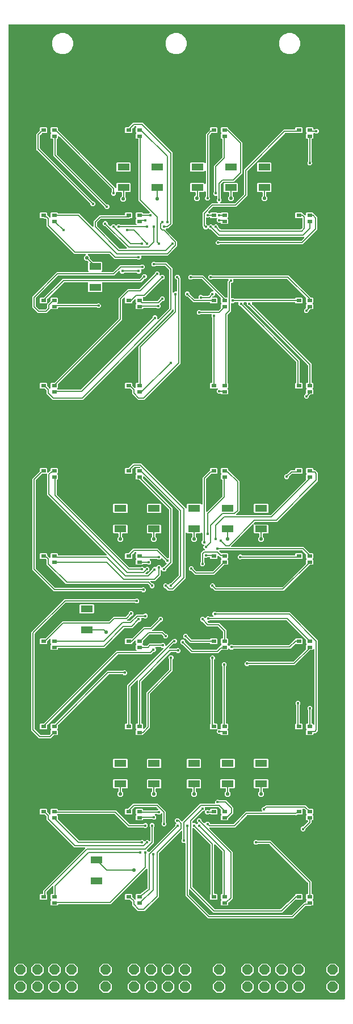
<source format=gbr>
G04 EAGLE Gerber RS-274X export*
G75*
%MOMM*%
%FSLAX34Y34*%
%LPD*%
%INTop Copper*%
%IPPOS*%
%AMOC8*
5,1,8,0,0,1.08239X$1,22.5*%
G01*
%ADD10R,0.800000X0.500000*%
%ADD11P,1.649562X8X22.500000*%
%ADD12R,1.820000X1.040000*%
%ADD13C,0.400000*%
%ADD14C,1.150000*%
%ADD15C,0.203200*%
%ADD16C,0.550000*%

G36*
X503994Y-1456943D02*
X503994Y-1456943D01*
X504052Y-1456945D01*
X504134Y-1456923D01*
X504218Y-1456911D01*
X504271Y-1456888D01*
X504327Y-1456873D01*
X504400Y-1456830D01*
X504477Y-1456795D01*
X504522Y-1456757D01*
X504572Y-1456728D01*
X504630Y-1456666D01*
X504694Y-1456612D01*
X504726Y-1456563D01*
X504766Y-1456520D01*
X504805Y-1456445D01*
X504852Y-1456375D01*
X504869Y-1456319D01*
X504896Y-1456267D01*
X504907Y-1456199D01*
X504937Y-1456104D01*
X504940Y-1456004D01*
X504951Y-1455936D01*
X504951Y-4064D01*
X504944Y-4016D01*
X504945Y-4012D01*
X504943Y-4007D01*
X504943Y-4006D01*
X504945Y-3948D01*
X504923Y-3866D01*
X504911Y-3782D01*
X504888Y-3729D01*
X504873Y-3673D01*
X504830Y-3600D01*
X504795Y-3523D01*
X504757Y-3478D01*
X504728Y-3428D01*
X504666Y-3370D01*
X504612Y-3306D01*
X504563Y-3274D01*
X504520Y-3234D01*
X504445Y-3195D01*
X504375Y-3148D01*
X504319Y-3131D01*
X504267Y-3104D01*
X504199Y-3093D01*
X504104Y-3063D01*
X504004Y-3060D01*
X503936Y-3049D01*
X4064Y-3049D01*
X4006Y-3057D01*
X3948Y-3055D01*
X3866Y-3077D01*
X3782Y-3089D01*
X3729Y-3112D01*
X3673Y-3127D01*
X3600Y-3170D01*
X3523Y-3205D01*
X3478Y-3243D01*
X3428Y-3272D01*
X3370Y-3334D01*
X3306Y-3388D01*
X3274Y-3437D01*
X3234Y-3480D01*
X3195Y-3555D01*
X3148Y-3625D01*
X3131Y-3681D01*
X3104Y-3733D01*
X3093Y-3801D01*
X3063Y-3896D01*
X3060Y-3996D01*
X3049Y-4064D01*
X3049Y-1455936D01*
X3057Y-1455994D01*
X3055Y-1456052D01*
X3077Y-1456134D01*
X3089Y-1456218D01*
X3112Y-1456271D01*
X3127Y-1456327D01*
X3170Y-1456400D01*
X3205Y-1456477D01*
X3243Y-1456522D01*
X3272Y-1456572D01*
X3334Y-1456630D01*
X3388Y-1456694D01*
X3437Y-1456726D01*
X3480Y-1456766D01*
X3555Y-1456805D01*
X3625Y-1456852D01*
X3681Y-1456869D01*
X3733Y-1456896D01*
X3801Y-1456907D01*
X3896Y-1456937D01*
X3996Y-1456940D01*
X4064Y-1456951D01*
X503936Y-1456951D01*
X503994Y-1456943D01*
G37*
%LPC*%
G36*
X203040Y-849525D02*
X203040Y-849525D01*
X202353Y-848838D01*
X202284Y-848786D01*
X202220Y-848726D01*
X202170Y-848700D01*
X202126Y-848667D01*
X202044Y-848636D01*
X201967Y-848596D01*
X201919Y-848588D01*
X201860Y-848566D01*
X201713Y-848554D01*
X201635Y-848541D01*
X70948Y-848541D01*
X38459Y-816052D01*
X38459Y-680448D01*
X40245Y-678662D01*
X49678Y-669229D01*
X49730Y-669159D01*
X49790Y-669095D01*
X49816Y-669046D01*
X49849Y-669002D01*
X49880Y-668920D01*
X49920Y-668842D01*
X49928Y-668795D01*
X49950Y-668736D01*
X49962Y-668588D01*
X49975Y-668511D01*
X49975Y-665468D01*
X50868Y-664575D01*
X60132Y-664575D01*
X61025Y-665468D01*
X61025Y-670431D01*
X61029Y-670460D01*
X61026Y-670489D01*
X61049Y-670600D01*
X61065Y-670713D01*
X61077Y-670739D01*
X61082Y-670768D01*
X61134Y-670869D01*
X61181Y-670972D01*
X61200Y-670994D01*
X61213Y-671020D01*
X61291Y-671103D01*
X61364Y-671189D01*
X61389Y-671205D01*
X61409Y-671227D01*
X61507Y-671284D01*
X61601Y-671347D01*
X61629Y-671355D01*
X61654Y-671370D01*
X61764Y-671398D01*
X61872Y-671432D01*
X61902Y-671433D01*
X61930Y-671440D01*
X62043Y-671437D01*
X62156Y-671440D01*
X62185Y-671432D01*
X62214Y-671431D01*
X62322Y-671396D01*
X62431Y-671368D01*
X62457Y-671353D01*
X62485Y-671344D01*
X62548Y-671298D01*
X62676Y-671223D01*
X62719Y-671177D01*
X62758Y-671149D01*
X65678Y-668229D01*
X65730Y-668159D01*
X65790Y-668095D01*
X65816Y-668046D01*
X65849Y-668002D01*
X65880Y-667920D01*
X65920Y-667842D01*
X65928Y-667795D01*
X65950Y-667736D01*
X65962Y-667588D01*
X65975Y-667511D01*
X65975Y-665468D01*
X66868Y-664575D01*
X76132Y-664575D01*
X77025Y-665468D01*
X77025Y-671732D01*
X76374Y-672382D01*
X76339Y-672429D01*
X76297Y-672469D01*
X76254Y-672542D01*
X76203Y-672609D01*
X76182Y-672664D01*
X76153Y-672714D01*
X76132Y-672796D01*
X76102Y-672875D01*
X76097Y-672933D01*
X76083Y-672990D01*
X76086Y-673074D01*
X76079Y-673158D01*
X76090Y-673216D01*
X76092Y-673274D01*
X76118Y-673354D01*
X76134Y-673437D01*
X76161Y-673489D01*
X76179Y-673545D01*
X76219Y-673601D01*
X76265Y-673689D01*
X76334Y-673762D01*
X76374Y-673818D01*
X77025Y-674468D01*
X77025Y-680732D01*
X76132Y-681625D01*
X76056Y-681625D01*
X75998Y-681633D01*
X75940Y-681631D01*
X75858Y-681653D01*
X75774Y-681665D01*
X75721Y-681688D01*
X75665Y-681703D01*
X75592Y-681746D01*
X75515Y-681781D01*
X75470Y-681819D01*
X75420Y-681848D01*
X75362Y-681910D01*
X75298Y-681964D01*
X75266Y-682013D01*
X75226Y-682056D01*
X75187Y-682131D01*
X75140Y-682201D01*
X75123Y-682257D01*
X75096Y-682309D01*
X75085Y-682377D01*
X75055Y-682472D01*
X75052Y-682572D01*
X75041Y-682640D01*
X75041Y-703527D01*
X75053Y-703614D01*
X75056Y-703701D01*
X75073Y-703754D01*
X75081Y-703809D01*
X75116Y-703888D01*
X75143Y-703972D01*
X75171Y-704011D01*
X75197Y-704068D01*
X75293Y-704181D01*
X75338Y-704245D01*
X183255Y-812162D01*
X183325Y-812214D01*
X183389Y-812274D01*
X183438Y-812300D01*
X183482Y-812333D01*
X183564Y-812364D01*
X183642Y-812404D01*
X183689Y-812412D01*
X183748Y-812434D01*
X183896Y-812446D01*
X183973Y-812459D01*
X199635Y-812459D01*
X199722Y-812447D01*
X199809Y-812444D01*
X199862Y-812427D01*
X199917Y-812419D01*
X199997Y-812384D01*
X200080Y-812357D01*
X200119Y-812329D01*
X200176Y-812303D01*
X200290Y-812207D01*
X200353Y-812162D01*
X201040Y-811475D01*
X203960Y-811475D01*
X205532Y-813047D01*
X205579Y-813082D01*
X205619Y-813125D01*
X205692Y-813168D01*
X205759Y-813218D01*
X205814Y-813239D01*
X205864Y-813269D01*
X205946Y-813289D01*
X206025Y-813319D01*
X206083Y-813324D01*
X206140Y-813339D01*
X206224Y-813336D01*
X206308Y-813343D01*
X206366Y-813332D01*
X206424Y-813330D01*
X206504Y-813304D01*
X206587Y-813287D01*
X206639Y-813260D01*
X206695Y-813242D01*
X206751Y-813202D01*
X206839Y-813156D01*
X206912Y-813087D01*
X206968Y-813047D01*
X208540Y-811475D01*
X211460Y-811475D01*
X213525Y-813540D01*
X213525Y-816460D01*
X211460Y-818525D01*
X210489Y-818525D01*
X210402Y-818537D01*
X210315Y-818540D01*
X210262Y-818557D01*
X210207Y-818565D01*
X210128Y-818600D01*
X210044Y-818627D01*
X210005Y-818655D01*
X209948Y-818681D01*
X209835Y-818777D01*
X209771Y-818822D01*
X207867Y-820726D01*
X207849Y-820750D01*
X207827Y-820769D01*
X207764Y-820863D01*
X207696Y-820953D01*
X207686Y-820981D01*
X207669Y-821005D01*
X207635Y-821113D01*
X207595Y-821219D01*
X207592Y-821248D01*
X207584Y-821276D01*
X207581Y-821390D01*
X207571Y-821502D01*
X207577Y-821531D01*
X207576Y-821560D01*
X207605Y-821670D01*
X207627Y-821781D01*
X207641Y-821807D01*
X207648Y-821835D01*
X207706Y-821933D01*
X207758Y-822033D01*
X207778Y-822055D01*
X207793Y-822080D01*
X207876Y-822157D01*
X207954Y-822239D01*
X207979Y-822254D01*
X208001Y-822274D01*
X208102Y-822326D01*
X208199Y-822383D01*
X208228Y-822390D01*
X208254Y-822404D01*
X208331Y-822417D01*
X208475Y-822453D01*
X208537Y-822451D01*
X208585Y-822459D01*
X210227Y-822459D01*
X210314Y-822447D01*
X210401Y-822444D01*
X210454Y-822427D01*
X210509Y-822419D01*
X210588Y-822384D01*
X210672Y-822357D01*
X210711Y-822329D01*
X210768Y-822303D01*
X210881Y-822207D01*
X210945Y-822162D01*
X217278Y-815829D01*
X217330Y-815759D01*
X217390Y-815695D01*
X217416Y-815646D01*
X217449Y-815602D01*
X217480Y-815520D01*
X217520Y-815442D01*
X217528Y-815395D01*
X217550Y-815336D01*
X217562Y-815188D01*
X217575Y-815111D01*
X217575Y-814140D01*
X219640Y-812075D01*
X222960Y-812075D01*
X223018Y-812067D01*
X223076Y-812069D01*
X223158Y-812047D01*
X223242Y-812035D01*
X223295Y-812012D01*
X223351Y-811997D01*
X223424Y-811954D01*
X223501Y-811919D01*
X223546Y-811881D01*
X223596Y-811852D01*
X223654Y-811790D01*
X223718Y-811736D01*
X223750Y-811687D01*
X223790Y-811644D01*
X223829Y-811569D01*
X223876Y-811499D01*
X223893Y-811443D01*
X223920Y-811391D01*
X223931Y-811323D01*
X223961Y-811228D01*
X223964Y-811128D01*
X223975Y-811060D01*
X223975Y-811040D01*
X226040Y-808975D01*
X228960Y-808975D01*
X231025Y-811040D01*
X231025Y-811540D01*
X231029Y-811569D01*
X231026Y-811598D01*
X231049Y-811709D01*
X231065Y-811821D01*
X231077Y-811848D01*
X231082Y-811877D01*
X231135Y-811977D01*
X231181Y-812080D01*
X231200Y-812103D01*
X231213Y-812129D01*
X231291Y-812211D01*
X231364Y-812297D01*
X231389Y-812314D01*
X231409Y-812335D01*
X231507Y-812392D01*
X231601Y-812455D01*
X231629Y-812464D01*
X231654Y-812479D01*
X231764Y-812507D01*
X231872Y-812541D01*
X231902Y-812542D01*
X231930Y-812549D01*
X232043Y-812545D01*
X232156Y-812548D01*
X232185Y-812541D01*
X232214Y-812540D01*
X232322Y-812505D01*
X232431Y-812476D01*
X232457Y-812461D01*
X232485Y-812452D01*
X232549Y-812407D01*
X232676Y-812331D01*
X232719Y-812285D01*
X232758Y-812257D01*
X233540Y-811475D01*
X234511Y-811475D01*
X234598Y-811463D01*
X234685Y-811460D01*
X234738Y-811443D01*
X234793Y-811435D01*
X234872Y-811400D01*
X234956Y-811373D01*
X234995Y-811345D01*
X235052Y-811319D01*
X235165Y-811223D01*
X235229Y-811178D01*
X238743Y-807664D01*
X238778Y-807617D01*
X238821Y-807577D01*
X238863Y-807504D01*
X238914Y-807437D01*
X238935Y-807382D01*
X238964Y-807331D01*
X238985Y-807250D01*
X239015Y-807171D01*
X239020Y-807112D01*
X239035Y-807056D01*
X239032Y-806972D01*
X239039Y-806888D01*
X239027Y-806830D01*
X239026Y-806772D01*
X239000Y-806692D01*
X238983Y-806609D01*
X238956Y-806557D01*
X238938Y-806501D01*
X238898Y-806445D01*
X238852Y-806356D01*
X238783Y-806284D01*
X238743Y-806228D01*
X236475Y-803960D01*
X236475Y-802989D01*
X236463Y-802902D01*
X236460Y-802815D01*
X236443Y-802762D01*
X236435Y-802707D01*
X236400Y-802628D01*
X236373Y-802544D01*
X236345Y-802505D01*
X236319Y-802448D01*
X236223Y-802335D01*
X236178Y-802271D01*
X232664Y-798757D01*
X232617Y-798722D01*
X232577Y-798679D01*
X232504Y-798637D01*
X232437Y-798586D01*
X232382Y-798565D01*
X232331Y-798536D01*
X232250Y-798515D01*
X232171Y-798485D01*
X232112Y-798480D01*
X232056Y-798465D01*
X231972Y-798468D01*
X231888Y-798461D01*
X231830Y-798473D01*
X231772Y-798474D01*
X231692Y-798500D01*
X231609Y-798517D01*
X231557Y-798544D01*
X231501Y-798562D01*
X231445Y-798602D01*
X231356Y-798648D01*
X231284Y-798717D01*
X231228Y-798757D01*
X228960Y-801025D01*
X226040Y-801025D01*
X225353Y-800338D01*
X225284Y-800286D01*
X225220Y-800226D01*
X225170Y-800200D01*
X225126Y-800167D01*
X225044Y-800136D01*
X224967Y-800096D01*
X224919Y-800088D01*
X224860Y-800066D01*
X224713Y-800054D01*
X224635Y-800041D01*
X214976Y-800041D01*
X214947Y-800045D01*
X214918Y-800042D01*
X214807Y-800065D01*
X214695Y-800081D01*
X214668Y-800093D01*
X214639Y-800098D01*
X214539Y-800151D01*
X214436Y-800197D01*
X214413Y-800216D01*
X214387Y-800229D01*
X214305Y-800307D01*
X214219Y-800380D01*
X214202Y-800405D01*
X214181Y-800425D01*
X214124Y-800523D01*
X214061Y-800617D01*
X214052Y-800645D01*
X214037Y-800670D01*
X214009Y-800780D01*
X213975Y-800888D01*
X213974Y-800918D01*
X213967Y-800946D01*
X213971Y-801059D01*
X213968Y-801172D01*
X213975Y-801201D01*
X213976Y-801230D01*
X214011Y-801338D01*
X214040Y-801447D01*
X214055Y-801473D01*
X214064Y-801501D01*
X214109Y-801564D01*
X214185Y-801692D01*
X214225Y-801730D01*
X214229Y-801736D01*
X214236Y-801743D01*
X214259Y-801774D01*
X216025Y-803540D01*
X216025Y-806460D01*
X213960Y-808525D01*
X211040Y-808525D01*
X210353Y-807838D01*
X210284Y-807786D01*
X210220Y-807726D01*
X210170Y-807700D01*
X210126Y-807667D01*
X210044Y-807636D01*
X209967Y-807596D01*
X209919Y-807588D01*
X209860Y-807566D01*
X209713Y-807554D01*
X209635Y-807541D01*
X204636Y-807541D01*
X204549Y-807553D01*
X204462Y-807556D01*
X204409Y-807573D01*
X204355Y-807581D01*
X204275Y-807616D01*
X204192Y-807643D01*
X204152Y-807671D01*
X204095Y-807697D01*
X203982Y-807793D01*
X203918Y-807838D01*
X203132Y-808625D01*
X193868Y-808625D01*
X192975Y-807732D01*
X192975Y-801468D01*
X193626Y-800818D01*
X193661Y-800771D01*
X193703Y-800731D01*
X193746Y-800658D01*
X193797Y-800591D01*
X193817Y-800536D01*
X193847Y-800486D01*
X193868Y-800404D01*
X193898Y-800325D01*
X193903Y-800267D01*
X193917Y-800210D01*
X193914Y-800126D01*
X193921Y-800042D01*
X193910Y-799984D01*
X193908Y-799926D01*
X193882Y-799846D01*
X193866Y-799763D01*
X193839Y-799711D01*
X193821Y-799655D01*
X193781Y-799599D01*
X193735Y-799511D01*
X193698Y-799472D01*
X193684Y-799449D01*
X193652Y-799419D01*
X193626Y-799382D01*
X192975Y-798732D01*
X192975Y-792468D01*
X193670Y-791774D01*
X193687Y-791750D01*
X193710Y-791731D01*
X193773Y-791637D01*
X193841Y-791547D01*
X193851Y-791519D01*
X193867Y-791495D01*
X193902Y-791387D01*
X193942Y-791281D01*
X193944Y-791252D01*
X193953Y-791224D01*
X193956Y-791110D01*
X193966Y-790998D01*
X193960Y-790969D01*
X193961Y-790940D01*
X193932Y-790830D01*
X193910Y-790719D01*
X193896Y-790693D01*
X193889Y-790665D01*
X193831Y-790567D01*
X193779Y-790467D01*
X193758Y-790445D01*
X193743Y-790420D01*
X193661Y-790343D01*
X193583Y-790261D01*
X193558Y-790246D01*
X193536Y-790226D01*
X193435Y-790174D01*
X193338Y-790117D01*
X193309Y-790110D01*
X193283Y-790096D01*
X193206Y-790083D01*
X193062Y-790047D01*
X193000Y-790049D01*
X192952Y-790041D01*
X191473Y-790041D01*
X191386Y-790053D01*
X191299Y-790056D01*
X191246Y-790073D01*
X191191Y-790081D01*
X191112Y-790116D01*
X191028Y-790143D01*
X190989Y-790171D01*
X190932Y-790197D01*
X190819Y-790293D01*
X190755Y-790338D01*
X188322Y-792771D01*
X188270Y-792841D01*
X188210Y-792905D01*
X188184Y-792954D01*
X188151Y-792998D01*
X188120Y-793080D01*
X188080Y-793158D01*
X188072Y-793205D01*
X188050Y-793264D01*
X188038Y-793412D01*
X188025Y-793489D01*
X188025Y-798732D01*
X187132Y-799625D01*
X177868Y-799625D01*
X176975Y-798732D01*
X176975Y-792468D01*
X177868Y-791575D01*
X181911Y-791575D01*
X181998Y-791563D01*
X182085Y-791560D01*
X182138Y-791543D01*
X182193Y-791535D01*
X182272Y-791500D01*
X182356Y-791473D01*
X182395Y-791445D01*
X182452Y-791419D01*
X182565Y-791323D01*
X182629Y-791278D01*
X188948Y-784959D01*
X226052Y-784959D01*
X239771Y-798678D01*
X239841Y-798730D01*
X239905Y-798790D01*
X239954Y-798816D01*
X239998Y-798849D01*
X240080Y-798880D01*
X240158Y-798920D01*
X240205Y-798928D01*
X240264Y-798950D01*
X240412Y-798962D01*
X240489Y-798975D01*
X241444Y-798975D01*
X241502Y-798967D01*
X241560Y-798969D01*
X241642Y-798947D01*
X241726Y-798935D01*
X241779Y-798912D01*
X241835Y-798897D01*
X241908Y-798854D01*
X241985Y-798819D01*
X242030Y-798781D01*
X242080Y-798752D01*
X242138Y-798690D01*
X242202Y-798636D01*
X242234Y-798587D01*
X242274Y-798544D01*
X242313Y-798469D01*
X242360Y-798399D01*
X242377Y-798343D01*
X242404Y-798291D01*
X242415Y-798223D01*
X242445Y-798128D01*
X242448Y-798028D01*
X242459Y-797960D01*
X242459Y-726473D01*
X242447Y-726386D01*
X242444Y-726299D01*
X242427Y-726246D01*
X242419Y-726191D01*
X242384Y-726112D01*
X242357Y-726028D01*
X242329Y-725989D01*
X242303Y-725932D01*
X242207Y-725819D01*
X242162Y-725755D01*
X198925Y-682518D01*
X198833Y-682449D01*
X198745Y-682375D01*
X198722Y-682365D01*
X198697Y-682347D01*
X198450Y-682252D01*
X198435Y-682246D01*
X198403Y-682239D01*
X198318Y-682102D01*
X198279Y-682056D01*
X198248Y-682004D01*
X198188Y-681948D01*
X198135Y-681884D01*
X198085Y-681851D01*
X198041Y-681810D01*
X197967Y-681772D01*
X197899Y-681726D01*
X197841Y-681708D01*
X197788Y-681680D01*
X197721Y-681669D01*
X197628Y-681639D01*
X197526Y-681636D01*
X197457Y-681625D01*
X193868Y-681625D01*
X192975Y-680732D01*
X192975Y-674468D01*
X193626Y-673818D01*
X193661Y-673771D01*
X193703Y-673731D01*
X193746Y-673658D01*
X193797Y-673591D01*
X193817Y-673536D01*
X193847Y-673486D01*
X193868Y-673404D01*
X193898Y-673325D01*
X193903Y-673267D01*
X193917Y-673210D01*
X193914Y-673126D01*
X193921Y-673042D01*
X193910Y-672984D01*
X193908Y-672926D01*
X193882Y-672846D01*
X193866Y-672763D01*
X193839Y-672711D01*
X193821Y-672655D01*
X193781Y-672599D01*
X193735Y-672511D01*
X193666Y-672438D01*
X193626Y-672382D01*
X192975Y-671732D01*
X192975Y-665468D01*
X193868Y-664575D01*
X198531Y-664575D01*
X198562Y-664571D01*
X198593Y-664573D01*
X198702Y-664551D01*
X198813Y-664535D01*
X198841Y-664523D01*
X198872Y-664516D01*
X198970Y-664465D01*
X199072Y-664419D01*
X199096Y-664399D01*
X199124Y-664384D01*
X199204Y-664307D01*
X199289Y-664236D01*
X199306Y-664210D01*
X199329Y-664188D01*
X199385Y-664091D01*
X199447Y-663999D01*
X199456Y-663969D01*
X199472Y-663942D01*
X199499Y-663834D01*
X199532Y-663728D01*
X199533Y-663697D01*
X199541Y-663666D01*
X199537Y-663555D01*
X199540Y-663444D01*
X199532Y-663413D01*
X199531Y-663382D01*
X199496Y-663276D01*
X199468Y-663169D01*
X199452Y-663142D01*
X199442Y-663112D01*
X199396Y-663048D01*
X199323Y-662924D01*
X199319Y-662921D01*
X199319Y-662920D01*
X199275Y-662879D01*
X199246Y-662839D01*
X199242Y-662835D01*
X199174Y-662784D01*
X199111Y-662726D01*
X199060Y-662700D01*
X199014Y-662665D01*
X198934Y-662635D01*
X198858Y-662596D01*
X198809Y-662588D01*
X198748Y-662565D01*
X198605Y-662554D01*
X198527Y-662541D01*
X191473Y-662541D01*
X191386Y-662553D01*
X191299Y-662556D01*
X191246Y-662573D01*
X191191Y-662581D01*
X191112Y-662616D01*
X191028Y-662643D01*
X190989Y-662671D01*
X190932Y-662697D01*
X190819Y-662793D01*
X190755Y-662838D01*
X188322Y-665271D01*
X188270Y-665341D01*
X188210Y-665405D01*
X188184Y-665454D01*
X188151Y-665498D01*
X188120Y-665580D01*
X188080Y-665658D01*
X188072Y-665705D01*
X188050Y-665764D01*
X188038Y-665912D01*
X188025Y-665989D01*
X188025Y-671732D01*
X187132Y-672625D01*
X177868Y-672625D01*
X176975Y-671732D01*
X176975Y-665468D01*
X177868Y-664575D01*
X181411Y-664575D01*
X181498Y-664563D01*
X181585Y-664560D01*
X181638Y-664543D01*
X181693Y-664535D01*
X181772Y-664500D01*
X181856Y-664473D01*
X181895Y-664445D01*
X181952Y-664419D01*
X182065Y-664323D01*
X182129Y-664278D01*
X187162Y-659245D01*
X188948Y-657459D01*
X201052Y-657459D01*
X265755Y-722162D01*
X267642Y-724049D01*
X267666Y-724067D01*
X267685Y-724089D01*
X267779Y-724152D01*
X267869Y-724220D01*
X267897Y-724230D01*
X267921Y-724247D01*
X268029Y-724281D01*
X268135Y-724321D01*
X268164Y-724324D01*
X268192Y-724332D01*
X268306Y-724335D01*
X268418Y-724345D01*
X268447Y-724339D01*
X268476Y-724340D01*
X268586Y-724311D01*
X268697Y-724289D01*
X268723Y-724275D01*
X268751Y-724268D01*
X268849Y-724210D01*
X268949Y-724158D01*
X268971Y-724138D01*
X268996Y-724123D01*
X269073Y-724040D01*
X269155Y-723962D01*
X269170Y-723937D01*
X269190Y-723915D01*
X269242Y-723814D01*
X269299Y-723717D01*
X269306Y-723688D01*
X269320Y-723662D01*
X269333Y-723585D01*
X269369Y-723441D01*
X269367Y-723379D01*
X269375Y-723331D01*
X269375Y-718768D01*
X270268Y-717875D01*
X289732Y-717875D01*
X290726Y-718870D01*
X290750Y-718887D01*
X290769Y-718910D01*
X290863Y-718973D01*
X290953Y-719041D01*
X290981Y-719051D01*
X291005Y-719067D01*
X291113Y-719102D01*
X291219Y-719142D01*
X291248Y-719144D01*
X291276Y-719153D01*
X291390Y-719156D01*
X291502Y-719166D01*
X291531Y-719160D01*
X291560Y-719161D01*
X291670Y-719132D01*
X291781Y-719110D01*
X291807Y-719096D01*
X291835Y-719089D01*
X291933Y-719031D01*
X292033Y-718979D01*
X292055Y-718958D01*
X292080Y-718943D01*
X292157Y-718861D01*
X292239Y-718783D01*
X292254Y-718758D01*
X292274Y-718736D01*
X292326Y-718635D01*
X292383Y-718538D01*
X292390Y-718509D01*
X292404Y-718483D01*
X292417Y-718406D01*
X292453Y-718262D01*
X292451Y-718200D01*
X292459Y-718152D01*
X292459Y-678948D01*
X294245Y-677162D01*
X303678Y-667729D01*
X303730Y-667659D01*
X303790Y-667595D01*
X303816Y-667546D01*
X303849Y-667502D01*
X303880Y-667420D01*
X303920Y-667342D01*
X303928Y-667295D01*
X303950Y-667236D01*
X303962Y-667088D01*
X303975Y-667011D01*
X303975Y-665468D01*
X304868Y-664575D01*
X314132Y-664575D01*
X315025Y-665468D01*
X315025Y-671732D01*
X314132Y-672625D01*
X308501Y-672625D01*
X308361Y-672645D01*
X308222Y-672664D01*
X308221Y-672664D01*
X308219Y-672665D01*
X308152Y-672695D01*
X307841Y-672640D01*
X307735Y-672637D01*
X307665Y-672625D01*
X306389Y-672625D01*
X306302Y-672637D01*
X306215Y-672640D01*
X306162Y-672657D01*
X306107Y-672665D01*
X306028Y-672700D01*
X305944Y-672727D01*
X305905Y-672755D01*
X305848Y-672781D01*
X305735Y-672877D01*
X305671Y-672922D01*
X297838Y-680755D01*
X297786Y-680825D01*
X297726Y-680889D01*
X297700Y-680938D01*
X297667Y-680982D01*
X297636Y-681064D01*
X297596Y-681142D01*
X297588Y-681189D01*
X297566Y-681248D01*
X297554Y-681396D01*
X297541Y-681473D01*
X297541Y-728915D01*
X297545Y-728944D01*
X297542Y-728973D01*
X297565Y-729084D01*
X297581Y-729197D01*
X297593Y-729223D01*
X297598Y-729252D01*
X297650Y-729353D01*
X297697Y-729456D01*
X297716Y-729478D01*
X297729Y-729504D01*
X297807Y-729586D01*
X297880Y-729673D01*
X297905Y-729689D01*
X297925Y-729711D01*
X298023Y-729768D01*
X298117Y-729831D01*
X298145Y-729839D01*
X298170Y-729854D01*
X298280Y-729882D01*
X298388Y-729916D01*
X298418Y-729917D01*
X298446Y-729924D01*
X298559Y-729921D01*
X298672Y-729924D01*
X298701Y-729916D01*
X298730Y-729915D01*
X298838Y-729880D01*
X298947Y-729852D01*
X298973Y-729837D01*
X299001Y-729828D01*
X299064Y-729782D01*
X299192Y-729707D01*
X299235Y-729661D01*
X299274Y-729633D01*
X322162Y-706745D01*
X322214Y-706675D01*
X322274Y-706611D01*
X322300Y-706562D01*
X322333Y-706518D01*
X322364Y-706436D01*
X322404Y-706358D01*
X322412Y-706311D01*
X322434Y-706252D01*
X322446Y-706104D01*
X322459Y-706027D01*
X322459Y-682640D01*
X322451Y-682582D01*
X322453Y-682524D01*
X322431Y-682442D01*
X322419Y-682358D01*
X322396Y-682305D01*
X322381Y-682249D01*
X322338Y-682176D01*
X322303Y-682099D01*
X322265Y-682054D01*
X322236Y-682004D01*
X322174Y-681946D01*
X322120Y-681882D01*
X322071Y-681850D01*
X322028Y-681810D01*
X321953Y-681771D01*
X321883Y-681724D01*
X321827Y-681707D01*
X321775Y-681680D01*
X321707Y-681669D01*
X321612Y-681639D01*
X321512Y-681636D01*
X321444Y-681625D01*
X320868Y-681625D01*
X319975Y-680732D01*
X319975Y-674468D01*
X320626Y-673818D01*
X320661Y-673771D01*
X320703Y-673731D01*
X320746Y-673658D01*
X320797Y-673591D01*
X320818Y-673536D01*
X320847Y-673486D01*
X320868Y-673404D01*
X320898Y-673325D01*
X320903Y-673267D01*
X320917Y-673210D01*
X320914Y-673126D01*
X320921Y-673042D01*
X320910Y-672984D01*
X320908Y-672926D01*
X320882Y-672846D01*
X320866Y-672763D01*
X320839Y-672711D01*
X320821Y-672655D01*
X320781Y-672599D01*
X320735Y-672511D01*
X320666Y-672438D01*
X320626Y-672382D01*
X319975Y-671732D01*
X319975Y-665468D01*
X320868Y-664575D01*
X330132Y-664575D01*
X331025Y-665468D01*
X331025Y-667011D01*
X331037Y-667098D01*
X331040Y-667185D01*
X331057Y-667238D01*
X331065Y-667293D01*
X331100Y-667372D01*
X331127Y-667456D01*
X331155Y-667495D01*
X331181Y-667552D01*
X331277Y-667665D01*
X331322Y-667729D01*
X345755Y-682162D01*
X347541Y-683948D01*
X347541Y-728552D01*
X342867Y-733226D01*
X342849Y-733250D01*
X342827Y-733269D01*
X342764Y-733363D01*
X342696Y-733453D01*
X342686Y-733481D01*
X342669Y-733505D01*
X342635Y-733613D01*
X342595Y-733719D01*
X342592Y-733748D01*
X342584Y-733776D01*
X342581Y-733890D01*
X342571Y-734002D01*
X342577Y-734031D01*
X342576Y-734060D01*
X342605Y-734170D01*
X342627Y-734281D01*
X342641Y-734307D01*
X342648Y-734335D01*
X342706Y-734433D01*
X342758Y-734533D01*
X342778Y-734555D01*
X342793Y-734580D01*
X342876Y-734657D01*
X342954Y-734739D01*
X342979Y-734754D01*
X343001Y-734774D01*
X343102Y-734826D01*
X343199Y-734883D01*
X343228Y-734890D01*
X343254Y-734904D01*
X343331Y-734917D01*
X343475Y-734953D01*
X343537Y-734951D01*
X343585Y-734959D01*
X393527Y-734959D01*
X393614Y-734947D01*
X393701Y-734944D01*
X393754Y-734927D01*
X393809Y-734919D01*
X393888Y-734884D01*
X393972Y-734857D01*
X394011Y-734829D01*
X394068Y-734803D01*
X394181Y-734707D01*
X394245Y-734662D01*
X446857Y-682049D01*
X446892Y-682003D01*
X446935Y-681962D01*
X446978Y-681890D01*
X447028Y-681822D01*
X447049Y-681768D01*
X447079Y-681717D01*
X447099Y-681635D01*
X447130Y-681557D01*
X447134Y-681498D01*
X447149Y-681442D01*
X447146Y-681357D01*
X447153Y-681273D01*
X447142Y-681216D01*
X447140Y-681157D01*
X447114Y-681077D01*
X447097Y-680995D01*
X447070Y-680943D01*
X447052Y-680887D01*
X447012Y-680831D01*
X446975Y-680760D01*
X446975Y-674468D01*
X447626Y-673818D01*
X447661Y-673771D01*
X447703Y-673731D01*
X447746Y-673658D01*
X447797Y-673591D01*
X447817Y-673536D01*
X447847Y-673486D01*
X447868Y-673404D01*
X447898Y-673325D01*
X447903Y-673267D01*
X447917Y-673210D01*
X447914Y-673126D01*
X447921Y-673042D01*
X447910Y-672984D01*
X447908Y-672926D01*
X447882Y-672846D01*
X447866Y-672763D01*
X447839Y-672711D01*
X447821Y-672655D01*
X447781Y-672599D01*
X447735Y-672511D01*
X447666Y-672438D01*
X447626Y-672382D01*
X446975Y-671732D01*
X446975Y-665468D01*
X447868Y-664575D01*
X457132Y-664575D01*
X458025Y-665468D01*
X458025Y-666444D01*
X458033Y-666502D01*
X458031Y-666560D01*
X458053Y-666642D01*
X458065Y-666726D01*
X458088Y-666779D01*
X458103Y-666835D01*
X458146Y-666908D01*
X458181Y-666985D01*
X458219Y-667030D01*
X458248Y-667080D01*
X458310Y-667138D01*
X458364Y-667202D01*
X458413Y-667234D01*
X458456Y-667274D01*
X458531Y-667313D01*
X458601Y-667360D01*
X458657Y-667377D01*
X458709Y-667404D01*
X458777Y-667415D01*
X458872Y-667445D01*
X458972Y-667448D01*
X459040Y-667459D01*
X461052Y-667459D01*
X465041Y-671448D01*
X465041Y-683552D01*
X403552Y-745041D01*
X371473Y-745041D01*
X371386Y-745053D01*
X371299Y-745056D01*
X371246Y-745073D01*
X371191Y-745081D01*
X371112Y-745116D01*
X371028Y-745143D01*
X370989Y-745171D01*
X370932Y-745197D01*
X370819Y-745293D01*
X370755Y-745338D01*
X369151Y-746942D01*
X369133Y-746966D01*
X369111Y-746985D01*
X369048Y-747079D01*
X368980Y-747169D01*
X368970Y-747197D01*
X368953Y-747221D01*
X368919Y-747329D01*
X368879Y-747435D01*
X368876Y-747464D01*
X368868Y-747492D01*
X368865Y-747606D01*
X368855Y-747718D01*
X368861Y-747747D01*
X368860Y-747776D01*
X368889Y-747886D01*
X368911Y-747997D01*
X368925Y-748023D01*
X368932Y-748051D01*
X368990Y-748149D01*
X369042Y-748249D01*
X369062Y-748271D01*
X369077Y-748296D01*
X369160Y-748373D01*
X369238Y-748455D01*
X369263Y-748470D01*
X369285Y-748490D01*
X369386Y-748542D01*
X369483Y-748599D01*
X369512Y-748606D01*
X369538Y-748620D01*
X369615Y-748633D01*
X369759Y-748669D01*
X369821Y-748667D01*
X369869Y-748675D01*
X389732Y-748675D01*
X390625Y-749568D01*
X390625Y-761232D01*
X389732Y-762125D01*
X383556Y-762125D01*
X383498Y-762133D01*
X383440Y-762131D01*
X383358Y-762153D01*
X383274Y-762165D01*
X383221Y-762188D01*
X383165Y-762203D01*
X383092Y-762246D01*
X383015Y-762281D01*
X382970Y-762319D01*
X382920Y-762348D01*
X382862Y-762410D01*
X382798Y-762464D01*
X382766Y-762513D01*
X382726Y-762556D01*
X382687Y-762631D01*
X382640Y-762701D01*
X382623Y-762757D01*
X382596Y-762809D01*
X382585Y-762877D01*
X382555Y-762972D01*
X382552Y-763072D01*
X382541Y-763140D01*
X382541Y-766075D01*
X382553Y-766161D01*
X382556Y-766249D01*
X382573Y-766301D01*
X382581Y-766356D01*
X382616Y-766436D01*
X382643Y-766519D01*
X382671Y-766559D01*
X382697Y-766616D01*
X382793Y-766729D01*
X382838Y-766793D01*
X384275Y-768229D01*
X384275Y-771771D01*
X381771Y-774275D01*
X378229Y-774275D01*
X375725Y-771771D01*
X375725Y-768229D01*
X377162Y-766793D01*
X377214Y-766723D01*
X377274Y-766659D01*
X377300Y-766610D01*
X377333Y-766565D01*
X377364Y-766484D01*
X377404Y-766406D01*
X377412Y-766358D01*
X377434Y-766300D01*
X377446Y-766152D01*
X377459Y-766075D01*
X377459Y-763140D01*
X377451Y-763082D01*
X377453Y-763024D01*
X377431Y-762942D01*
X377419Y-762858D01*
X377396Y-762805D01*
X377381Y-762749D01*
X377338Y-762676D01*
X377303Y-762599D01*
X377265Y-762554D01*
X377236Y-762504D01*
X377174Y-762446D01*
X377120Y-762382D01*
X377071Y-762350D01*
X377028Y-762310D01*
X376953Y-762271D01*
X376883Y-762224D01*
X376827Y-762207D01*
X376775Y-762180D01*
X376707Y-762169D01*
X376612Y-762139D01*
X376512Y-762136D01*
X376444Y-762125D01*
X370268Y-762125D01*
X369375Y-761232D01*
X369375Y-749169D01*
X369371Y-749140D01*
X369374Y-749111D01*
X369351Y-749000D01*
X369335Y-748887D01*
X369323Y-748861D01*
X369318Y-748832D01*
X369266Y-748731D01*
X369219Y-748628D01*
X369200Y-748606D01*
X369187Y-748580D01*
X369109Y-748497D01*
X369036Y-748411D01*
X369011Y-748395D01*
X368991Y-748373D01*
X368893Y-748316D01*
X368799Y-748253D01*
X368771Y-748245D01*
X368746Y-748230D01*
X368636Y-748202D01*
X368528Y-748168D01*
X368498Y-748167D01*
X368470Y-748160D01*
X368357Y-748163D01*
X368244Y-748160D01*
X368215Y-748168D01*
X368186Y-748169D01*
X368078Y-748204D01*
X367969Y-748232D01*
X367943Y-748247D01*
X367915Y-748256D01*
X367852Y-748302D01*
X367724Y-748377D01*
X367681Y-748423D01*
X367642Y-748451D01*
X335367Y-780726D01*
X335349Y-780750D01*
X335327Y-780769D01*
X335264Y-780863D01*
X335196Y-780953D01*
X335186Y-780981D01*
X335169Y-781005D01*
X335135Y-781113D01*
X335095Y-781219D01*
X335092Y-781248D01*
X335084Y-781276D01*
X335081Y-781390D01*
X335071Y-781502D01*
X335077Y-781531D01*
X335076Y-781560D01*
X335105Y-781670D01*
X335127Y-781781D01*
X335141Y-781807D01*
X335148Y-781835D01*
X335206Y-781933D01*
X335258Y-782033D01*
X335278Y-782055D01*
X335293Y-782080D01*
X335376Y-782157D01*
X335454Y-782239D01*
X335479Y-782254D01*
X335501Y-782274D01*
X335602Y-782326D01*
X335699Y-782383D01*
X335728Y-782390D01*
X335754Y-782404D01*
X335831Y-782417D01*
X335975Y-782453D01*
X336037Y-782451D01*
X336085Y-782459D01*
X443552Y-782459D01*
X452371Y-791278D01*
X452441Y-791330D01*
X452505Y-791390D01*
X452554Y-791416D01*
X452598Y-791449D01*
X452680Y-791480D01*
X452758Y-791520D01*
X452805Y-791528D01*
X452864Y-791550D01*
X453012Y-791562D01*
X453089Y-791575D01*
X457132Y-791575D01*
X458025Y-792468D01*
X458025Y-798732D01*
X457374Y-799382D01*
X457361Y-799399D01*
X457350Y-799409D01*
X457332Y-799435D01*
X457297Y-799469D01*
X457254Y-799542D01*
X457203Y-799609D01*
X457182Y-799664D01*
X457153Y-799714D01*
X457132Y-799796D01*
X457102Y-799875D01*
X457097Y-799933D01*
X457083Y-799990D01*
X457086Y-800074D01*
X457079Y-800158D01*
X457090Y-800216D01*
X457092Y-800274D01*
X457118Y-800354D01*
X457134Y-800437D01*
X457161Y-800489D01*
X457179Y-800545D01*
X457219Y-800601D01*
X457265Y-800689D01*
X457334Y-800762D01*
X457374Y-800818D01*
X458025Y-801468D01*
X458025Y-807732D01*
X457132Y-808625D01*
X452889Y-808625D01*
X452802Y-808637D01*
X452715Y-808640D01*
X452662Y-808657D01*
X452607Y-808665D01*
X452528Y-808700D01*
X452444Y-808727D01*
X452405Y-808755D01*
X452348Y-808781D01*
X452235Y-808877D01*
X452171Y-808922D01*
X413552Y-847541D01*
X311448Y-847541D01*
X307729Y-843822D01*
X307659Y-843770D01*
X307595Y-843710D01*
X307546Y-843684D01*
X307502Y-843651D01*
X307420Y-843620D01*
X307342Y-843580D01*
X307295Y-843572D01*
X307236Y-843550D01*
X307088Y-843538D01*
X307011Y-843525D01*
X306040Y-843525D01*
X303975Y-841460D01*
X303975Y-838540D01*
X306040Y-836475D01*
X308960Y-836475D01*
X311025Y-838540D01*
X311025Y-839511D01*
X311037Y-839598D01*
X311040Y-839685D01*
X311057Y-839738D01*
X311065Y-839793D01*
X311100Y-839872D01*
X311127Y-839956D01*
X311155Y-839995D01*
X311181Y-840052D01*
X311277Y-840165D01*
X311322Y-840229D01*
X313255Y-842162D01*
X313325Y-842214D01*
X313389Y-842274D01*
X313438Y-842300D01*
X313482Y-842333D01*
X313564Y-842364D01*
X313642Y-842404D01*
X313689Y-842412D01*
X313748Y-842434D01*
X313896Y-842446D01*
X313973Y-842459D01*
X411027Y-842459D01*
X411114Y-842447D01*
X411201Y-842444D01*
X411254Y-842427D01*
X411309Y-842419D01*
X411388Y-842384D01*
X411472Y-842357D01*
X411511Y-842329D01*
X411568Y-842303D01*
X411681Y-842207D01*
X411745Y-842162D01*
X446678Y-807229D01*
X446730Y-807159D01*
X446790Y-807095D01*
X446816Y-807046D01*
X446849Y-807002D01*
X446880Y-806920D01*
X446920Y-806842D01*
X446928Y-806795D01*
X446950Y-806736D01*
X446962Y-806588D01*
X446975Y-806511D01*
X446975Y-801468D01*
X447626Y-800818D01*
X447661Y-800771D01*
X447703Y-800731D01*
X447746Y-800658D01*
X447797Y-800591D01*
X447817Y-800536D01*
X447847Y-800486D01*
X447868Y-800404D01*
X447898Y-800325D01*
X447903Y-800267D01*
X447917Y-800210D01*
X447914Y-800126D01*
X447921Y-800042D01*
X447910Y-799984D01*
X447908Y-799926D01*
X447882Y-799846D01*
X447866Y-799763D01*
X447839Y-799711D01*
X447821Y-799655D01*
X447781Y-799599D01*
X447735Y-799511D01*
X447698Y-799472D01*
X447684Y-799449D01*
X447652Y-799419D01*
X447626Y-799382D01*
X446975Y-798732D01*
X446975Y-793489D01*
X446963Y-793402D01*
X446960Y-793315D01*
X446943Y-793262D01*
X446935Y-793207D01*
X446900Y-793128D01*
X446873Y-793044D01*
X446845Y-793005D01*
X446819Y-792948D01*
X446723Y-792835D01*
X446678Y-792771D01*
X441745Y-787838D01*
X441675Y-787786D01*
X441611Y-787726D01*
X441562Y-787700D01*
X441518Y-787667D01*
X441436Y-787636D01*
X441358Y-787596D01*
X441311Y-787588D01*
X441252Y-787566D01*
X441104Y-787554D01*
X441027Y-787541D01*
X318585Y-787541D01*
X318556Y-787545D01*
X318527Y-787542D01*
X318416Y-787565D01*
X318303Y-787581D01*
X318277Y-787593D01*
X318248Y-787598D01*
X318147Y-787650D01*
X318044Y-787697D01*
X318022Y-787716D01*
X317996Y-787729D01*
X317913Y-787807D01*
X317827Y-787880D01*
X317811Y-787905D01*
X317789Y-787925D01*
X317732Y-788023D01*
X317669Y-788117D01*
X317661Y-788145D01*
X317646Y-788170D01*
X317618Y-788280D01*
X317584Y-788388D01*
X317583Y-788418D01*
X317576Y-788446D01*
X317579Y-788559D01*
X317576Y-788672D01*
X317584Y-788701D01*
X317585Y-788730D01*
X317620Y-788838D01*
X317648Y-788947D01*
X317663Y-788973D01*
X317672Y-789001D01*
X317718Y-789064D01*
X317793Y-789192D01*
X317839Y-789235D01*
X317867Y-789274D01*
X319871Y-791278D01*
X319941Y-791330D01*
X320005Y-791390D01*
X320054Y-791416D01*
X320098Y-791449D01*
X320180Y-791480D01*
X320258Y-791520D01*
X320305Y-791528D01*
X320364Y-791550D01*
X320512Y-791562D01*
X320589Y-791575D01*
X330132Y-791575D01*
X331025Y-792468D01*
X331025Y-798732D01*
X330374Y-799382D01*
X330361Y-799399D01*
X330350Y-799409D01*
X330332Y-799435D01*
X330297Y-799469D01*
X330254Y-799542D01*
X330203Y-799609D01*
X330182Y-799664D01*
X330153Y-799714D01*
X330132Y-799796D01*
X330102Y-799875D01*
X330097Y-799933D01*
X330083Y-799990D01*
X330086Y-800074D01*
X330079Y-800158D01*
X330090Y-800216D01*
X330092Y-800274D01*
X330118Y-800354D01*
X330134Y-800437D01*
X330161Y-800489D01*
X330179Y-800545D01*
X330219Y-800601D01*
X330265Y-800689D01*
X330334Y-800762D01*
X330374Y-800818D01*
X331025Y-801468D01*
X331025Y-807732D01*
X330132Y-808625D01*
X325389Y-808625D01*
X325302Y-808637D01*
X325215Y-808640D01*
X325162Y-808657D01*
X325107Y-808665D01*
X325028Y-808700D01*
X324944Y-808727D01*
X324905Y-808755D01*
X324848Y-808781D01*
X324735Y-808877D01*
X324671Y-808922D01*
X310052Y-823541D01*
X281448Y-823541D01*
X276029Y-818122D01*
X275959Y-818070D01*
X275895Y-818010D01*
X275846Y-817984D01*
X275802Y-817951D01*
X275720Y-817920D01*
X275642Y-817880D01*
X275595Y-817872D01*
X275536Y-817850D01*
X275388Y-817838D01*
X275311Y-817825D01*
X274340Y-817825D01*
X272275Y-815760D01*
X272275Y-812840D01*
X274340Y-810775D01*
X277260Y-810775D01*
X279325Y-812840D01*
X279325Y-813811D01*
X279337Y-813898D01*
X279340Y-813985D01*
X279357Y-814038D01*
X279365Y-814093D01*
X279400Y-814172D01*
X279427Y-814256D01*
X279455Y-814295D01*
X279481Y-814352D01*
X279577Y-814465D01*
X279622Y-814529D01*
X283255Y-818162D01*
X283325Y-818214D01*
X283389Y-818274D01*
X283438Y-818300D01*
X283482Y-818333D01*
X283564Y-818364D01*
X283642Y-818404D01*
X283689Y-818412D01*
X283748Y-818434D01*
X283896Y-818446D01*
X283973Y-818459D01*
X307527Y-818459D01*
X307614Y-818447D01*
X307701Y-818444D01*
X307754Y-818427D01*
X307809Y-818419D01*
X307888Y-818384D01*
X307972Y-818357D01*
X308011Y-818329D01*
X308068Y-818303D01*
X308181Y-818207D01*
X308245Y-818162D01*
X319678Y-806729D01*
X319730Y-806659D01*
X319790Y-806595D01*
X319816Y-806546D01*
X319849Y-806502D01*
X319880Y-806420D01*
X319920Y-806342D01*
X319928Y-806295D01*
X319950Y-806236D01*
X319962Y-806088D01*
X319975Y-806011D01*
X319975Y-801468D01*
X320626Y-800818D01*
X320661Y-800771D01*
X320703Y-800731D01*
X320746Y-800658D01*
X320797Y-800591D01*
X320817Y-800536D01*
X320847Y-800486D01*
X320868Y-800404D01*
X320898Y-800325D01*
X320903Y-800267D01*
X320917Y-800210D01*
X320914Y-800126D01*
X320921Y-800042D01*
X320910Y-799984D01*
X320908Y-799926D01*
X320882Y-799846D01*
X320866Y-799763D01*
X320839Y-799711D01*
X320821Y-799655D01*
X320781Y-799599D01*
X320735Y-799511D01*
X320698Y-799472D01*
X320684Y-799449D01*
X320652Y-799419D01*
X320626Y-799382D01*
X319975Y-798732D01*
X319975Y-798556D01*
X319967Y-798498D01*
X319969Y-798440D01*
X319947Y-798358D01*
X319935Y-798274D01*
X319912Y-798221D01*
X319897Y-798165D01*
X319854Y-798092D01*
X319819Y-798015D01*
X319781Y-797970D01*
X319752Y-797920D01*
X319690Y-797862D01*
X319636Y-797798D01*
X319587Y-797766D01*
X319544Y-797726D01*
X319469Y-797687D01*
X319399Y-797640D01*
X319343Y-797623D01*
X319291Y-797596D01*
X319223Y-797585D01*
X319128Y-797555D01*
X319028Y-797552D01*
X318960Y-797541D01*
X318948Y-797541D01*
X317162Y-795755D01*
X316758Y-795351D01*
X316734Y-795333D01*
X316715Y-795311D01*
X316621Y-795248D01*
X316531Y-795180D01*
X316503Y-795170D01*
X316479Y-795153D01*
X316371Y-795119D01*
X316265Y-795079D01*
X316236Y-795076D01*
X316208Y-795068D01*
X316094Y-795065D01*
X315982Y-795055D01*
X315953Y-795061D01*
X315924Y-795060D01*
X315814Y-795089D01*
X315703Y-795111D01*
X315677Y-795125D01*
X315649Y-795132D01*
X315551Y-795190D01*
X315451Y-795242D01*
X315429Y-795262D01*
X315404Y-795277D01*
X315327Y-795360D01*
X315245Y-795438D01*
X315230Y-795463D01*
X315210Y-795485D01*
X315158Y-795586D01*
X315101Y-795683D01*
X315094Y-795712D01*
X315080Y-795738D01*
X315067Y-795815D01*
X315031Y-795959D01*
X315033Y-796021D01*
X315025Y-796069D01*
X315025Y-798732D01*
X314132Y-799625D01*
X304868Y-799625D01*
X303975Y-798732D01*
X303975Y-798556D01*
X303967Y-798498D01*
X303969Y-798440D01*
X303947Y-798358D01*
X303935Y-798274D01*
X303912Y-798221D01*
X303897Y-798165D01*
X303854Y-798092D01*
X303819Y-798015D01*
X303781Y-797970D01*
X303752Y-797920D01*
X303690Y-797862D01*
X303636Y-797798D01*
X303587Y-797766D01*
X303544Y-797726D01*
X303469Y-797687D01*
X303399Y-797640D01*
X303343Y-797623D01*
X303291Y-797596D01*
X303223Y-797585D01*
X303128Y-797555D01*
X303028Y-797552D01*
X302960Y-797541D01*
X300365Y-797541D01*
X300278Y-797553D01*
X300191Y-797556D01*
X300138Y-797573D01*
X300083Y-797581D01*
X300003Y-797616D01*
X299920Y-797643D01*
X299881Y-797671D01*
X299824Y-797697D01*
X299710Y-797793D01*
X299647Y-797838D01*
X298960Y-798525D01*
X296056Y-798525D01*
X295998Y-798533D01*
X295940Y-798531D01*
X295858Y-798553D01*
X295774Y-798565D01*
X295721Y-798588D01*
X295665Y-798603D01*
X295592Y-798646D01*
X295515Y-798681D01*
X295470Y-798719D01*
X295420Y-798748D01*
X295362Y-798810D01*
X295298Y-798864D01*
X295266Y-798913D01*
X295226Y-798956D01*
X295187Y-799031D01*
X295140Y-799101D01*
X295123Y-799157D01*
X295096Y-799209D01*
X295085Y-799277D01*
X295055Y-799372D01*
X295052Y-799472D01*
X295041Y-799540D01*
X295041Y-804635D01*
X295053Y-804722D01*
X295056Y-804809D01*
X295073Y-804862D01*
X295081Y-804917D01*
X295116Y-804997D01*
X295143Y-805080D01*
X295171Y-805119D01*
X295197Y-805176D01*
X295293Y-805290D01*
X295338Y-805353D01*
X296025Y-806040D01*
X296025Y-808960D01*
X293960Y-811025D01*
X291040Y-811025D01*
X288975Y-808960D01*
X288975Y-806040D01*
X289662Y-805353D01*
X289714Y-805284D01*
X289774Y-805220D01*
X289800Y-805170D01*
X289833Y-805126D01*
X289864Y-805044D01*
X289904Y-804967D01*
X289912Y-804919D01*
X289934Y-804860D01*
X289946Y-804713D01*
X289959Y-804635D01*
X289959Y-791448D01*
X293948Y-787459D01*
X295024Y-787459D01*
X295053Y-787455D01*
X295082Y-787458D01*
X295193Y-787435D01*
X295305Y-787419D01*
X295332Y-787407D01*
X295361Y-787402D01*
X295461Y-787349D01*
X295564Y-787303D01*
X295587Y-787284D01*
X295613Y-787271D01*
X295695Y-787193D01*
X295781Y-787120D01*
X295798Y-787095D01*
X295819Y-787075D01*
X295876Y-786977D01*
X295939Y-786883D01*
X295948Y-786855D01*
X295963Y-786830D01*
X295991Y-786720D01*
X296025Y-786612D01*
X296026Y-786582D01*
X296033Y-786554D01*
X296029Y-786441D01*
X296032Y-786328D01*
X296025Y-786299D01*
X296024Y-786270D01*
X295989Y-786162D01*
X295960Y-786053D01*
X295945Y-786027D01*
X295936Y-785999D01*
X295891Y-785936D01*
X295815Y-785808D01*
X295769Y-785765D01*
X295741Y-785726D01*
X293975Y-783960D01*
X293975Y-781040D01*
X294757Y-780258D01*
X294775Y-780234D01*
X294797Y-780215D01*
X294860Y-780121D01*
X294928Y-780031D01*
X294939Y-780003D01*
X294955Y-779979D01*
X294989Y-779871D01*
X295030Y-779765D01*
X295032Y-779736D01*
X295041Y-779708D01*
X295044Y-779595D01*
X295053Y-779482D01*
X295047Y-779453D01*
X295048Y-779424D01*
X295019Y-779314D01*
X294997Y-779203D01*
X294984Y-779177D01*
X294976Y-779149D01*
X294919Y-779051D01*
X294866Y-778951D01*
X294846Y-778929D01*
X294831Y-778904D01*
X294748Y-778827D01*
X294670Y-778745D01*
X294645Y-778730D01*
X294624Y-778710D01*
X294523Y-778658D01*
X294425Y-778601D01*
X294397Y-778594D01*
X294371Y-778580D01*
X294293Y-778567D01*
X294150Y-778531D01*
X294087Y-778533D01*
X294040Y-778525D01*
X293540Y-778525D01*
X291475Y-776460D01*
X291475Y-773540D01*
X292162Y-772853D01*
X292214Y-772784D01*
X292274Y-772720D01*
X292300Y-772670D01*
X292333Y-772626D01*
X292364Y-772544D01*
X292404Y-772467D01*
X292412Y-772419D01*
X292434Y-772360D01*
X292446Y-772213D01*
X292459Y-772135D01*
X292459Y-761848D01*
X292455Y-761819D01*
X292458Y-761790D01*
X292435Y-761679D01*
X292419Y-761567D01*
X292407Y-761540D01*
X292402Y-761511D01*
X292349Y-761410D01*
X292303Y-761307D01*
X292284Y-761285D01*
X292271Y-761259D01*
X292193Y-761177D01*
X292120Y-761090D01*
X292095Y-761074D01*
X292075Y-761053D01*
X291977Y-760995D01*
X291883Y-760933D01*
X291855Y-760924D01*
X291830Y-760909D01*
X291720Y-760881D01*
X291612Y-760847D01*
X291582Y-760846D01*
X291554Y-760839D01*
X291441Y-760842D01*
X291328Y-760839D01*
X291299Y-760847D01*
X291270Y-760848D01*
X291162Y-760883D01*
X291053Y-760911D01*
X291027Y-760926D01*
X290999Y-760935D01*
X290935Y-760981D01*
X290808Y-761057D01*
X290765Y-761102D01*
X290726Y-761130D01*
X289732Y-762125D01*
X283556Y-762125D01*
X283498Y-762133D01*
X283440Y-762131D01*
X283358Y-762153D01*
X283274Y-762165D01*
X283221Y-762188D01*
X283165Y-762203D01*
X283092Y-762246D01*
X283015Y-762281D01*
X282970Y-762319D01*
X282920Y-762348D01*
X282862Y-762410D01*
X282798Y-762464D01*
X282766Y-762513D01*
X282726Y-762556D01*
X282687Y-762631D01*
X282640Y-762701D01*
X282623Y-762757D01*
X282596Y-762809D01*
X282585Y-762877D01*
X282555Y-762972D01*
X282552Y-763072D01*
X282541Y-763140D01*
X282541Y-766075D01*
X282553Y-766161D01*
X282556Y-766249D01*
X282573Y-766301D01*
X282581Y-766356D01*
X282616Y-766436D01*
X282643Y-766519D01*
X282671Y-766559D01*
X282697Y-766616D01*
X282793Y-766729D01*
X282838Y-766793D01*
X284275Y-768229D01*
X284275Y-771771D01*
X281771Y-774275D01*
X278229Y-774275D01*
X275725Y-771771D01*
X275725Y-768229D01*
X277162Y-766793D01*
X277214Y-766723D01*
X277274Y-766659D01*
X277300Y-766610D01*
X277333Y-766565D01*
X277364Y-766484D01*
X277404Y-766406D01*
X277412Y-766358D01*
X277434Y-766300D01*
X277446Y-766152D01*
X277459Y-766075D01*
X277459Y-763140D01*
X277451Y-763082D01*
X277453Y-763024D01*
X277431Y-762942D01*
X277419Y-762858D01*
X277396Y-762805D01*
X277381Y-762749D01*
X277338Y-762676D01*
X277303Y-762599D01*
X277265Y-762554D01*
X277236Y-762504D01*
X277174Y-762446D01*
X277120Y-762382D01*
X277071Y-762350D01*
X277028Y-762310D01*
X276953Y-762271D01*
X276883Y-762224D01*
X276827Y-762207D01*
X276775Y-762180D01*
X276707Y-762169D01*
X276612Y-762139D01*
X276512Y-762136D01*
X276444Y-762125D01*
X270268Y-762125D01*
X269274Y-761130D01*
X269250Y-761113D01*
X269231Y-761090D01*
X269137Y-761027D01*
X269047Y-760959D01*
X269019Y-760949D01*
X268995Y-760933D01*
X268887Y-760898D01*
X268781Y-760858D01*
X268752Y-760856D01*
X268724Y-760847D01*
X268610Y-760844D01*
X268498Y-760834D01*
X268469Y-760840D01*
X268440Y-760839D01*
X268330Y-760868D01*
X268219Y-760890D01*
X268193Y-760904D01*
X268165Y-760911D01*
X268067Y-760969D01*
X267967Y-761021D01*
X267945Y-761042D01*
X267920Y-761057D01*
X267843Y-761139D01*
X267761Y-761217D01*
X267746Y-761242D01*
X267726Y-761264D01*
X267674Y-761365D01*
X267617Y-761462D01*
X267610Y-761491D01*
X267596Y-761517D01*
X267583Y-761594D01*
X267547Y-761738D01*
X267549Y-761800D01*
X267541Y-761848D01*
X267541Y-828652D01*
X248652Y-847541D01*
X241448Y-847541D01*
X237729Y-843822D01*
X237659Y-843770D01*
X237595Y-843710D01*
X237546Y-843684D01*
X237502Y-843651D01*
X237420Y-843620D01*
X237342Y-843580D01*
X237295Y-843572D01*
X237236Y-843550D01*
X237088Y-843538D01*
X237011Y-843525D01*
X236040Y-843525D01*
X233975Y-841460D01*
X233975Y-838540D01*
X236040Y-836475D01*
X238960Y-836475D01*
X240532Y-838047D01*
X240579Y-838082D01*
X240619Y-838125D01*
X240692Y-838168D01*
X240759Y-838218D01*
X240814Y-838239D01*
X240864Y-838269D01*
X240946Y-838289D01*
X241025Y-838319D01*
X241083Y-838324D01*
X241140Y-838339D01*
X241224Y-838336D01*
X241308Y-838343D01*
X241366Y-838332D01*
X241424Y-838330D01*
X241504Y-838304D01*
X241587Y-838287D01*
X241639Y-838260D01*
X241695Y-838242D01*
X241751Y-838202D01*
X241839Y-838156D01*
X241912Y-838087D01*
X241968Y-838047D01*
X243540Y-836475D01*
X244511Y-836475D01*
X244598Y-836463D01*
X244685Y-836460D01*
X244738Y-836443D01*
X244793Y-836435D01*
X244872Y-836400D01*
X244956Y-836373D01*
X244995Y-836345D01*
X245052Y-836319D01*
X245165Y-836223D01*
X245229Y-836178D01*
X257162Y-824245D01*
X257214Y-824175D01*
X257274Y-824111D01*
X257300Y-824062D01*
X257333Y-824018D01*
X257364Y-823936D01*
X257404Y-823858D01*
X257412Y-823811D01*
X257434Y-823752D01*
X257446Y-823604D01*
X257459Y-823527D01*
X257459Y-728973D01*
X257452Y-728922D01*
X257453Y-728901D01*
X257447Y-728878D01*
X257444Y-728799D01*
X257427Y-728746D01*
X257419Y-728691D01*
X257384Y-728612D01*
X257357Y-728528D01*
X257329Y-728489D01*
X257303Y-728432D01*
X257207Y-728319D01*
X257162Y-728255D01*
X205758Y-676851D01*
X205734Y-676833D01*
X205715Y-676811D01*
X205621Y-676748D01*
X205531Y-676680D01*
X205503Y-676670D01*
X205479Y-676653D01*
X205371Y-676619D01*
X205265Y-676579D01*
X205236Y-676576D01*
X205208Y-676568D01*
X205094Y-676565D01*
X204982Y-676555D01*
X204953Y-676561D01*
X204924Y-676560D01*
X204814Y-676589D01*
X204703Y-676611D01*
X204677Y-676625D01*
X204649Y-676632D01*
X204551Y-676690D01*
X204451Y-676742D01*
X204429Y-676762D01*
X204404Y-676777D01*
X204327Y-676860D01*
X204245Y-676938D01*
X204230Y-676963D01*
X204210Y-676985D01*
X204158Y-677086D01*
X204101Y-677183D01*
X204094Y-677212D01*
X204080Y-677238D01*
X204067Y-677315D01*
X204031Y-677459D01*
X204033Y-677521D01*
X204025Y-677569D01*
X204025Y-680011D01*
X204037Y-680098D01*
X204040Y-680185D01*
X204057Y-680238D01*
X204065Y-680293D01*
X204100Y-680372D01*
X204127Y-680456D01*
X204155Y-680495D01*
X204181Y-680552D01*
X204277Y-680665D01*
X204322Y-680729D01*
X245755Y-722162D01*
X247541Y-723948D01*
X247541Y-806052D01*
X238822Y-814771D01*
X238770Y-814841D01*
X238710Y-814905D01*
X238684Y-814954D01*
X238651Y-814998D01*
X238620Y-815080D01*
X238580Y-815158D01*
X238572Y-815205D01*
X238550Y-815264D01*
X238538Y-815412D01*
X238525Y-815489D01*
X238525Y-816460D01*
X236460Y-818525D01*
X233540Y-818525D01*
X231774Y-816759D01*
X231750Y-816741D01*
X231731Y-816719D01*
X231637Y-816656D01*
X231547Y-816588D01*
X231519Y-816577D01*
X231495Y-816561D01*
X231387Y-816527D01*
X231281Y-816486D01*
X231252Y-816484D01*
X231224Y-816475D01*
X231110Y-816472D01*
X230998Y-816463D01*
X230969Y-816469D01*
X230940Y-816468D01*
X230830Y-816497D01*
X230719Y-816519D01*
X230693Y-816532D01*
X230665Y-816540D01*
X230567Y-816598D01*
X230467Y-816650D01*
X230445Y-816670D01*
X230420Y-816685D01*
X230343Y-816768D01*
X230261Y-816846D01*
X230246Y-816871D01*
X230226Y-816892D01*
X230174Y-816993D01*
X230117Y-817091D01*
X230110Y-817119D01*
X230096Y-817145D01*
X230083Y-817223D01*
X230047Y-817366D01*
X230049Y-817429D01*
X230041Y-817476D01*
X230041Y-824752D01*
X222252Y-832541D01*
X216085Y-832541D01*
X216056Y-832545D01*
X216027Y-832542D01*
X215916Y-832565D01*
X215803Y-832581D01*
X215777Y-832593D01*
X215748Y-832598D01*
X215647Y-832651D01*
X215544Y-832697D01*
X215522Y-832716D01*
X215496Y-832729D01*
X215413Y-832807D01*
X215327Y-832880D01*
X215311Y-832905D01*
X215289Y-832925D01*
X215232Y-833023D01*
X215169Y-833117D01*
X215161Y-833145D01*
X215146Y-833170D01*
X215118Y-833280D01*
X215084Y-833388D01*
X215083Y-833418D01*
X215076Y-833446D01*
X215079Y-833559D01*
X215076Y-833672D01*
X215084Y-833701D01*
X215085Y-833730D01*
X215120Y-833838D01*
X215148Y-833947D01*
X215163Y-833973D01*
X215172Y-834001D01*
X215218Y-834064D01*
X215293Y-834192D01*
X215323Y-834219D01*
X215325Y-834224D01*
X215343Y-834240D01*
X215367Y-834274D01*
X217271Y-836178D01*
X217341Y-836230D01*
X217405Y-836290D01*
X217454Y-836316D01*
X217498Y-836349D01*
X217580Y-836380D01*
X217658Y-836420D01*
X217705Y-836428D01*
X217764Y-836450D01*
X217912Y-836462D01*
X217989Y-836475D01*
X218960Y-836475D01*
X221025Y-838540D01*
X221025Y-841460D01*
X218960Y-843525D01*
X216040Y-843525D01*
X213975Y-841460D01*
X213975Y-840489D01*
X213963Y-840402D01*
X213960Y-840315D01*
X213943Y-840262D01*
X213935Y-840207D01*
X213900Y-840128D01*
X213873Y-840044D01*
X213845Y-840005D01*
X213819Y-839948D01*
X213723Y-839835D01*
X213678Y-839771D01*
X211745Y-837838D01*
X211675Y-837786D01*
X211611Y-837726D01*
X211562Y-837700D01*
X211518Y-837667D01*
X211436Y-837636D01*
X211358Y-837596D01*
X211311Y-837588D01*
X211252Y-837566D01*
X211104Y-837554D01*
X211027Y-837541D01*
X88948Y-837541D01*
X59959Y-808552D01*
X59959Y-801473D01*
X59947Y-801386D01*
X59944Y-801299D01*
X59927Y-801246D01*
X59919Y-801191D01*
X59884Y-801112D01*
X59857Y-801028D01*
X59829Y-800989D01*
X59803Y-800932D01*
X59707Y-800819D01*
X59662Y-800755D01*
X59245Y-800338D01*
X59175Y-800286D01*
X59111Y-800226D01*
X59062Y-800200D01*
X59018Y-800167D01*
X58936Y-800136D01*
X58858Y-800096D01*
X58811Y-800088D01*
X58752Y-800066D01*
X58604Y-800054D01*
X58527Y-800041D01*
X57545Y-800041D01*
X57531Y-800043D01*
X57519Y-800041D01*
X56475Y-800068D01*
X56329Y-799922D01*
X56259Y-799870D01*
X56195Y-799810D01*
X56146Y-799784D01*
X56102Y-799751D01*
X56020Y-799720D01*
X55942Y-799680D01*
X55895Y-799672D01*
X55836Y-799650D01*
X55688Y-799638D01*
X55611Y-799625D01*
X50868Y-799625D01*
X49975Y-798732D01*
X49975Y-792468D01*
X50868Y-791575D01*
X60132Y-791575D01*
X61025Y-792468D01*
X61025Y-794511D01*
X61037Y-794598D01*
X61040Y-794685D01*
X61057Y-794738D01*
X61065Y-794793D01*
X61100Y-794872D01*
X61127Y-794956D01*
X61155Y-794995D01*
X61181Y-795052D01*
X61277Y-795165D01*
X61322Y-795229D01*
X63255Y-797162D01*
X64242Y-798149D01*
X64266Y-798167D01*
X64285Y-798189D01*
X64379Y-798252D01*
X64469Y-798320D01*
X64497Y-798330D01*
X64521Y-798347D01*
X64629Y-798381D01*
X64735Y-798421D01*
X64764Y-798424D01*
X64792Y-798432D01*
X64906Y-798435D01*
X65018Y-798445D01*
X65047Y-798439D01*
X65076Y-798440D01*
X65186Y-798411D01*
X65297Y-798389D01*
X65323Y-798375D01*
X65351Y-798368D01*
X65449Y-798310D01*
X65549Y-798258D01*
X65571Y-798238D01*
X65596Y-798223D01*
X65673Y-798140D01*
X65755Y-798062D01*
X65770Y-798037D01*
X65790Y-798015D01*
X65842Y-797914D01*
X65899Y-797817D01*
X65906Y-797788D01*
X65920Y-797762D01*
X65933Y-797685D01*
X65969Y-797541D01*
X65967Y-797479D01*
X65975Y-797431D01*
X65975Y-792468D01*
X66868Y-791575D01*
X76132Y-791575D01*
X77025Y-792468D01*
X77025Y-793944D01*
X77033Y-794002D01*
X77031Y-794060D01*
X77053Y-794142D01*
X77065Y-794226D01*
X77088Y-794279D01*
X77103Y-794335D01*
X77146Y-794408D01*
X77181Y-794485D01*
X77219Y-794530D01*
X77248Y-794580D01*
X77310Y-794638D01*
X77364Y-794702D01*
X77413Y-794734D01*
X77456Y-794774D01*
X77531Y-794813D01*
X77601Y-794860D01*
X77657Y-794877D01*
X77709Y-794904D01*
X77777Y-794915D01*
X77872Y-794945D01*
X77972Y-794948D01*
X78040Y-794959D01*
X148915Y-794959D01*
X148944Y-794955D01*
X148973Y-794958D01*
X149084Y-794935D01*
X149197Y-794919D01*
X149223Y-794907D01*
X149252Y-794902D01*
X149353Y-794850D01*
X149456Y-794803D01*
X149478Y-794784D01*
X149504Y-794771D01*
X149587Y-794693D01*
X149673Y-794620D01*
X149689Y-794595D01*
X149711Y-794575D01*
X149768Y-794477D01*
X149831Y-794383D01*
X149839Y-794355D01*
X149854Y-794330D01*
X149882Y-794220D01*
X149916Y-794112D01*
X149917Y-794082D01*
X149924Y-794054D01*
X149921Y-793941D01*
X149924Y-793828D01*
X149916Y-793799D01*
X149915Y-793770D01*
X149880Y-793662D01*
X149852Y-793553D01*
X149837Y-793527D01*
X149828Y-793499D01*
X149782Y-793436D01*
X149707Y-793308D01*
X149661Y-793265D01*
X149633Y-793226D01*
X60959Y-704552D01*
X60959Y-673640D01*
X60951Y-673582D01*
X60953Y-673524D01*
X60931Y-673442D01*
X60919Y-673358D01*
X60896Y-673305D01*
X60881Y-673249D01*
X60838Y-673176D01*
X60803Y-673099D01*
X60765Y-673054D01*
X60736Y-673004D01*
X60674Y-672946D01*
X60620Y-672882D01*
X60571Y-672850D01*
X60528Y-672810D01*
X60453Y-672771D01*
X60383Y-672724D01*
X60327Y-672707D01*
X60275Y-672680D01*
X60207Y-672669D01*
X60112Y-672639D01*
X60012Y-672636D01*
X59944Y-672625D01*
X55622Y-672625D01*
X55567Y-672633D01*
X55511Y-672631D01*
X55443Y-672650D01*
X55341Y-672665D01*
X55253Y-672704D01*
X55188Y-672722D01*
X55137Y-672747D01*
X54961Y-672684D01*
X54955Y-672683D01*
X54950Y-672680D01*
X54910Y-672673D01*
X54682Y-672627D01*
X54647Y-672629D01*
X54619Y-672625D01*
X53889Y-672625D01*
X53802Y-672637D01*
X53715Y-672640D01*
X53662Y-672657D01*
X53607Y-672665D01*
X53528Y-672700D01*
X53444Y-672727D01*
X53405Y-672755D01*
X53348Y-672781D01*
X53235Y-672877D01*
X53171Y-672922D01*
X43838Y-682255D01*
X43786Y-682325D01*
X43726Y-682389D01*
X43700Y-682438D01*
X43667Y-682482D01*
X43636Y-682564D01*
X43596Y-682642D01*
X43588Y-682689D01*
X43566Y-682748D01*
X43554Y-682896D01*
X43541Y-682973D01*
X43541Y-813527D01*
X43553Y-813614D01*
X43556Y-813701D01*
X43573Y-813754D01*
X43581Y-813809D01*
X43616Y-813888D01*
X43643Y-813972D01*
X43671Y-814011D01*
X43697Y-814068D01*
X43793Y-814181D01*
X43838Y-814245D01*
X72755Y-843162D01*
X72825Y-843214D01*
X72889Y-843274D01*
X72938Y-843300D01*
X72982Y-843333D01*
X73064Y-843364D01*
X73142Y-843404D01*
X73189Y-843412D01*
X73248Y-843434D01*
X73396Y-843446D01*
X73473Y-843459D01*
X201635Y-843459D01*
X201722Y-843447D01*
X201809Y-843444D01*
X201862Y-843427D01*
X201917Y-843419D01*
X201997Y-843384D01*
X202080Y-843357D01*
X202119Y-843329D01*
X202176Y-843303D01*
X202290Y-843207D01*
X202353Y-843162D01*
X203040Y-842475D01*
X205960Y-842475D01*
X208025Y-844540D01*
X208025Y-847460D01*
X205960Y-849525D01*
X203040Y-849525D01*
G37*
%LPD*%
%LPC*%
G36*
X300948Y-1336041D02*
X300948Y-1336041D01*
X267459Y-1302552D01*
X267459Y-1224540D01*
X267451Y-1224482D01*
X267453Y-1224424D01*
X267431Y-1224342D01*
X267419Y-1224258D01*
X267396Y-1224205D01*
X267381Y-1224149D01*
X267338Y-1224076D01*
X267303Y-1223999D01*
X267265Y-1223954D01*
X267236Y-1223904D01*
X267174Y-1223846D01*
X267120Y-1223782D01*
X267071Y-1223750D01*
X267028Y-1223710D01*
X266953Y-1223671D01*
X266883Y-1223624D01*
X266827Y-1223607D01*
X266775Y-1223580D01*
X266707Y-1223569D01*
X266612Y-1223539D01*
X266512Y-1223536D01*
X266444Y-1223525D01*
X263540Y-1223525D01*
X261475Y-1221460D01*
X261475Y-1218540D01*
X262162Y-1217853D01*
X262214Y-1217784D01*
X262274Y-1217720D01*
X262300Y-1217670D01*
X262333Y-1217626D01*
X262364Y-1217544D01*
X262404Y-1217467D01*
X262412Y-1217419D01*
X262434Y-1217360D01*
X262446Y-1217213D01*
X262459Y-1217135D01*
X262459Y-1206585D01*
X262455Y-1206556D01*
X262458Y-1206527D01*
X262435Y-1206416D01*
X262419Y-1206303D01*
X262407Y-1206277D01*
X262402Y-1206248D01*
X262350Y-1206147D01*
X262303Y-1206044D01*
X262284Y-1206022D01*
X262271Y-1205996D01*
X262193Y-1205914D01*
X262120Y-1205827D01*
X262095Y-1205811D01*
X262075Y-1205789D01*
X261977Y-1205732D01*
X261883Y-1205669D01*
X261855Y-1205661D01*
X261830Y-1205646D01*
X261720Y-1205618D01*
X261612Y-1205584D01*
X261582Y-1205583D01*
X261554Y-1205576D01*
X261441Y-1205579D01*
X261328Y-1205576D01*
X261299Y-1205584D01*
X261270Y-1205585D01*
X261162Y-1205620D01*
X261053Y-1205648D01*
X261027Y-1205663D01*
X260999Y-1205672D01*
X260936Y-1205718D01*
X260808Y-1205793D01*
X260765Y-1205839D01*
X260726Y-1205867D01*
X227838Y-1238755D01*
X227786Y-1238825D01*
X227726Y-1238889D01*
X227700Y-1238938D01*
X227667Y-1238982D01*
X227636Y-1239064D01*
X227596Y-1239142D01*
X227588Y-1239189D01*
X227566Y-1239248D01*
X227554Y-1239396D01*
X227541Y-1239473D01*
X227541Y-1303552D01*
X206052Y-1325041D01*
X196448Y-1325041D01*
X187459Y-1316052D01*
X187459Y-1311473D01*
X187447Y-1311386D01*
X187444Y-1311299D01*
X187427Y-1311246D01*
X187419Y-1311191D01*
X187384Y-1311112D01*
X187357Y-1311028D01*
X187329Y-1310989D01*
X187303Y-1310932D01*
X187207Y-1310819D01*
X187162Y-1310755D01*
X184329Y-1307922D01*
X184259Y-1307870D01*
X184195Y-1307810D01*
X184146Y-1307784D01*
X184102Y-1307751D01*
X184020Y-1307720D01*
X183942Y-1307680D01*
X183895Y-1307672D01*
X183836Y-1307650D01*
X183688Y-1307638D01*
X183611Y-1307625D01*
X177868Y-1307625D01*
X176975Y-1306732D01*
X176975Y-1300468D01*
X177868Y-1299575D01*
X187132Y-1299575D01*
X188025Y-1300468D01*
X188025Y-1304011D01*
X188037Y-1304098D01*
X188040Y-1304185D01*
X188057Y-1304238D01*
X188065Y-1304293D01*
X188100Y-1304372D01*
X188127Y-1304456D01*
X188155Y-1304495D01*
X188181Y-1304552D01*
X188277Y-1304665D01*
X188322Y-1304729D01*
X190755Y-1307162D01*
X191242Y-1307649D01*
X191266Y-1307667D01*
X191285Y-1307689D01*
X191379Y-1307752D01*
X191469Y-1307820D01*
X191497Y-1307830D01*
X191521Y-1307847D01*
X191629Y-1307881D01*
X191735Y-1307921D01*
X191764Y-1307924D01*
X191792Y-1307932D01*
X191905Y-1307935D01*
X192018Y-1307945D01*
X192047Y-1307939D01*
X192076Y-1307940D01*
X192186Y-1307911D01*
X192297Y-1307889D01*
X192323Y-1307875D01*
X192351Y-1307868D01*
X192449Y-1307810D01*
X192549Y-1307758D01*
X192571Y-1307738D01*
X192596Y-1307723D01*
X192673Y-1307640D01*
X192755Y-1307562D01*
X192770Y-1307537D01*
X192790Y-1307515D01*
X192842Y-1307414D01*
X192899Y-1307317D01*
X192906Y-1307288D01*
X192920Y-1307262D01*
X192933Y-1307185D01*
X192969Y-1307041D01*
X192967Y-1306979D01*
X192975Y-1306931D01*
X192975Y-1300468D01*
X193868Y-1299575D01*
X199360Y-1299575D01*
X199369Y-1299574D01*
X199379Y-1299575D01*
X199510Y-1299554D01*
X199641Y-1299535D01*
X199650Y-1299531D01*
X199660Y-1299530D01*
X199711Y-1299504D01*
X199900Y-1299419D01*
X199931Y-1299393D01*
X199960Y-1299379D01*
X210044Y-1291983D01*
X210060Y-1291968D01*
X210080Y-1291956D01*
X210162Y-1291869D01*
X210248Y-1291785D01*
X210259Y-1291765D01*
X210274Y-1291749D01*
X210329Y-1291642D01*
X210388Y-1291538D01*
X210394Y-1291516D01*
X210404Y-1291496D01*
X210416Y-1291421D01*
X210455Y-1291261D01*
X210452Y-1291207D01*
X210459Y-1291165D01*
X210459Y-1262585D01*
X210455Y-1262556D01*
X210458Y-1262527D01*
X210435Y-1262416D01*
X210419Y-1262303D01*
X210407Y-1262277D01*
X210402Y-1262248D01*
X210350Y-1262147D01*
X210303Y-1262044D01*
X210284Y-1262022D01*
X210271Y-1261996D01*
X210193Y-1261913D01*
X210120Y-1261827D01*
X210095Y-1261811D01*
X210075Y-1261789D01*
X209977Y-1261732D01*
X209883Y-1261669D01*
X209855Y-1261661D01*
X209830Y-1261646D01*
X209720Y-1261618D01*
X209612Y-1261584D01*
X209582Y-1261583D01*
X209554Y-1261576D01*
X209441Y-1261579D01*
X209328Y-1261576D01*
X209299Y-1261584D01*
X209270Y-1261585D01*
X209162Y-1261620D01*
X209053Y-1261648D01*
X209027Y-1261663D01*
X208999Y-1261672D01*
X208936Y-1261718D01*
X208808Y-1261793D01*
X208765Y-1261839D01*
X208726Y-1261867D01*
X155552Y-1315041D01*
X78040Y-1315041D01*
X77982Y-1315049D01*
X77924Y-1315047D01*
X77842Y-1315069D01*
X77758Y-1315081D01*
X77705Y-1315104D01*
X77649Y-1315119D01*
X77576Y-1315162D01*
X77499Y-1315197D01*
X77454Y-1315235D01*
X77404Y-1315264D01*
X77346Y-1315326D01*
X77282Y-1315380D01*
X77250Y-1315429D01*
X77210Y-1315472D01*
X77171Y-1315547D01*
X77124Y-1315617D01*
X77118Y-1315639D01*
X76132Y-1316625D01*
X66868Y-1316625D01*
X65975Y-1315732D01*
X65975Y-1309468D01*
X66626Y-1308818D01*
X66661Y-1308771D01*
X66703Y-1308731D01*
X66746Y-1308658D01*
X66797Y-1308591D01*
X66817Y-1308536D01*
X66847Y-1308486D01*
X66868Y-1308404D01*
X66898Y-1308325D01*
X66903Y-1308267D01*
X66917Y-1308210D01*
X66914Y-1308126D01*
X66921Y-1308042D01*
X66910Y-1307984D01*
X66908Y-1307926D01*
X66882Y-1307846D01*
X66866Y-1307763D01*
X66839Y-1307711D01*
X66821Y-1307655D01*
X66781Y-1307599D01*
X66735Y-1307511D01*
X66666Y-1307438D01*
X66626Y-1307382D01*
X65975Y-1306732D01*
X65975Y-1300468D01*
X66868Y-1299575D01*
X68944Y-1299575D01*
X69002Y-1299567D01*
X69060Y-1299569D01*
X69142Y-1299547D01*
X69226Y-1299535D01*
X69279Y-1299512D01*
X69335Y-1299497D01*
X69408Y-1299454D01*
X69485Y-1299419D01*
X69530Y-1299381D01*
X69580Y-1299352D01*
X69638Y-1299290D01*
X69702Y-1299236D01*
X69734Y-1299187D01*
X69774Y-1299144D01*
X69813Y-1299069D01*
X69860Y-1298999D01*
X69877Y-1298943D01*
X69904Y-1298891D01*
X69915Y-1298823D01*
X69945Y-1298728D01*
X69948Y-1298628D01*
X69959Y-1298560D01*
X69959Y-1288585D01*
X69955Y-1288556D01*
X69958Y-1288527D01*
X69935Y-1288416D01*
X69919Y-1288303D01*
X69907Y-1288277D01*
X69902Y-1288248D01*
X69850Y-1288147D01*
X69803Y-1288044D01*
X69784Y-1288022D01*
X69771Y-1287996D01*
X69693Y-1287914D01*
X69620Y-1287827D01*
X69595Y-1287811D01*
X69575Y-1287789D01*
X69477Y-1287732D01*
X69383Y-1287669D01*
X69355Y-1287661D01*
X69330Y-1287646D01*
X69220Y-1287618D01*
X69112Y-1287584D01*
X69082Y-1287583D01*
X69054Y-1287576D01*
X68941Y-1287579D01*
X68828Y-1287576D01*
X68799Y-1287584D01*
X68770Y-1287585D01*
X68662Y-1287620D01*
X68553Y-1287648D01*
X68527Y-1287663D01*
X68499Y-1287672D01*
X68436Y-1287718D01*
X68308Y-1287793D01*
X68265Y-1287839D01*
X68226Y-1287867D01*
X60338Y-1295755D01*
X60286Y-1295825D01*
X60226Y-1295889D01*
X60200Y-1295938D01*
X60167Y-1295982D01*
X60136Y-1296064D01*
X60096Y-1296142D01*
X60088Y-1296189D01*
X60066Y-1296248D01*
X60056Y-1296370D01*
X60055Y-1296374D01*
X60054Y-1296388D01*
X60054Y-1296396D01*
X60041Y-1296473D01*
X60041Y-1299064D01*
X60053Y-1299151D01*
X60056Y-1299238D01*
X60073Y-1299291D01*
X60081Y-1299345D01*
X60116Y-1299425D01*
X60143Y-1299508D01*
X60171Y-1299548D01*
X60197Y-1299605D01*
X60293Y-1299718D01*
X60338Y-1299782D01*
X61025Y-1300468D01*
X61025Y-1306732D01*
X60132Y-1307625D01*
X50868Y-1307625D01*
X49975Y-1306732D01*
X49975Y-1300468D01*
X50868Y-1299575D01*
X53944Y-1299575D01*
X54002Y-1299567D01*
X54060Y-1299569D01*
X54142Y-1299547D01*
X54226Y-1299535D01*
X54279Y-1299512D01*
X54335Y-1299497D01*
X54408Y-1299454D01*
X54485Y-1299419D01*
X54530Y-1299381D01*
X54580Y-1299352D01*
X54638Y-1299290D01*
X54702Y-1299236D01*
X54734Y-1299187D01*
X54774Y-1299144D01*
X54813Y-1299069D01*
X54860Y-1298999D01*
X54877Y-1298943D01*
X54904Y-1298891D01*
X54915Y-1298823D01*
X54945Y-1298728D01*
X54948Y-1298628D01*
X54959Y-1298560D01*
X54959Y-1293948D01*
X117133Y-1231774D01*
X117151Y-1231750D01*
X117173Y-1231731D01*
X117236Y-1231637D01*
X117304Y-1231547D01*
X117314Y-1231519D01*
X117331Y-1231495D01*
X117365Y-1231387D01*
X117405Y-1231281D01*
X117408Y-1231252D01*
X117416Y-1231224D01*
X117419Y-1231110D01*
X117429Y-1230998D01*
X117423Y-1230969D01*
X117424Y-1230940D01*
X117395Y-1230830D01*
X117373Y-1230719D01*
X117359Y-1230693D01*
X117352Y-1230665D01*
X117294Y-1230567D01*
X117242Y-1230467D01*
X117222Y-1230445D01*
X117207Y-1230420D01*
X117124Y-1230343D01*
X117046Y-1230261D01*
X117021Y-1230246D01*
X116999Y-1230226D01*
X116898Y-1230174D01*
X116801Y-1230117D01*
X116772Y-1230110D01*
X116746Y-1230096D01*
X116669Y-1230083D01*
X116525Y-1230047D01*
X116463Y-1230049D01*
X116415Y-1230041D01*
X101448Y-1230041D01*
X59959Y-1188552D01*
X59959Y-1183973D01*
X59947Y-1183886D01*
X59944Y-1183799D01*
X59927Y-1183746D01*
X59919Y-1183691D01*
X59884Y-1183612D01*
X59857Y-1183528D01*
X59829Y-1183489D01*
X59803Y-1183432D01*
X59707Y-1183319D01*
X59662Y-1183255D01*
X57329Y-1180922D01*
X57259Y-1180870D01*
X57195Y-1180810D01*
X57146Y-1180784D01*
X57102Y-1180751D01*
X57020Y-1180720D01*
X56942Y-1180680D01*
X56895Y-1180672D01*
X56836Y-1180650D01*
X56688Y-1180638D01*
X56611Y-1180625D01*
X50868Y-1180625D01*
X49975Y-1179732D01*
X49975Y-1173468D01*
X50868Y-1172575D01*
X60132Y-1172575D01*
X61025Y-1173468D01*
X61025Y-1177011D01*
X61037Y-1177098D01*
X61040Y-1177185D01*
X61057Y-1177238D01*
X61065Y-1177293D01*
X61100Y-1177372D01*
X61127Y-1177456D01*
X61155Y-1177495D01*
X61181Y-1177552D01*
X61277Y-1177665D01*
X61322Y-1177729D01*
X63255Y-1179662D01*
X64242Y-1180649D01*
X64266Y-1180667D01*
X64285Y-1180689D01*
X64379Y-1180752D01*
X64469Y-1180820D01*
X64497Y-1180830D01*
X64521Y-1180847D01*
X64629Y-1180881D01*
X64735Y-1180921D01*
X64764Y-1180924D01*
X64792Y-1180932D01*
X64906Y-1180935D01*
X65018Y-1180945D01*
X65047Y-1180939D01*
X65076Y-1180940D01*
X65186Y-1180911D01*
X65297Y-1180889D01*
X65323Y-1180875D01*
X65351Y-1180868D01*
X65449Y-1180810D01*
X65549Y-1180758D01*
X65571Y-1180738D01*
X65596Y-1180723D01*
X65673Y-1180640D01*
X65755Y-1180562D01*
X65770Y-1180537D01*
X65790Y-1180515D01*
X65842Y-1180414D01*
X65899Y-1180317D01*
X65906Y-1180288D01*
X65920Y-1180262D01*
X65933Y-1180185D01*
X65969Y-1180041D01*
X65967Y-1179979D01*
X65975Y-1179931D01*
X65975Y-1173468D01*
X66868Y-1172575D01*
X76132Y-1172575D01*
X77025Y-1173468D01*
X77025Y-1173944D01*
X77033Y-1174002D01*
X77031Y-1174060D01*
X77053Y-1174142D01*
X77065Y-1174226D01*
X77088Y-1174279D01*
X77103Y-1174335D01*
X77146Y-1174408D01*
X77181Y-1174485D01*
X77219Y-1174530D01*
X77248Y-1174580D01*
X77310Y-1174638D01*
X77364Y-1174702D01*
X77413Y-1174734D01*
X77456Y-1174774D01*
X77531Y-1174813D01*
X77601Y-1174860D01*
X77657Y-1174877D01*
X77709Y-1174904D01*
X77777Y-1174915D01*
X77872Y-1174945D01*
X77972Y-1174948D01*
X78040Y-1174959D01*
X163552Y-1174959D01*
X183255Y-1194662D01*
X183325Y-1194714D01*
X183389Y-1194774D01*
X183438Y-1194800D01*
X183482Y-1194833D01*
X183564Y-1194864D01*
X183642Y-1194904D01*
X183689Y-1194912D01*
X183748Y-1194934D01*
X183896Y-1194946D01*
X183973Y-1194959D01*
X204635Y-1194959D01*
X204722Y-1194947D01*
X204809Y-1194944D01*
X204862Y-1194927D01*
X204917Y-1194919D01*
X204997Y-1194884D01*
X205080Y-1194857D01*
X205119Y-1194829D01*
X205176Y-1194803D01*
X205290Y-1194707D01*
X205353Y-1194662D01*
X206040Y-1193975D01*
X208960Y-1193975D01*
X211025Y-1196040D01*
X211025Y-1198960D01*
X208960Y-1201025D01*
X206040Y-1201025D01*
X205353Y-1200338D01*
X205284Y-1200286D01*
X205220Y-1200226D01*
X205170Y-1200200D01*
X205126Y-1200167D01*
X205044Y-1200136D01*
X204967Y-1200096D01*
X204919Y-1200088D01*
X204860Y-1200066D01*
X204713Y-1200054D01*
X204635Y-1200041D01*
X181448Y-1200041D01*
X161745Y-1180338D01*
X161675Y-1180286D01*
X161611Y-1180226D01*
X161562Y-1180200D01*
X161518Y-1180167D01*
X161436Y-1180136D01*
X161358Y-1180096D01*
X161311Y-1180088D01*
X161252Y-1180066D01*
X161104Y-1180054D01*
X161027Y-1180041D01*
X77136Y-1180041D01*
X77050Y-1180053D01*
X76962Y-1180056D01*
X76910Y-1180073D01*
X76855Y-1180081D01*
X76775Y-1180116D01*
X76692Y-1180143D01*
X76652Y-1180171D01*
X76595Y-1180197D01*
X76508Y-1180270D01*
X76503Y-1180273D01*
X76486Y-1180289D01*
X76482Y-1180292D01*
X76418Y-1180338D01*
X76374Y-1180382D01*
X76339Y-1180429D01*
X76297Y-1180469D01*
X76254Y-1180542D01*
X76203Y-1180609D01*
X76183Y-1180664D01*
X76153Y-1180714D01*
X76132Y-1180796D01*
X76102Y-1180875D01*
X76097Y-1180933D01*
X76083Y-1180990D01*
X76086Y-1181074D01*
X76078Y-1181158D01*
X76090Y-1181215D01*
X76092Y-1181274D01*
X76118Y-1181354D01*
X76134Y-1181437D01*
X76161Y-1181489D01*
X76179Y-1181545D01*
X76219Y-1181601D01*
X76265Y-1181689D01*
X76334Y-1181762D01*
X76374Y-1181818D01*
X77025Y-1182468D01*
X77025Y-1188011D01*
X77037Y-1188098D01*
X77040Y-1188185D01*
X77057Y-1188238D01*
X77065Y-1188293D01*
X77100Y-1188372D01*
X77127Y-1188456D01*
X77155Y-1188495D01*
X77181Y-1188552D01*
X77277Y-1188665D01*
X77322Y-1188729D01*
X108255Y-1219662D01*
X108325Y-1219714D01*
X108389Y-1219774D01*
X108438Y-1219800D01*
X108482Y-1219833D01*
X108564Y-1219864D01*
X108642Y-1219904D01*
X108689Y-1219912D01*
X108748Y-1219934D01*
X108896Y-1219946D01*
X108973Y-1219959D01*
X199635Y-1219959D01*
X199722Y-1219947D01*
X199809Y-1219944D01*
X199862Y-1219927D01*
X199917Y-1219919D01*
X199997Y-1219884D01*
X200080Y-1219857D01*
X200119Y-1219829D01*
X200176Y-1219803D01*
X200290Y-1219707D01*
X200353Y-1219662D01*
X201040Y-1218975D01*
X203960Y-1218975D01*
X205532Y-1220547D01*
X205579Y-1220583D01*
X205619Y-1220625D01*
X205692Y-1220668D01*
X205759Y-1220718D01*
X205814Y-1220739D01*
X205864Y-1220769D01*
X205946Y-1220789D01*
X206025Y-1220819D01*
X206083Y-1220824D01*
X206140Y-1220839D01*
X206224Y-1220836D01*
X206308Y-1220843D01*
X206366Y-1220832D01*
X206424Y-1220830D01*
X206504Y-1220804D01*
X206587Y-1220787D01*
X206639Y-1220760D01*
X206695Y-1220742D01*
X206751Y-1220702D01*
X206839Y-1220656D01*
X206912Y-1220587D01*
X206968Y-1220547D01*
X208540Y-1218975D01*
X211460Y-1218975D01*
X213226Y-1220741D01*
X213250Y-1220759D01*
X213269Y-1220781D01*
X213363Y-1220844D01*
X213453Y-1220912D01*
X213481Y-1220923D01*
X213505Y-1220939D01*
X213613Y-1220973D01*
X213719Y-1221014D01*
X213748Y-1221016D01*
X213776Y-1221025D01*
X213890Y-1221028D01*
X214002Y-1221037D01*
X214031Y-1221031D01*
X214060Y-1221032D01*
X214170Y-1221003D01*
X214281Y-1220981D01*
X214307Y-1220968D01*
X214335Y-1220960D01*
X214433Y-1220902D01*
X214533Y-1220850D01*
X214555Y-1220830D01*
X214580Y-1220815D01*
X214657Y-1220732D01*
X214739Y-1220654D01*
X214754Y-1220629D01*
X214774Y-1220608D01*
X214826Y-1220507D01*
X214883Y-1220409D01*
X214890Y-1220381D01*
X214904Y-1220355D01*
X214917Y-1220277D01*
X214953Y-1220134D01*
X214951Y-1220071D01*
X214959Y-1220024D01*
X214959Y-1200365D01*
X214947Y-1200278D01*
X214944Y-1200191D01*
X214927Y-1200138D01*
X214919Y-1200083D01*
X214884Y-1200003D01*
X214857Y-1199920D01*
X214829Y-1199881D01*
X214803Y-1199824D01*
X214707Y-1199710D01*
X214662Y-1199647D01*
X213975Y-1198960D01*
X213975Y-1196040D01*
X216040Y-1193975D01*
X218960Y-1193975D01*
X221025Y-1196040D01*
X221025Y-1198960D01*
X220338Y-1199647D01*
X220286Y-1199716D01*
X220226Y-1199780D01*
X220200Y-1199830D01*
X220167Y-1199874D01*
X220136Y-1199956D01*
X220096Y-1200033D01*
X220088Y-1200081D01*
X220066Y-1200140D01*
X220054Y-1200287D01*
X220041Y-1200365D01*
X220041Y-1223552D01*
X218255Y-1225338D01*
X210007Y-1233586D01*
X209972Y-1233633D01*
X209929Y-1233673D01*
X209887Y-1233746D01*
X209836Y-1233813D01*
X209815Y-1233868D01*
X209786Y-1233919D01*
X209765Y-1234000D01*
X209735Y-1234079D01*
X209730Y-1234138D01*
X209715Y-1234194D01*
X209718Y-1234278D01*
X209711Y-1234362D01*
X209723Y-1234420D01*
X209724Y-1234478D01*
X209750Y-1234559D01*
X209767Y-1234641D01*
X209794Y-1234693D01*
X209812Y-1234749D01*
X209852Y-1234805D01*
X209898Y-1234894D01*
X209967Y-1234966D01*
X210007Y-1235022D01*
X211040Y-1236055D01*
X211049Y-1236100D01*
X211065Y-1236213D01*
X211077Y-1236239D01*
X211082Y-1236268D01*
X211134Y-1236369D01*
X211181Y-1236472D01*
X211200Y-1236494D01*
X211213Y-1236520D01*
X211291Y-1236602D01*
X211364Y-1236689D01*
X211389Y-1236705D01*
X211409Y-1236727D01*
X211507Y-1236784D01*
X211601Y-1236847D01*
X211629Y-1236855D01*
X211654Y-1236870D01*
X211764Y-1236898D01*
X211872Y-1236932D01*
X211902Y-1236933D01*
X211930Y-1236940D01*
X212043Y-1236937D01*
X212156Y-1236940D01*
X212185Y-1236932D01*
X212214Y-1236931D01*
X212322Y-1236896D01*
X212431Y-1236868D01*
X212457Y-1236853D01*
X212485Y-1236844D01*
X212548Y-1236798D01*
X212676Y-1236723D01*
X212719Y-1236677D01*
X212758Y-1236649D01*
X251778Y-1197629D01*
X251830Y-1197559D01*
X251890Y-1197495D01*
X251916Y-1197446D01*
X251949Y-1197402D01*
X251980Y-1197320D01*
X252020Y-1197242D01*
X252028Y-1197195D01*
X252050Y-1197136D01*
X252062Y-1196988D01*
X252075Y-1196911D01*
X252075Y-1195940D01*
X253297Y-1194718D01*
X253314Y-1194695D01*
X253336Y-1194677D01*
X253352Y-1194652D01*
X253375Y-1194631D01*
X253418Y-1194558D01*
X253468Y-1194491D01*
X253479Y-1194462D01*
X253493Y-1194440D01*
X253502Y-1194415D01*
X253519Y-1194386D01*
X253539Y-1194304D01*
X253569Y-1194225D01*
X253572Y-1194191D01*
X253579Y-1194169D01*
X253580Y-1194145D01*
X253589Y-1194110D01*
X253586Y-1194026D01*
X253593Y-1193942D01*
X253586Y-1193906D01*
X253587Y-1193885D01*
X253581Y-1193864D01*
X253580Y-1193826D01*
X253554Y-1193746D01*
X253537Y-1193663D01*
X253520Y-1193629D01*
X253515Y-1193610D01*
X253504Y-1193592D01*
X253492Y-1193555D01*
X253452Y-1193499D01*
X253406Y-1193411D01*
X253379Y-1193383D01*
X253369Y-1193366D01*
X253332Y-1193330D01*
X253297Y-1193282D01*
X251475Y-1191460D01*
X251475Y-1188540D01*
X253540Y-1186475D01*
X256460Y-1186475D01*
X257147Y-1187162D01*
X257216Y-1187214D01*
X257280Y-1187274D01*
X257330Y-1187300D01*
X257374Y-1187333D01*
X257456Y-1187364D01*
X257533Y-1187404D01*
X257581Y-1187412D01*
X257640Y-1187434D01*
X257787Y-1187446D01*
X257865Y-1187459D01*
X257952Y-1187459D01*
X261482Y-1190989D01*
X261529Y-1191024D01*
X261569Y-1191067D01*
X261642Y-1191109D01*
X261709Y-1191160D01*
X261764Y-1191181D01*
X261814Y-1191210D01*
X261896Y-1191231D01*
X261975Y-1191261D01*
X262033Y-1191266D01*
X262090Y-1191280D01*
X262174Y-1191278D01*
X262258Y-1191285D01*
X262316Y-1191273D01*
X262374Y-1191271D01*
X262454Y-1191245D01*
X262537Y-1191229D01*
X262589Y-1191202D01*
X262645Y-1191184D01*
X262701Y-1191144D01*
X262789Y-1191098D01*
X262862Y-1191029D01*
X262918Y-1190989D01*
X264245Y-1189662D01*
X288948Y-1164959D01*
X310460Y-1164959D01*
X310518Y-1164951D01*
X310576Y-1164953D01*
X310658Y-1164931D01*
X310742Y-1164919D01*
X310795Y-1164896D01*
X310851Y-1164881D01*
X310924Y-1164838D01*
X311001Y-1164803D01*
X311046Y-1164765D01*
X311096Y-1164736D01*
X311154Y-1164674D01*
X311218Y-1164620D01*
X311250Y-1164571D01*
X311290Y-1164528D01*
X311329Y-1164453D01*
X311376Y-1164383D01*
X311393Y-1164327D01*
X311420Y-1164275D01*
X311431Y-1164207D01*
X311461Y-1164112D01*
X311464Y-1164012D01*
X311475Y-1163944D01*
X311475Y-1161040D01*
X313540Y-1158975D01*
X316460Y-1158975D01*
X317147Y-1159662D01*
X317216Y-1159714D01*
X317280Y-1159774D01*
X317330Y-1159800D01*
X317374Y-1159833D01*
X317456Y-1159864D01*
X317533Y-1159904D01*
X317581Y-1159912D01*
X317640Y-1159934D01*
X317787Y-1159946D01*
X317865Y-1159959D01*
X328052Y-1159959D01*
X336755Y-1168662D01*
X338541Y-1170448D01*
X338541Y-1179152D01*
X331322Y-1186371D01*
X331270Y-1186441D01*
X331210Y-1186505D01*
X331184Y-1186554D01*
X331151Y-1186598D01*
X331120Y-1186680D01*
X331080Y-1186758D01*
X331072Y-1186805D01*
X331050Y-1186864D01*
X331038Y-1187012D01*
X331025Y-1187089D01*
X331025Y-1188732D01*
X330132Y-1189625D01*
X320868Y-1189625D01*
X319975Y-1188732D01*
X319975Y-1182468D01*
X320626Y-1181818D01*
X320661Y-1181771D01*
X320703Y-1181731D01*
X320746Y-1181658D01*
X320797Y-1181591D01*
X320817Y-1181536D01*
X320847Y-1181486D01*
X320868Y-1181404D01*
X320898Y-1181325D01*
X320903Y-1181267D01*
X320917Y-1181210D01*
X320914Y-1181126D01*
X320921Y-1181042D01*
X320910Y-1180984D01*
X320908Y-1180926D01*
X320882Y-1180846D01*
X320866Y-1180763D01*
X320839Y-1180711D01*
X320821Y-1180655D01*
X320781Y-1180599D01*
X320735Y-1180511D01*
X320666Y-1180438D01*
X320626Y-1180382D01*
X319975Y-1179732D01*
X319975Y-1173989D01*
X319963Y-1173902D01*
X319960Y-1173815D01*
X319943Y-1173762D01*
X319935Y-1173707D01*
X319900Y-1173628D01*
X319873Y-1173544D01*
X319845Y-1173505D01*
X319819Y-1173448D01*
X319723Y-1173335D01*
X319678Y-1173271D01*
X316745Y-1170338D01*
X316675Y-1170286D01*
X316611Y-1170226D01*
X316562Y-1170200D01*
X316518Y-1170167D01*
X316436Y-1170136D01*
X316358Y-1170096D01*
X316311Y-1170088D01*
X316252Y-1170066D01*
X316104Y-1170054D01*
X316027Y-1170041D01*
X297040Y-1170041D01*
X296982Y-1170049D01*
X296924Y-1170047D01*
X296842Y-1170069D01*
X296758Y-1170081D01*
X296705Y-1170104D01*
X296649Y-1170119D01*
X296576Y-1170162D01*
X296499Y-1170197D01*
X296454Y-1170235D01*
X296404Y-1170264D01*
X296346Y-1170326D01*
X296282Y-1170380D01*
X296250Y-1170429D01*
X296210Y-1170472D01*
X296171Y-1170547D01*
X296124Y-1170617D01*
X296107Y-1170673D01*
X296080Y-1170725D01*
X296069Y-1170793D01*
X296039Y-1170888D01*
X296036Y-1170988D01*
X296025Y-1171056D01*
X296025Y-1174040D01*
X296029Y-1174069D01*
X296026Y-1174098D01*
X296049Y-1174209D01*
X296065Y-1174321D01*
X296077Y-1174348D01*
X296082Y-1174377D01*
X296135Y-1174477D01*
X296181Y-1174580D01*
X296200Y-1174603D01*
X296213Y-1174629D01*
X296291Y-1174711D01*
X296364Y-1174797D01*
X296389Y-1174814D01*
X296409Y-1174835D01*
X296507Y-1174892D01*
X296601Y-1174955D01*
X296629Y-1174964D01*
X296654Y-1174979D01*
X296764Y-1175007D01*
X296872Y-1175041D01*
X296902Y-1175042D01*
X296930Y-1175049D01*
X297043Y-1175045D01*
X297156Y-1175048D01*
X297185Y-1175041D01*
X297214Y-1175040D01*
X297322Y-1175005D01*
X297431Y-1174976D01*
X297457Y-1174961D01*
X297485Y-1174952D01*
X297549Y-1174907D01*
X297676Y-1174831D01*
X297719Y-1174785D01*
X297758Y-1174757D01*
X298540Y-1173975D01*
X301460Y-1173975D01*
X302147Y-1174662D01*
X302216Y-1174714D01*
X302280Y-1174774D01*
X302330Y-1174800D01*
X302374Y-1174833D01*
X302456Y-1174864D01*
X302533Y-1174904D01*
X302581Y-1174912D01*
X302640Y-1174934D01*
X302787Y-1174946D01*
X302865Y-1174959D01*
X302960Y-1174959D01*
X303018Y-1174951D01*
X303076Y-1174953D01*
X303158Y-1174931D01*
X303242Y-1174919D01*
X303295Y-1174896D01*
X303351Y-1174881D01*
X303424Y-1174838D01*
X303501Y-1174803D01*
X303546Y-1174765D01*
X303596Y-1174736D01*
X303654Y-1174674D01*
X303718Y-1174620D01*
X303750Y-1174571D01*
X303790Y-1174528D01*
X303829Y-1174453D01*
X303876Y-1174383D01*
X303893Y-1174327D01*
X303920Y-1174275D01*
X303931Y-1174207D01*
X303961Y-1174112D01*
X303964Y-1174012D01*
X303975Y-1173944D01*
X303975Y-1173468D01*
X304868Y-1172575D01*
X314132Y-1172575D01*
X315025Y-1173468D01*
X315025Y-1179732D01*
X314132Y-1180625D01*
X304868Y-1180625D01*
X304582Y-1180338D01*
X304512Y-1180286D01*
X304448Y-1180226D01*
X304399Y-1180200D01*
X304355Y-1180167D01*
X304273Y-1180136D01*
X304195Y-1180096D01*
X304147Y-1180088D01*
X304089Y-1180066D01*
X303941Y-1180054D01*
X303864Y-1180041D01*
X302865Y-1180041D01*
X302778Y-1180053D01*
X302691Y-1180056D01*
X302638Y-1180073D01*
X302583Y-1180081D01*
X302503Y-1180116D01*
X302420Y-1180143D01*
X302381Y-1180171D01*
X302324Y-1180197D01*
X302210Y-1180293D01*
X302147Y-1180338D01*
X301460Y-1181025D01*
X298540Y-1181025D01*
X296475Y-1178960D01*
X296475Y-1175960D01*
X296471Y-1175931D01*
X296474Y-1175902D01*
X296451Y-1175791D01*
X296435Y-1175679D01*
X296423Y-1175652D01*
X296418Y-1175623D01*
X296365Y-1175523D01*
X296319Y-1175420D01*
X296300Y-1175397D01*
X296287Y-1175371D01*
X296209Y-1175289D01*
X296136Y-1175203D01*
X296111Y-1175186D01*
X296091Y-1175165D01*
X295993Y-1175108D01*
X295899Y-1175045D01*
X295871Y-1175036D01*
X295846Y-1175021D01*
X295736Y-1174993D01*
X295628Y-1174959D01*
X295598Y-1174958D01*
X295570Y-1174951D01*
X295457Y-1174955D01*
X295344Y-1174952D01*
X295315Y-1174959D01*
X295286Y-1174960D01*
X295178Y-1174995D01*
X295069Y-1175024D01*
X295043Y-1175039D01*
X295015Y-1175048D01*
X294951Y-1175093D01*
X294824Y-1175169D01*
X294781Y-1175215D01*
X294742Y-1175243D01*
X293960Y-1176025D01*
X292989Y-1176025D01*
X292902Y-1176037D01*
X292815Y-1176040D01*
X292762Y-1176057D01*
X292707Y-1176065D01*
X292628Y-1176100D01*
X292544Y-1176127D01*
X292505Y-1176155D01*
X292448Y-1176181D01*
X292335Y-1176277D01*
X292271Y-1176322D01*
X277838Y-1190755D01*
X277786Y-1190825D01*
X277726Y-1190889D01*
X277700Y-1190938D01*
X277667Y-1190982D01*
X277636Y-1191064D01*
X277596Y-1191142D01*
X277588Y-1191189D01*
X277566Y-1191248D01*
X277554Y-1191396D01*
X277541Y-1191473D01*
X277541Y-1192960D01*
X277549Y-1193018D01*
X277547Y-1193076D01*
X277569Y-1193158D01*
X277581Y-1193242D01*
X277604Y-1193295D01*
X277619Y-1193351D01*
X277662Y-1193424D01*
X277697Y-1193501D01*
X277735Y-1193546D01*
X277764Y-1193596D01*
X277826Y-1193654D01*
X277880Y-1193718D01*
X277929Y-1193750D01*
X277972Y-1193790D01*
X278047Y-1193829D01*
X278117Y-1193876D01*
X278173Y-1193893D01*
X278225Y-1193920D01*
X278293Y-1193931D01*
X278388Y-1193961D01*
X278488Y-1193964D01*
X278556Y-1193975D01*
X281460Y-1193975D01*
X283032Y-1195547D01*
X283079Y-1195582D01*
X283119Y-1195625D01*
X283192Y-1195668D01*
X283259Y-1195718D01*
X283314Y-1195739D01*
X283364Y-1195769D01*
X283446Y-1195789D01*
X283525Y-1195819D01*
X283583Y-1195824D01*
X283640Y-1195839D01*
X283724Y-1195836D01*
X283808Y-1195843D01*
X283866Y-1195832D01*
X283924Y-1195830D01*
X284004Y-1195804D01*
X284087Y-1195787D01*
X284139Y-1195760D01*
X284195Y-1195742D01*
X284251Y-1195702D01*
X284339Y-1195656D01*
X284412Y-1195587D01*
X284468Y-1195547D01*
X285547Y-1194468D01*
X285582Y-1194421D01*
X285625Y-1194381D01*
X285668Y-1194308D01*
X285718Y-1194241D01*
X285739Y-1194186D01*
X285769Y-1194136D01*
X285789Y-1194054D01*
X285819Y-1193975D01*
X285824Y-1193917D01*
X285839Y-1193860D01*
X285836Y-1193776D01*
X285843Y-1193692D01*
X285832Y-1193634D01*
X285830Y-1193576D01*
X285804Y-1193496D01*
X285787Y-1193413D01*
X285760Y-1193361D01*
X285742Y-1193305D01*
X285702Y-1193249D01*
X285656Y-1193161D01*
X285587Y-1193088D01*
X285547Y-1193032D01*
X283975Y-1191460D01*
X283975Y-1188540D01*
X286040Y-1186475D01*
X288960Y-1186475D01*
X291025Y-1188540D01*
X291025Y-1189511D01*
X291037Y-1189598D01*
X291040Y-1189685D01*
X291057Y-1189738D01*
X291065Y-1189793D01*
X291100Y-1189872D01*
X291127Y-1189956D01*
X291155Y-1189995D01*
X291181Y-1190052D01*
X291277Y-1190165D01*
X291322Y-1190229D01*
X294836Y-1193743D01*
X294883Y-1193778D01*
X294923Y-1193821D01*
X294996Y-1193863D01*
X295063Y-1193914D01*
X295118Y-1193935D01*
X295169Y-1193964D01*
X295250Y-1193985D01*
X295329Y-1194015D01*
X295388Y-1194020D01*
X295444Y-1194035D01*
X295528Y-1194032D01*
X295612Y-1194039D01*
X295670Y-1194027D01*
X295728Y-1194026D01*
X295808Y-1194000D01*
X295891Y-1193983D01*
X295943Y-1193956D01*
X295999Y-1193938D01*
X296055Y-1193898D01*
X296144Y-1193852D01*
X296216Y-1193783D01*
X296272Y-1193743D01*
X298540Y-1191475D01*
X301460Y-1191475D01*
X303525Y-1193540D01*
X303525Y-1193944D01*
X303533Y-1194002D01*
X303531Y-1194060D01*
X303553Y-1194142D01*
X303565Y-1194226D01*
X303588Y-1194279D01*
X303603Y-1194335D01*
X303646Y-1194408D01*
X303681Y-1194485D01*
X303719Y-1194530D01*
X303748Y-1194580D01*
X303810Y-1194638D01*
X303864Y-1194702D01*
X303913Y-1194734D01*
X303956Y-1194774D01*
X304031Y-1194813D01*
X304101Y-1194860D01*
X304157Y-1194877D01*
X304209Y-1194904D01*
X304277Y-1194915D01*
X304372Y-1194945D01*
X304472Y-1194948D01*
X304540Y-1194959D01*
X338527Y-1194959D01*
X338614Y-1194947D01*
X338701Y-1194944D01*
X338754Y-1194927D01*
X338809Y-1194919D01*
X338888Y-1194884D01*
X338972Y-1194857D01*
X339011Y-1194829D01*
X339068Y-1194803D01*
X339181Y-1194707D01*
X339245Y-1194662D01*
X356948Y-1176959D01*
X381024Y-1176959D01*
X381053Y-1176955D01*
X381082Y-1176958D01*
X381193Y-1176935D01*
X381305Y-1176919D01*
X381332Y-1176907D01*
X381361Y-1176902D01*
X381461Y-1176849D01*
X381564Y-1176803D01*
X381587Y-1176784D01*
X381613Y-1176771D01*
X381695Y-1176693D01*
X381781Y-1176620D01*
X381798Y-1176595D01*
X381819Y-1176575D01*
X381876Y-1176477D01*
X381939Y-1176383D01*
X381948Y-1176355D01*
X381963Y-1176330D01*
X381991Y-1176220D01*
X382025Y-1176112D01*
X382026Y-1176082D01*
X382033Y-1176054D01*
X382029Y-1175941D01*
X382032Y-1175828D01*
X382025Y-1175799D01*
X382024Y-1175770D01*
X381989Y-1175662D01*
X381960Y-1175553D01*
X381945Y-1175527D01*
X381936Y-1175499D01*
X381891Y-1175435D01*
X381815Y-1175308D01*
X381769Y-1175265D01*
X381741Y-1175226D01*
X380975Y-1174460D01*
X380975Y-1171540D01*
X383040Y-1169475D01*
X384011Y-1169475D01*
X384098Y-1169463D01*
X384185Y-1169460D01*
X384238Y-1169443D01*
X384293Y-1169435D01*
X384372Y-1169400D01*
X384456Y-1169373D01*
X384495Y-1169345D01*
X384552Y-1169319D01*
X384665Y-1169223D01*
X384729Y-1169178D01*
X385062Y-1168845D01*
X386848Y-1167059D01*
X446552Y-1167059D01*
X451771Y-1172278D01*
X451841Y-1172330D01*
X451905Y-1172390D01*
X451954Y-1172416D01*
X451998Y-1172449D01*
X452080Y-1172480D01*
X452158Y-1172520D01*
X452205Y-1172528D01*
X452264Y-1172550D01*
X452412Y-1172562D01*
X452489Y-1172575D01*
X457132Y-1172575D01*
X458025Y-1173468D01*
X458025Y-1179732D01*
X457374Y-1180382D01*
X457339Y-1180429D01*
X457297Y-1180469D01*
X457254Y-1180542D01*
X457203Y-1180609D01*
X457182Y-1180664D01*
X457153Y-1180714D01*
X457132Y-1180796D01*
X457102Y-1180875D01*
X457097Y-1180933D01*
X457083Y-1180990D01*
X457086Y-1181074D01*
X457079Y-1181158D01*
X457090Y-1181216D01*
X457092Y-1181274D01*
X457118Y-1181354D01*
X457134Y-1181437D01*
X457161Y-1181489D01*
X457179Y-1181545D01*
X457219Y-1181601D01*
X457265Y-1181689D01*
X457334Y-1181762D01*
X457374Y-1181818D01*
X458025Y-1182468D01*
X458025Y-1188732D01*
X457132Y-1189625D01*
X456056Y-1189625D01*
X455998Y-1189633D01*
X455940Y-1189631D01*
X455858Y-1189653D01*
X455774Y-1189665D01*
X455721Y-1189688D01*
X455665Y-1189703D01*
X455592Y-1189746D01*
X455515Y-1189781D01*
X455470Y-1189819D01*
X455420Y-1189848D01*
X455362Y-1189910D01*
X455298Y-1189964D01*
X455266Y-1190013D01*
X455226Y-1190056D01*
X455187Y-1190131D01*
X455140Y-1190201D01*
X455123Y-1190257D01*
X455096Y-1190309D01*
X455085Y-1190377D01*
X455055Y-1190472D01*
X455052Y-1190572D01*
X455041Y-1190640D01*
X455041Y-1193552D01*
X446322Y-1202271D01*
X446270Y-1202341D01*
X446210Y-1202405D01*
X446184Y-1202454D01*
X446151Y-1202498D01*
X446120Y-1202580D01*
X446080Y-1202658D01*
X446072Y-1202705D01*
X446050Y-1202764D01*
X446038Y-1202912D01*
X446025Y-1202989D01*
X446025Y-1203960D01*
X443960Y-1206025D01*
X441040Y-1206025D01*
X438975Y-1203960D01*
X438975Y-1201040D01*
X441040Y-1198975D01*
X442011Y-1198975D01*
X442098Y-1198963D01*
X442185Y-1198960D01*
X442238Y-1198943D01*
X442293Y-1198935D01*
X442372Y-1198900D01*
X442456Y-1198873D01*
X442495Y-1198845D01*
X442552Y-1198819D01*
X442665Y-1198723D01*
X442729Y-1198678D01*
X449662Y-1191745D01*
X449714Y-1191675D01*
X449774Y-1191611D01*
X449800Y-1191562D01*
X449833Y-1191518D01*
X449864Y-1191436D01*
X449904Y-1191358D01*
X449912Y-1191311D01*
X449934Y-1191252D01*
X449944Y-1191126D01*
X449945Y-1191124D01*
X449946Y-1191113D01*
X449946Y-1191104D01*
X449959Y-1191027D01*
X449959Y-1190640D01*
X449951Y-1190582D01*
X449953Y-1190524D01*
X449931Y-1190442D01*
X449919Y-1190358D01*
X449896Y-1190305D01*
X449881Y-1190249D01*
X449838Y-1190176D01*
X449803Y-1190099D01*
X449765Y-1190054D01*
X449736Y-1190004D01*
X449674Y-1189946D01*
X449620Y-1189882D01*
X449571Y-1189850D01*
X449528Y-1189810D01*
X449453Y-1189771D01*
X449383Y-1189724D01*
X449327Y-1189707D01*
X449275Y-1189680D01*
X449207Y-1189669D01*
X449112Y-1189639D01*
X449012Y-1189636D01*
X448944Y-1189625D01*
X447868Y-1189625D01*
X446975Y-1188732D01*
X446975Y-1182468D01*
X447626Y-1181818D01*
X447661Y-1181771D01*
X447703Y-1181731D01*
X447746Y-1181658D01*
X447797Y-1181591D01*
X447817Y-1181536D01*
X447847Y-1181486D01*
X447868Y-1181404D01*
X447898Y-1181325D01*
X447903Y-1181267D01*
X447917Y-1181210D01*
X447914Y-1181126D01*
X447921Y-1181042D01*
X447910Y-1180984D01*
X447908Y-1180926D01*
X447882Y-1180846D01*
X447866Y-1180763D01*
X447839Y-1180711D01*
X447821Y-1180655D01*
X447781Y-1180599D01*
X447735Y-1180511D01*
X447666Y-1180438D01*
X447626Y-1180382D01*
X446975Y-1179732D01*
X446975Y-1175089D01*
X446963Y-1175002D01*
X446960Y-1174915D01*
X446943Y-1174862D01*
X446935Y-1174807D01*
X446900Y-1174728D01*
X446873Y-1174644D01*
X446845Y-1174605D01*
X446819Y-1174548D01*
X446723Y-1174435D01*
X446678Y-1174371D01*
X444745Y-1172438D01*
X444675Y-1172386D01*
X444611Y-1172326D01*
X444562Y-1172300D01*
X444518Y-1172267D01*
X444436Y-1172236D01*
X444358Y-1172196D01*
X444311Y-1172188D01*
X444252Y-1172166D01*
X444104Y-1172154D01*
X444027Y-1172141D01*
X443040Y-1172141D01*
X442982Y-1172149D01*
X442924Y-1172147D01*
X442842Y-1172169D01*
X442758Y-1172181D01*
X442705Y-1172204D01*
X442649Y-1172219D01*
X442576Y-1172262D01*
X442499Y-1172297D01*
X442454Y-1172335D01*
X442404Y-1172364D01*
X442346Y-1172426D01*
X442282Y-1172480D01*
X442250Y-1172529D01*
X442210Y-1172572D01*
X442171Y-1172647D01*
X442124Y-1172717D01*
X442107Y-1172773D01*
X442080Y-1172825D01*
X442069Y-1172893D01*
X442039Y-1172988D01*
X442036Y-1173088D01*
X442025Y-1173156D01*
X442025Y-1179732D01*
X441132Y-1180625D01*
X435012Y-1180625D01*
X434907Y-1180640D01*
X434802Y-1180647D01*
X434771Y-1180659D01*
X434730Y-1180665D01*
X434545Y-1180748D01*
X434489Y-1180769D01*
X433349Y-1181453D01*
X433213Y-1181564D01*
X433154Y-1181606D01*
X432719Y-1182041D01*
X432652Y-1182041D01*
X432547Y-1182056D01*
X432442Y-1182063D01*
X432411Y-1182075D01*
X432370Y-1182081D01*
X432185Y-1182164D01*
X432129Y-1182185D01*
X432071Y-1182220D01*
X431475Y-1182071D01*
X431300Y-1182053D01*
X431229Y-1182041D01*
X359473Y-1182041D01*
X359386Y-1182053D01*
X359299Y-1182056D01*
X359246Y-1182073D01*
X359191Y-1182081D01*
X359112Y-1182116D01*
X359028Y-1182143D01*
X358989Y-1182171D01*
X358932Y-1182197D01*
X358819Y-1182293D01*
X358755Y-1182338D01*
X341052Y-1200041D01*
X303585Y-1200041D01*
X303556Y-1200045D01*
X303527Y-1200042D01*
X303416Y-1200065D01*
X303303Y-1200081D01*
X303277Y-1200093D01*
X303248Y-1200098D01*
X303147Y-1200150D01*
X303044Y-1200197D01*
X303022Y-1200216D01*
X302996Y-1200229D01*
X302914Y-1200307D01*
X302827Y-1200380D01*
X302811Y-1200405D01*
X302789Y-1200425D01*
X302732Y-1200523D01*
X302669Y-1200617D01*
X302661Y-1200645D01*
X302646Y-1200670D01*
X302618Y-1200780D01*
X302584Y-1200888D01*
X302583Y-1200918D01*
X302576Y-1200946D01*
X302579Y-1201059D01*
X302576Y-1201172D01*
X302584Y-1201201D01*
X302585Y-1201230D01*
X302620Y-1201338D01*
X302648Y-1201447D01*
X302663Y-1201473D01*
X302672Y-1201501D01*
X302718Y-1201564D01*
X302793Y-1201692D01*
X302839Y-1201735D01*
X302845Y-1201743D01*
X302846Y-1201744D01*
X302867Y-1201774D01*
X337541Y-1236448D01*
X337541Y-1306052D01*
X335755Y-1307838D01*
X331322Y-1312271D01*
X331270Y-1312341D01*
X331210Y-1312405D01*
X331184Y-1312454D01*
X331151Y-1312498D01*
X331120Y-1312580D01*
X331080Y-1312658D01*
X331072Y-1312705D01*
X331050Y-1312764D01*
X331038Y-1312912D01*
X331025Y-1312989D01*
X331025Y-1315732D01*
X330132Y-1316625D01*
X320868Y-1316625D01*
X319975Y-1315732D01*
X319975Y-1309468D01*
X320626Y-1308818D01*
X320661Y-1308771D01*
X320703Y-1308731D01*
X320746Y-1308658D01*
X320797Y-1308591D01*
X320817Y-1308536D01*
X320847Y-1308486D01*
X320868Y-1308404D01*
X320898Y-1308325D01*
X320903Y-1308267D01*
X320917Y-1308210D01*
X320914Y-1308126D01*
X320921Y-1308042D01*
X320910Y-1307984D01*
X320908Y-1307926D01*
X320882Y-1307846D01*
X320866Y-1307763D01*
X320839Y-1307711D01*
X320821Y-1307655D01*
X320781Y-1307599D01*
X320735Y-1307511D01*
X320666Y-1307438D01*
X320626Y-1307382D01*
X319975Y-1306732D01*
X319975Y-1300468D01*
X320868Y-1299575D01*
X321444Y-1299575D01*
X321502Y-1299567D01*
X321560Y-1299569D01*
X321642Y-1299547D01*
X321726Y-1299535D01*
X321779Y-1299512D01*
X321835Y-1299497D01*
X321908Y-1299454D01*
X321985Y-1299419D01*
X322030Y-1299381D01*
X322080Y-1299352D01*
X322138Y-1299290D01*
X322202Y-1299236D01*
X322234Y-1299187D01*
X322274Y-1299144D01*
X322313Y-1299069D01*
X322360Y-1298999D01*
X322377Y-1298943D01*
X322404Y-1298891D01*
X322415Y-1298823D01*
X322445Y-1298728D01*
X322448Y-1298628D01*
X322459Y-1298560D01*
X322459Y-1236473D01*
X322447Y-1236386D01*
X322444Y-1236299D01*
X322427Y-1236246D01*
X322419Y-1236191D01*
X322384Y-1236112D01*
X322357Y-1236028D01*
X322329Y-1235989D01*
X322303Y-1235932D01*
X322207Y-1235819D01*
X322162Y-1235755D01*
X311774Y-1225367D01*
X311750Y-1225349D01*
X311731Y-1225327D01*
X311637Y-1225264D01*
X311547Y-1225196D01*
X311519Y-1225186D01*
X311495Y-1225169D01*
X311387Y-1225135D01*
X311281Y-1225095D01*
X311252Y-1225092D01*
X311224Y-1225084D01*
X311110Y-1225081D01*
X310998Y-1225071D01*
X310969Y-1225077D01*
X310940Y-1225076D01*
X310830Y-1225105D01*
X310719Y-1225127D01*
X310693Y-1225141D01*
X310665Y-1225148D01*
X310567Y-1225206D01*
X310467Y-1225258D01*
X310445Y-1225278D01*
X310420Y-1225293D01*
X310343Y-1225376D01*
X310261Y-1225454D01*
X310246Y-1225479D01*
X310226Y-1225501D01*
X310174Y-1225602D01*
X310117Y-1225699D01*
X310110Y-1225728D01*
X310096Y-1225754D01*
X310083Y-1225831D01*
X310047Y-1225975D01*
X310049Y-1226037D01*
X310041Y-1226085D01*
X310041Y-1298560D01*
X310049Y-1298618D01*
X310047Y-1298676D01*
X310069Y-1298758D01*
X310081Y-1298842D01*
X310104Y-1298895D01*
X310119Y-1298951D01*
X310162Y-1299024D01*
X310197Y-1299101D01*
X310235Y-1299146D01*
X310264Y-1299196D01*
X310326Y-1299254D01*
X310380Y-1299318D01*
X310429Y-1299350D01*
X310472Y-1299390D01*
X310547Y-1299429D01*
X310617Y-1299476D01*
X310673Y-1299493D01*
X310725Y-1299520D01*
X310793Y-1299531D01*
X310888Y-1299561D01*
X310988Y-1299564D01*
X311056Y-1299575D01*
X314132Y-1299575D01*
X315025Y-1300468D01*
X315025Y-1306732D01*
X314132Y-1307625D01*
X304868Y-1307625D01*
X303975Y-1306732D01*
X303975Y-1300468D01*
X304662Y-1299782D01*
X304714Y-1299712D01*
X304774Y-1299648D01*
X304800Y-1299599D01*
X304833Y-1299555D01*
X304864Y-1299473D01*
X304904Y-1299395D01*
X304912Y-1299347D01*
X304934Y-1299289D01*
X304946Y-1299141D01*
X304959Y-1299064D01*
X304959Y-1226473D01*
X304951Y-1226418D01*
X304953Y-1226373D01*
X304946Y-1226347D01*
X304944Y-1226299D01*
X304927Y-1226246D01*
X304919Y-1226191D01*
X304885Y-1226115D01*
X304881Y-1226098D01*
X304878Y-1226093D01*
X304857Y-1226028D01*
X304829Y-1225989D01*
X304803Y-1225932D01*
X304707Y-1225819D01*
X304662Y-1225755D01*
X280229Y-1201322D01*
X280159Y-1201270D01*
X280095Y-1201210D01*
X280046Y-1201184D01*
X280002Y-1201151D01*
X279920Y-1201120D01*
X279842Y-1201080D01*
X279795Y-1201072D01*
X279736Y-1201050D01*
X279588Y-1201038D01*
X279511Y-1201025D01*
X278556Y-1201025D01*
X278498Y-1201033D01*
X278440Y-1201031D01*
X278358Y-1201053D01*
X278274Y-1201065D01*
X278221Y-1201088D01*
X278165Y-1201103D01*
X278092Y-1201146D01*
X278015Y-1201181D01*
X277970Y-1201219D01*
X277920Y-1201248D01*
X277862Y-1201310D01*
X277798Y-1201364D01*
X277766Y-1201413D01*
X277726Y-1201456D01*
X277687Y-1201531D01*
X277640Y-1201601D01*
X277623Y-1201657D01*
X277596Y-1201709D01*
X277585Y-1201777D01*
X277555Y-1201872D01*
X277552Y-1201972D01*
X277541Y-1202040D01*
X277541Y-1288527D01*
X277553Y-1288614D01*
X277556Y-1288701D01*
X277573Y-1288754D01*
X277581Y-1288809D01*
X277616Y-1288888D01*
X277643Y-1288972D01*
X277671Y-1289011D01*
X277697Y-1289068D01*
X277793Y-1289181D01*
X277838Y-1289245D01*
X310255Y-1321662D01*
X310325Y-1321714D01*
X310389Y-1321774D01*
X310438Y-1321800D01*
X310482Y-1321833D01*
X310564Y-1321864D01*
X310642Y-1321904D01*
X310689Y-1321912D01*
X310748Y-1321934D01*
X310896Y-1321946D01*
X310973Y-1321959D01*
X408634Y-1321959D01*
X408703Y-1321949D01*
X408774Y-1321950D01*
X408844Y-1321930D01*
X408916Y-1321919D01*
X408979Y-1321891D01*
X409047Y-1321872D01*
X409098Y-1321838D01*
X409175Y-1321803D01*
X409264Y-1321728D01*
X409327Y-1321686D01*
X430650Y-1301785D01*
X430662Y-1301769D01*
X430675Y-1301760D01*
X430678Y-1301758D01*
X430730Y-1301688D01*
X430790Y-1301624D01*
X430809Y-1301588D01*
X430829Y-1301563D01*
X430835Y-1301549D01*
X430849Y-1301530D01*
X430880Y-1301449D01*
X430920Y-1301371D01*
X430926Y-1301331D01*
X430939Y-1301301D01*
X430940Y-1301290D01*
X430950Y-1301265D01*
X430962Y-1301117D01*
X430975Y-1301040D01*
X430975Y-1300468D01*
X431868Y-1299575D01*
X441132Y-1299575D01*
X442025Y-1300468D01*
X442025Y-1306732D01*
X441132Y-1307625D01*
X432240Y-1307625D01*
X432171Y-1307635D01*
X432101Y-1307634D01*
X432031Y-1307654D01*
X431959Y-1307665D01*
X431895Y-1307693D01*
X431827Y-1307712D01*
X431776Y-1307746D01*
X431699Y-1307781D01*
X431610Y-1307856D01*
X431547Y-1307898D01*
X411814Y-1326315D01*
X411802Y-1326331D01*
X411789Y-1326340D01*
X411052Y-1327077D01*
X410009Y-1327041D01*
X409990Y-1327043D01*
X409974Y-1327041D01*
X308448Y-1327041D01*
X274274Y-1292867D01*
X274250Y-1292849D01*
X274231Y-1292827D01*
X274137Y-1292764D01*
X274047Y-1292696D01*
X274019Y-1292686D01*
X273995Y-1292669D01*
X273887Y-1292635D01*
X273781Y-1292595D01*
X273752Y-1292592D01*
X273724Y-1292584D01*
X273610Y-1292581D01*
X273498Y-1292571D01*
X273469Y-1292577D01*
X273440Y-1292576D01*
X273330Y-1292605D01*
X273219Y-1292627D01*
X273193Y-1292641D01*
X273165Y-1292648D01*
X273067Y-1292706D01*
X272967Y-1292758D01*
X272945Y-1292778D01*
X272920Y-1292793D01*
X272843Y-1292876D01*
X272761Y-1292954D01*
X272746Y-1292979D01*
X272726Y-1293001D01*
X272674Y-1293102D01*
X272617Y-1293199D01*
X272610Y-1293228D01*
X272596Y-1293254D01*
X272583Y-1293331D01*
X272547Y-1293475D01*
X272549Y-1293537D01*
X272541Y-1293585D01*
X272541Y-1300027D01*
X272553Y-1300114D01*
X272556Y-1300201D01*
X272573Y-1300254D01*
X272581Y-1300309D01*
X272616Y-1300388D01*
X272643Y-1300472D01*
X272671Y-1300511D01*
X272697Y-1300568D01*
X272793Y-1300681D01*
X272838Y-1300745D01*
X302755Y-1330662D01*
X302825Y-1330714D01*
X302889Y-1330774D01*
X302938Y-1330800D01*
X302982Y-1330833D01*
X303064Y-1330864D01*
X303142Y-1330904D01*
X303189Y-1330912D01*
X303248Y-1330934D01*
X303396Y-1330946D01*
X303473Y-1330959D01*
X425027Y-1330959D01*
X425114Y-1330947D01*
X425201Y-1330944D01*
X425254Y-1330927D01*
X425309Y-1330919D01*
X425388Y-1330884D01*
X425472Y-1330857D01*
X425511Y-1330829D01*
X425568Y-1330803D01*
X425681Y-1330707D01*
X425745Y-1330662D01*
X443948Y-1312459D01*
X445960Y-1312459D01*
X446018Y-1312451D01*
X446076Y-1312453D01*
X446158Y-1312431D01*
X446242Y-1312419D01*
X446295Y-1312396D01*
X446351Y-1312381D01*
X446424Y-1312338D01*
X446501Y-1312303D01*
X446546Y-1312265D01*
X446596Y-1312236D01*
X446654Y-1312174D01*
X446718Y-1312120D01*
X446750Y-1312071D01*
X446790Y-1312028D01*
X446829Y-1311953D01*
X446876Y-1311883D01*
X446893Y-1311827D01*
X446920Y-1311775D01*
X446931Y-1311707D01*
X446961Y-1311612D01*
X446964Y-1311512D01*
X446975Y-1311444D01*
X446975Y-1309468D01*
X447626Y-1308818D01*
X447661Y-1308771D01*
X447703Y-1308731D01*
X447746Y-1308658D01*
X447797Y-1308591D01*
X447818Y-1308536D01*
X447847Y-1308486D01*
X447868Y-1308404D01*
X447898Y-1308325D01*
X447903Y-1308267D01*
X447917Y-1308210D01*
X447914Y-1308126D01*
X447921Y-1308042D01*
X447910Y-1307984D01*
X447908Y-1307926D01*
X447882Y-1307846D01*
X447866Y-1307763D01*
X447839Y-1307711D01*
X447821Y-1307655D01*
X447781Y-1307599D01*
X447735Y-1307511D01*
X447666Y-1307438D01*
X447626Y-1307382D01*
X446975Y-1306732D01*
X446975Y-1300468D01*
X447868Y-1299575D01*
X448944Y-1299575D01*
X449002Y-1299567D01*
X449060Y-1299569D01*
X449142Y-1299547D01*
X449226Y-1299535D01*
X449279Y-1299512D01*
X449335Y-1299497D01*
X449408Y-1299454D01*
X449485Y-1299419D01*
X449530Y-1299381D01*
X449580Y-1299352D01*
X449638Y-1299290D01*
X449702Y-1299236D01*
X449734Y-1299187D01*
X449774Y-1299144D01*
X449813Y-1299069D01*
X449860Y-1298999D01*
X449877Y-1298943D01*
X449904Y-1298891D01*
X449915Y-1298823D01*
X449945Y-1298728D01*
X449948Y-1298628D01*
X449959Y-1298560D01*
X449959Y-1282973D01*
X449947Y-1282886D01*
X449944Y-1282799D01*
X449927Y-1282746D01*
X449919Y-1282691D01*
X449884Y-1282612D01*
X449857Y-1282528D01*
X449829Y-1282489D01*
X449803Y-1282432D01*
X449707Y-1282319D01*
X449662Y-1282255D01*
X392745Y-1225338D01*
X392675Y-1225286D01*
X392611Y-1225226D01*
X392562Y-1225200D01*
X392518Y-1225167D01*
X392436Y-1225136D01*
X392358Y-1225096D01*
X392311Y-1225088D01*
X392252Y-1225066D01*
X392104Y-1225054D01*
X392027Y-1225041D01*
X375365Y-1225041D01*
X375278Y-1225053D01*
X375191Y-1225056D01*
X375138Y-1225073D01*
X375083Y-1225081D01*
X375003Y-1225116D01*
X374920Y-1225143D01*
X374881Y-1225171D01*
X374824Y-1225197D01*
X374710Y-1225293D01*
X374647Y-1225338D01*
X373960Y-1226025D01*
X371040Y-1226025D01*
X368975Y-1223960D01*
X368975Y-1221040D01*
X371040Y-1218975D01*
X373960Y-1218975D01*
X374647Y-1219662D01*
X374716Y-1219714D01*
X374780Y-1219774D01*
X374830Y-1219800D01*
X374874Y-1219833D01*
X374956Y-1219864D01*
X375033Y-1219904D01*
X375081Y-1219912D01*
X375140Y-1219934D01*
X375287Y-1219946D01*
X375365Y-1219959D01*
X394552Y-1219959D01*
X455041Y-1280448D01*
X455041Y-1298560D01*
X455049Y-1298618D01*
X455047Y-1298676D01*
X455069Y-1298758D01*
X455081Y-1298842D01*
X455104Y-1298895D01*
X455119Y-1298951D01*
X455162Y-1299024D01*
X455197Y-1299101D01*
X455235Y-1299146D01*
X455264Y-1299196D01*
X455326Y-1299254D01*
X455380Y-1299318D01*
X455429Y-1299350D01*
X455472Y-1299390D01*
X455547Y-1299429D01*
X455617Y-1299476D01*
X455673Y-1299493D01*
X455725Y-1299520D01*
X455793Y-1299531D01*
X455888Y-1299561D01*
X455988Y-1299564D01*
X456056Y-1299575D01*
X457132Y-1299575D01*
X458025Y-1300468D01*
X458025Y-1306732D01*
X457374Y-1307382D01*
X457339Y-1307429D01*
X457297Y-1307469D01*
X457254Y-1307542D01*
X457203Y-1307609D01*
X457183Y-1307664D01*
X457153Y-1307714D01*
X457132Y-1307796D01*
X457102Y-1307875D01*
X457097Y-1307933D01*
X457083Y-1307990D01*
X457086Y-1308074D01*
X457079Y-1308158D01*
X457090Y-1308216D01*
X457092Y-1308274D01*
X457118Y-1308354D01*
X457134Y-1308437D01*
X457161Y-1308489D01*
X457179Y-1308545D01*
X457219Y-1308601D01*
X457265Y-1308689D01*
X457334Y-1308762D01*
X457374Y-1308818D01*
X458025Y-1309468D01*
X458025Y-1315732D01*
X457132Y-1316625D01*
X454889Y-1316625D01*
X454802Y-1316637D01*
X454715Y-1316640D01*
X454662Y-1316657D01*
X454607Y-1316665D01*
X454528Y-1316700D01*
X454444Y-1316727D01*
X454405Y-1316755D01*
X454348Y-1316781D01*
X454235Y-1316877D01*
X454171Y-1316922D01*
X453552Y-1317541D01*
X446473Y-1317541D01*
X446386Y-1317553D01*
X446299Y-1317556D01*
X446246Y-1317573D01*
X446191Y-1317581D01*
X446112Y-1317616D01*
X446028Y-1317643D01*
X445989Y-1317671D01*
X445932Y-1317697D01*
X445819Y-1317793D01*
X445755Y-1317838D01*
X427552Y-1336041D01*
X300948Y-1336041D01*
G37*
%LPD*%
%LPC*%
G36*
X46948Y-433541D02*
X46948Y-433541D01*
X38459Y-425052D01*
X38459Y-408948D01*
X74948Y-372459D01*
X121939Y-372459D01*
X121968Y-372455D01*
X121997Y-372458D01*
X122108Y-372435D01*
X122220Y-372419D01*
X122247Y-372407D01*
X122276Y-372402D01*
X122377Y-372349D01*
X122480Y-372303D01*
X122502Y-372284D01*
X122528Y-372271D01*
X122610Y-372193D01*
X122697Y-372120D01*
X122713Y-372095D01*
X122734Y-372075D01*
X122792Y-371977D01*
X122854Y-371883D01*
X122863Y-371855D01*
X122878Y-371830D01*
X122906Y-371720D01*
X122940Y-371612D01*
X122941Y-371582D01*
X122948Y-371554D01*
X122945Y-371441D01*
X122947Y-371328D01*
X122940Y-371299D01*
X122939Y-371270D01*
X122904Y-371162D01*
X122876Y-371053D01*
X122861Y-371027D01*
X122852Y-370999D01*
X122806Y-370935D01*
X122730Y-370808D01*
X122685Y-370765D01*
X122657Y-370726D01*
X121946Y-370015D01*
X121946Y-358352D01*
X122134Y-358163D01*
X122170Y-358117D01*
X122212Y-358076D01*
X122255Y-358004D01*
X122305Y-357936D01*
X122326Y-357882D01*
X122356Y-357831D01*
X122377Y-357750D01*
X122407Y-357671D01*
X122411Y-357612D01*
X122426Y-357556D01*
X122423Y-357472D01*
X122430Y-357387D01*
X122419Y-357330D01*
X122417Y-357272D01*
X122391Y-357191D01*
X122374Y-357109D01*
X122347Y-357057D01*
X122343Y-357045D01*
X122343Y-357044D01*
X122329Y-357001D01*
X122289Y-356945D01*
X122243Y-356856D01*
X122212Y-356823D01*
X122198Y-356800D01*
X122161Y-356765D01*
X122134Y-356728D01*
X120979Y-355572D01*
X120909Y-355520D01*
X120845Y-355460D01*
X120796Y-355434D01*
X120752Y-355401D01*
X120670Y-355370D01*
X120592Y-355330D01*
X120545Y-355322D01*
X120486Y-355300D01*
X120338Y-355288D01*
X120261Y-355275D01*
X118229Y-355275D01*
X115725Y-352771D01*
X115725Y-349229D01*
X118181Y-346774D01*
X118198Y-346750D01*
X118221Y-346731D01*
X118284Y-346637D01*
X118352Y-346547D01*
X118362Y-346519D01*
X118378Y-346495D01*
X118413Y-346387D01*
X118453Y-346281D01*
X118455Y-346252D01*
X118464Y-346224D01*
X118467Y-346110D01*
X118476Y-345998D01*
X118471Y-345969D01*
X118471Y-345940D01*
X118443Y-345830D01*
X118421Y-345719D01*
X118407Y-345693D01*
X118400Y-345665D01*
X118342Y-345567D01*
X118290Y-345467D01*
X118269Y-345445D01*
X118254Y-345420D01*
X118172Y-345343D01*
X118094Y-345261D01*
X118068Y-345246D01*
X118047Y-345226D01*
X117946Y-345174D01*
X117848Y-345117D01*
X117820Y-345110D01*
X117794Y-345096D01*
X117717Y-345083D01*
X117573Y-345047D01*
X117510Y-345049D01*
X117463Y-345041D01*
X101448Y-345041D01*
X59959Y-303552D01*
X59959Y-293973D01*
X59947Y-293886D01*
X59944Y-293799D01*
X59927Y-293746D01*
X59919Y-293691D01*
X59884Y-293612D01*
X59857Y-293528D01*
X59829Y-293489D01*
X59803Y-293432D01*
X59707Y-293319D01*
X59662Y-293255D01*
X59363Y-292956D01*
X59346Y-292943D01*
X59331Y-292926D01*
X59313Y-292913D01*
X59302Y-292901D01*
X59223Y-292851D01*
X59136Y-292786D01*
X59115Y-292778D01*
X59097Y-292765D01*
X59076Y-292758D01*
X59062Y-292749D01*
X58998Y-292732D01*
X58983Y-292727D01*
X58871Y-292684D01*
X58848Y-292683D01*
X58827Y-292675D01*
X58774Y-292673D01*
X58737Y-292664D01*
X57431Y-292545D01*
X57379Y-292547D01*
X57339Y-292541D01*
X56393Y-292541D01*
X56387Y-292536D01*
X56348Y-292521D01*
X56312Y-292499D01*
X56265Y-292486D01*
X55851Y-291990D01*
X55753Y-291901D01*
X55655Y-291810D01*
X55647Y-291805D01*
X55640Y-291799D01*
X55520Y-291741D01*
X55402Y-291680D01*
X55394Y-291679D01*
X55385Y-291674D01*
X55105Y-291625D01*
X55086Y-291627D01*
X55071Y-291625D01*
X50868Y-291625D01*
X49975Y-290732D01*
X49975Y-284468D01*
X50868Y-283575D01*
X60132Y-283575D01*
X61025Y-284468D01*
X61025Y-287011D01*
X61037Y-287098D01*
X61040Y-287185D01*
X61057Y-287238D01*
X61065Y-287293D01*
X61100Y-287372D01*
X61127Y-287456D01*
X61155Y-287495D01*
X61181Y-287552D01*
X61277Y-287665D01*
X61322Y-287729D01*
X63255Y-289662D01*
X64242Y-290649D01*
X64266Y-290667D01*
X64285Y-290689D01*
X64379Y-290752D01*
X64469Y-290820D01*
X64497Y-290830D01*
X64521Y-290847D01*
X64629Y-290881D01*
X64735Y-290921D01*
X64764Y-290924D01*
X64792Y-290932D01*
X64906Y-290935D01*
X65018Y-290945D01*
X65047Y-290939D01*
X65076Y-290940D01*
X65186Y-290911D01*
X65297Y-290889D01*
X65323Y-290875D01*
X65351Y-290868D01*
X65449Y-290810D01*
X65549Y-290758D01*
X65571Y-290738D01*
X65596Y-290723D01*
X65673Y-290640D01*
X65755Y-290562D01*
X65770Y-290537D01*
X65790Y-290515D01*
X65842Y-290414D01*
X65899Y-290317D01*
X65906Y-290288D01*
X65920Y-290262D01*
X65933Y-290185D01*
X65969Y-290041D01*
X65967Y-289979D01*
X65975Y-289931D01*
X65975Y-284468D01*
X66868Y-283575D01*
X76132Y-283575D01*
X77218Y-284662D01*
X77288Y-284714D01*
X77352Y-284774D01*
X77401Y-284800D01*
X77445Y-284833D01*
X77527Y-284864D01*
X77605Y-284904D01*
X77653Y-284912D01*
X77711Y-284934D01*
X77859Y-284946D01*
X77936Y-284959D01*
X108552Y-284959D01*
X128226Y-304633D01*
X128250Y-304651D01*
X128269Y-304673D01*
X128363Y-304736D01*
X128453Y-304804D01*
X128481Y-304814D01*
X128505Y-304831D01*
X128613Y-304865D01*
X128719Y-304905D01*
X128748Y-304908D01*
X128776Y-304916D01*
X128890Y-304919D01*
X129002Y-304929D01*
X129031Y-304923D01*
X129060Y-304924D01*
X129170Y-304895D01*
X129281Y-304873D01*
X129307Y-304859D01*
X129335Y-304852D01*
X129433Y-304794D01*
X129533Y-304742D01*
X129555Y-304722D01*
X129580Y-304707D01*
X129657Y-304624D01*
X129739Y-304546D01*
X129754Y-304521D01*
X129774Y-304499D01*
X129826Y-304398D01*
X129883Y-304301D01*
X129890Y-304272D01*
X129904Y-304246D01*
X129917Y-304169D01*
X129953Y-304025D01*
X129951Y-303963D01*
X129959Y-303915D01*
X129959Y-296448D01*
X138948Y-287459D01*
X175960Y-287459D01*
X176018Y-287451D01*
X176076Y-287453D01*
X176158Y-287431D01*
X176242Y-287419D01*
X176295Y-287396D01*
X176351Y-287381D01*
X176424Y-287338D01*
X176501Y-287303D01*
X176546Y-287265D01*
X176596Y-287236D01*
X176654Y-287174D01*
X176718Y-287120D01*
X176750Y-287071D01*
X176790Y-287028D01*
X176829Y-286953D01*
X176876Y-286883D01*
X176893Y-286827D01*
X176920Y-286775D01*
X176931Y-286707D01*
X176961Y-286612D01*
X176964Y-286512D01*
X176975Y-286444D01*
X176975Y-284468D01*
X177868Y-283575D01*
X187132Y-283575D01*
X188025Y-284468D01*
X188025Y-290732D01*
X187132Y-291625D01*
X184889Y-291625D01*
X184802Y-291637D01*
X184715Y-291640D01*
X184662Y-291657D01*
X184607Y-291665D01*
X184528Y-291700D01*
X184444Y-291727D01*
X184405Y-291755D01*
X184348Y-291781D01*
X184235Y-291877D01*
X184171Y-291922D01*
X183552Y-292541D01*
X141473Y-292541D01*
X141386Y-292553D01*
X141299Y-292556D01*
X141246Y-292573D01*
X141191Y-292581D01*
X141112Y-292616D01*
X141028Y-292643D01*
X140989Y-292671D01*
X140932Y-292697D01*
X140819Y-292793D01*
X140755Y-292838D01*
X135338Y-298255D01*
X135286Y-298325D01*
X135226Y-298389D01*
X135200Y-298438D01*
X135167Y-298482D01*
X135136Y-298564D01*
X135096Y-298642D01*
X135088Y-298689D01*
X135066Y-298748D01*
X135054Y-298896D01*
X135041Y-298973D01*
X135041Y-303527D01*
X135053Y-303614D01*
X135056Y-303701D01*
X135073Y-303754D01*
X135081Y-303809D01*
X135116Y-303888D01*
X135143Y-303972D01*
X135171Y-304011D01*
X135197Y-304068D01*
X135293Y-304181D01*
X135338Y-304245D01*
X168255Y-337162D01*
X168325Y-337214D01*
X168389Y-337274D01*
X168438Y-337300D01*
X168482Y-337333D01*
X168564Y-337364D01*
X168642Y-337404D01*
X168689Y-337412D01*
X168748Y-337434D01*
X168896Y-337446D01*
X168973Y-337459D01*
X178915Y-337459D01*
X178944Y-337455D01*
X178973Y-337458D01*
X179084Y-337435D01*
X179197Y-337419D01*
X179223Y-337407D01*
X179252Y-337402D01*
X179353Y-337350D01*
X179456Y-337303D01*
X179478Y-337284D01*
X179504Y-337271D01*
X179586Y-337193D01*
X179673Y-337120D01*
X179689Y-337095D01*
X179711Y-337075D01*
X179768Y-336977D01*
X179831Y-336883D01*
X179839Y-336855D01*
X179854Y-336830D01*
X179882Y-336720D01*
X179916Y-336612D01*
X179917Y-336582D01*
X179924Y-336554D01*
X179921Y-336441D01*
X179924Y-336328D01*
X179916Y-336299D01*
X179915Y-336270D01*
X179880Y-336162D01*
X179852Y-336053D01*
X179837Y-336027D01*
X179828Y-335999D01*
X179782Y-335936D01*
X179707Y-335808D01*
X179661Y-335765D01*
X179633Y-335726D01*
X147729Y-303822D01*
X147659Y-303770D01*
X147595Y-303710D01*
X147546Y-303684D01*
X147502Y-303651D01*
X147420Y-303620D01*
X147342Y-303580D01*
X147295Y-303572D01*
X147236Y-303550D01*
X147088Y-303538D01*
X147011Y-303525D01*
X146040Y-303525D01*
X143975Y-301460D01*
X143975Y-298540D01*
X146040Y-296475D01*
X148960Y-296475D01*
X151025Y-298540D01*
X151025Y-299511D01*
X151037Y-299598D01*
X151040Y-299685D01*
X151057Y-299738D01*
X151065Y-299793D01*
X151100Y-299872D01*
X151127Y-299956D01*
X151155Y-299995D01*
X151181Y-300052D01*
X151277Y-300165D01*
X151322Y-300229D01*
X154836Y-303743D01*
X154883Y-303778D01*
X154923Y-303821D01*
X154996Y-303863D01*
X155063Y-303914D01*
X155118Y-303935D01*
X155169Y-303964D01*
X155250Y-303985D01*
X155329Y-304015D01*
X155388Y-304020D01*
X155444Y-304035D01*
X155528Y-304032D01*
X155612Y-304039D01*
X155670Y-304027D01*
X155728Y-304026D01*
X155808Y-304000D01*
X155891Y-303983D01*
X155943Y-303956D01*
X155999Y-303938D01*
X156055Y-303898D01*
X156144Y-303852D01*
X156216Y-303783D01*
X156272Y-303743D01*
X158540Y-301475D01*
X161460Y-301475D01*
X163032Y-303047D01*
X163079Y-303082D01*
X163119Y-303125D01*
X163192Y-303168D01*
X163259Y-303218D01*
X163314Y-303239D01*
X163364Y-303269D01*
X163446Y-303289D01*
X163525Y-303319D01*
X163583Y-303324D01*
X163640Y-303339D01*
X163724Y-303336D01*
X163808Y-303343D01*
X163866Y-303332D01*
X163924Y-303330D01*
X164004Y-303304D01*
X164087Y-303287D01*
X164139Y-303260D01*
X164195Y-303242D01*
X164251Y-303202D01*
X164339Y-303156D01*
X164412Y-303087D01*
X164468Y-303047D01*
X166040Y-301475D01*
X168960Y-301475D01*
X169647Y-302162D01*
X169716Y-302214D01*
X169780Y-302274D01*
X169830Y-302300D01*
X169874Y-302333D01*
X169956Y-302364D01*
X170033Y-302404D01*
X170081Y-302412D01*
X170140Y-302434D01*
X170287Y-302446D01*
X170365Y-302459D01*
X193252Y-302459D01*
X193281Y-302455D01*
X193310Y-302458D01*
X193421Y-302435D01*
X193533Y-302419D01*
X193560Y-302407D01*
X193589Y-302402D01*
X193690Y-302349D01*
X193793Y-302303D01*
X193815Y-302284D01*
X193841Y-302271D01*
X193923Y-302193D01*
X194010Y-302120D01*
X194026Y-302095D01*
X194047Y-302075D01*
X194105Y-301977D01*
X194167Y-301883D01*
X194176Y-301855D01*
X194191Y-301830D01*
X194219Y-301720D01*
X194253Y-301612D01*
X194254Y-301582D01*
X194261Y-301554D01*
X194258Y-301441D01*
X194261Y-301328D01*
X194253Y-301299D01*
X194252Y-301270D01*
X194217Y-301162D01*
X194189Y-301053D01*
X194174Y-301027D01*
X194165Y-300999D01*
X194119Y-300935D01*
X194043Y-300808D01*
X193998Y-300765D01*
X193970Y-300726D01*
X192975Y-299732D01*
X192975Y-293468D01*
X193626Y-292818D01*
X193661Y-292771D01*
X193703Y-292731D01*
X193746Y-292658D01*
X193797Y-292591D01*
X193817Y-292536D01*
X193847Y-292486D01*
X193868Y-292404D01*
X193898Y-292325D01*
X193903Y-292267D01*
X193917Y-292210D01*
X193914Y-292126D01*
X193921Y-292042D01*
X193910Y-291984D01*
X193908Y-291926D01*
X193882Y-291846D01*
X193866Y-291763D01*
X193839Y-291711D01*
X193821Y-291655D01*
X193781Y-291599D01*
X193735Y-291511D01*
X193666Y-291438D01*
X193626Y-291382D01*
X192975Y-290732D01*
X192975Y-284468D01*
X193868Y-283575D01*
X203132Y-283575D01*
X204218Y-284662D01*
X204288Y-284714D01*
X204352Y-284774D01*
X204401Y-284800D01*
X204445Y-284833D01*
X204527Y-284864D01*
X204605Y-284904D01*
X204653Y-284912D01*
X204711Y-284934D01*
X204859Y-284946D01*
X204936Y-284959D01*
X212135Y-284959D01*
X212222Y-284947D01*
X212309Y-284944D01*
X212362Y-284927D01*
X212417Y-284919D01*
X212497Y-284884D01*
X212580Y-284857D01*
X212619Y-284829D01*
X212676Y-284803D01*
X212789Y-284707D01*
X212853Y-284662D01*
X213743Y-283772D01*
X213778Y-283725D01*
X213821Y-283685D01*
X213863Y-283612D01*
X213914Y-283545D01*
X213935Y-283490D01*
X213964Y-283440D01*
X213985Y-283358D01*
X214015Y-283279D01*
X214020Y-283221D01*
X214035Y-283164D01*
X214032Y-283080D01*
X214039Y-282996D01*
X214027Y-282939D01*
X214026Y-282880D01*
X214000Y-282800D01*
X213983Y-282717D01*
X213956Y-282665D01*
X213938Y-282610D01*
X213898Y-282554D01*
X213852Y-282465D01*
X213783Y-282392D01*
X213743Y-282336D01*
X197459Y-266052D01*
X197459Y-174640D01*
X197452Y-174590D01*
X197453Y-174574D01*
X197451Y-174570D01*
X197453Y-174524D01*
X197431Y-174442D01*
X197419Y-174358D01*
X197396Y-174305D01*
X197381Y-174249D01*
X197338Y-174176D01*
X197303Y-174099D01*
X197265Y-174054D01*
X197236Y-174004D01*
X197174Y-173946D01*
X197120Y-173882D01*
X197071Y-173850D01*
X197028Y-173810D01*
X196953Y-173771D01*
X196883Y-173724D01*
X196827Y-173707D01*
X196775Y-173680D01*
X196707Y-173669D01*
X196612Y-173639D01*
X196512Y-173636D01*
X196444Y-173625D01*
X193868Y-173625D01*
X192975Y-172732D01*
X192975Y-166468D01*
X193626Y-165818D01*
X193661Y-165771D01*
X193703Y-165731D01*
X193746Y-165658D01*
X193797Y-165591D01*
X193817Y-165536D01*
X193847Y-165486D01*
X193868Y-165404D01*
X193898Y-165325D01*
X193903Y-165267D01*
X193917Y-165210D01*
X193914Y-165126D01*
X193921Y-165042D01*
X193910Y-164984D01*
X193908Y-164926D01*
X193882Y-164846D01*
X193866Y-164763D01*
X193839Y-164711D01*
X193821Y-164655D01*
X193781Y-164599D01*
X193735Y-164511D01*
X193666Y-164438D01*
X193626Y-164382D01*
X192975Y-163732D01*
X192975Y-157468D01*
X193670Y-156774D01*
X193687Y-156750D01*
X193710Y-156731D01*
X193773Y-156637D01*
X193841Y-156547D01*
X193851Y-156519D01*
X193867Y-156495D01*
X193902Y-156387D01*
X193942Y-156281D01*
X193944Y-156252D01*
X193953Y-156224D01*
X193956Y-156110D01*
X193966Y-155998D01*
X193960Y-155969D01*
X193961Y-155940D01*
X193932Y-155830D01*
X193910Y-155719D01*
X193896Y-155693D01*
X193889Y-155665D01*
X193831Y-155567D01*
X193779Y-155467D01*
X193758Y-155445D01*
X193743Y-155420D01*
X193661Y-155343D01*
X193583Y-155261D01*
X193558Y-155246D01*
X193536Y-155226D01*
X193435Y-155174D01*
X193338Y-155117D01*
X193309Y-155110D01*
X193283Y-155096D01*
X193206Y-155083D01*
X193062Y-155047D01*
X193000Y-155049D01*
X192952Y-155041D01*
X191473Y-155041D01*
X191386Y-155053D01*
X191299Y-155056D01*
X191246Y-155073D01*
X191191Y-155081D01*
X191112Y-155116D01*
X191028Y-155143D01*
X190989Y-155171D01*
X190932Y-155197D01*
X190819Y-155293D01*
X190755Y-155338D01*
X188322Y-157771D01*
X188270Y-157841D01*
X188210Y-157905D01*
X188184Y-157954D01*
X188151Y-157998D01*
X188120Y-158080D01*
X188080Y-158158D01*
X188072Y-158205D01*
X188050Y-158264D01*
X188038Y-158412D01*
X188025Y-158489D01*
X188025Y-163732D01*
X187132Y-164625D01*
X177868Y-164625D01*
X176975Y-163732D01*
X176975Y-157468D01*
X177868Y-156575D01*
X181911Y-156575D01*
X181998Y-156563D01*
X182085Y-156560D01*
X182138Y-156543D01*
X182193Y-156535D01*
X182272Y-156500D01*
X182356Y-156473D01*
X182395Y-156445D01*
X182452Y-156419D01*
X182565Y-156323D01*
X182629Y-156278D01*
X188948Y-149959D01*
X203552Y-149959D01*
X247541Y-193948D01*
X247541Y-301052D01*
X241052Y-307541D01*
X238585Y-307541D01*
X238556Y-307545D01*
X238527Y-307542D01*
X238416Y-307565D01*
X238303Y-307581D01*
X238277Y-307593D01*
X238248Y-307598D01*
X238147Y-307650D01*
X238044Y-307697D01*
X238022Y-307716D01*
X237996Y-307729D01*
X237914Y-307807D01*
X237827Y-307880D01*
X237811Y-307905D01*
X237789Y-307925D01*
X237732Y-308023D01*
X237669Y-308117D01*
X237661Y-308145D01*
X237646Y-308170D01*
X237618Y-308280D01*
X237584Y-308388D01*
X237583Y-308418D01*
X237576Y-308446D01*
X237579Y-308559D01*
X237576Y-308672D01*
X237584Y-308701D01*
X237585Y-308730D01*
X237620Y-308838D01*
X237648Y-308947D01*
X237663Y-308973D01*
X237672Y-309001D01*
X237718Y-309064D01*
X237793Y-309192D01*
X237839Y-309235D01*
X237867Y-309274D01*
X255041Y-326448D01*
X255041Y-333552D01*
X241052Y-347541D01*
X202040Y-347541D01*
X201982Y-347549D01*
X201924Y-347547D01*
X201842Y-347569D01*
X201758Y-347581D01*
X201705Y-347604D01*
X201649Y-347619D01*
X201576Y-347662D01*
X201499Y-347697D01*
X201454Y-347735D01*
X201404Y-347764D01*
X201346Y-347826D01*
X201282Y-347880D01*
X201250Y-347929D01*
X201210Y-347972D01*
X201171Y-348047D01*
X201124Y-348117D01*
X201107Y-348173D01*
X201080Y-348225D01*
X201069Y-348293D01*
X201039Y-348388D01*
X201036Y-348488D01*
X201025Y-348556D01*
X201025Y-351460D01*
X198960Y-353525D01*
X196040Y-353525D01*
X195353Y-352838D01*
X195284Y-352786D01*
X195220Y-352726D01*
X195170Y-352700D01*
X195126Y-352667D01*
X195044Y-352636D01*
X194967Y-352596D01*
X194919Y-352588D01*
X194860Y-352566D01*
X194713Y-352554D01*
X194635Y-352541D01*
X161448Y-352541D01*
X154245Y-345338D01*
X154175Y-345286D01*
X154111Y-345226D01*
X154062Y-345200D01*
X154018Y-345167D01*
X153936Y-345136D01*
X153858Y-345096D01*
X153811Y-345088D01*
X153752Y-345066D01*
X153604Y-345054D01*
X153527Y-345041D01*
X122537Y-345041D01*
X122508Y-345045D01*
X122479Y-345042D01*
X122368Y-345065D01*
X122256Y-345081D01*
X122229Y-345093D01*
X122200Y-345098D01*
X122100Y-345151D01*
X121996Y-345197D01*
X121974Y-345216D01*
X121948Y-345229D01*
X121866Y-345307D01*
X121779Y-345380D01*
X121763Y-345405D01*
X121742Y-345425D01*
X121684Y-345523D01*
X121622Y-345617D01*
X121613Y-345645D01*
X121598Y-345670D01*
X121570Y-345780D01*
X121536Y-345888D01*
X121535Y-345918D01*
X121528Y-345946D01*
X121531Y-346059D01*
X121529Y-346172D01*
X121536Y-346201D01*
X121537Y-346230D01*
X121572Y-346338D01*
X121600Y-346447D01*
X121615Y-346473D01*
X121624Y-346501D01*
X121670Y-346564D01*
X121746Y-346692D01*
X121791Y-346735D01*
X121819Y-346774D01*
X124275Y-349229D01*
X124275Y-351261D01*
X124287Y-351348D01*
X124290Y-351435D01*
X124307Y-351488D01*
X124315Y-351543D01*
X124350Y-351622D01*
X124377Y-351706D01*
X124405Y-351745D01*
X124431Y-351802D01*
X124527Y-351915D01*
X124572Y-351979D01*
X129755Y-357162D01*
X129824Y-357214D01*
X129888Y-357274D01*
X129938Y-357299D01*
X129982Y-357332D01*
X130064Y-357364D01*
X130142Y-357403D01*
X130189Y-357411D01*
X130248Y-357434D01*
X130395Y-357446D01*
X130473Y-357459D01*
X142302Y-357459D01*
X143195Y-358352D01*
X143195Y-370015D01*
X142484Y-370726D01*
X142467Y-370750D01*
X142444Y-370769D01*
X142382Y-370863D01*
X142313Y-370953D01*
X142303Y-370981D01*
X142287Y-371005D01*
X142253Y-371113D01*
X142212Y-371219D01*
X142210Y-371248D01*
X142201Y-371276D01*
X142198Y-371390D01*
X142189Y-371502D01*
X142194Y-371531D01*
X142194Y-371560D01*
X142222Y-371670D01*
X142245Y-371781D01*
X142258Y-371807D01*
X142266Y-371835D01*
X142323Y-371933D01*
X142376Y-372033D01*
X142396Y-372055D01*
X142411Y-372080D01*
X142493Y-372157D01*
X142571Y-372239D01*
X142597Y-372254D01*
X142618Y-372274D01*
X142719Y-372326D01*
X142817Y-372383D01*
X142845Y-372390D01*
X142871Y-372404D01*
X142949Y-372417D01*
X143092Y-372453D01*
X143155Y-372451D01*
X143202Y-372459D01*
X158527Y-372459D01*
X158614Y-372447D01*
X158701Y-372444D01*
X158754Y-372427D01*
X158809Y-372419D01*
X158888Y-372384D01*
X158972Y-372357D01*
X159011Y-372329D01*
X159068Y-372303D01*
X159181Y-372207D01*
X159245Y-372162D01*
X167662Y-363745D01*
X169448Y-361959D01*
X200135Y-361959D01*
X200222Y-361947D01*
X200309Y-361944D01*
X200362Y-361927D01*
X200417Y-361919D01*
X200497Y-361884D01*
X200580Y-361857D01*
X200619Y-361829D01*
X200676Y-361803D01*
X200790Y-361707D01*
X200853Y-361662D01*
X201540Y-360975D01*
X204460Y-360975D01*
X206525Y-363040D01*
X206525Y-365960D01*
X204460Y-368025D01*
X201960Y-368025D01*
X201931Y-368029D01*
X201902Y-368026D01*
X201791Y-368049D01*
X201679Y-368065D01*
X201652Y-368077D01*
X201623Y-368082D01*
X201523Y-368135D01*
X201420Y-368181D01*
X201397Y-368200D01*
X201371Y-368213D01*
X201289Y-368292D01*
X201203Y-368364D01*
X201186Y-368389D01*
X201165Y-368409D01*
X201108Y-368507D01*
X201045Y-368601D01*
X201036Y-368629D01*
X201021Y-368655D01*
X200993Y-368764D01*
X200959Y-368872D01*
X200958Y-368902D01*
X200951Y-368930D01*
X200955Y-369043D01*
X200952Y-369156D01*
X200959Y-369185D01*
X200960Y-369214D01*
X200995Y-369322D01*
X201024Y-369431D01*
X201025Y-369433D01*
X201025Y-372460D01*
X198960Y-374525D01*
X196040Y-374525D01*
X195353Y-373838D01*
X195284Y-373786D01*
X195220Y-373726D01*
X195170Y-373700D01*
X195126Y-373667D01*
X195044Y-373636D01*
X194967Y-373596D01*
X194919Y-373588D01*
X194860Y-373566D01*
X194713Y-373554D01*
X194635Y-373541D01*
X175865Y-373541D01*
X175778Y-373553D01*
X175691Y-373556D01*
X175638Y-373573D01*
X175583Y-373581D01*
X175503Y-373616D01*
X175420Y-373643D01*
X175381Y-373671D01*
X175324Y-373697D01*
X175210Y-373793D01*
X175147Y-373838D01*
X174460Y-374525D01*
X171540Y-374525D01*
X169475Y-372460D01*
X169475Y-371569D01*
X169471Y-371540D01*
X169474Y-371511D01*
X169451Y-371400D01*
X169435Y-371287D01*
X169423Y-371261D01*
X169418Y-371232D01*
X169366Y-371131D01*
X169319Y-371028D01*
X169300Y-371006D01*
X169287Y-370980D01*
X169209Y-370897D01*
X169136Y-370811D01*
X169111Y-370795D01*
X169091Y-370773D01*
X168993Y-370716D01*
X168899Y-370653D01*
X168871Y-370645D01*
X168846Y-370630D01*
X168736Y-370602D01*
X168628Y-370568D01*
X168598Y-370567D01*
X168570Y-370560D01*
X168457Y-370563D01*
X168344Y-370560D01*
X168315Y-370568D01*
X168286Y-370569D01*
X168178Y-370604D01*
X168069Y-370632D01*
X168043Y-370647D01*
X168015Y-370656D01*
X167952Y-370702D01*
X167824Y-370777D01*
X167781Y-370823D01*
X167742Y-370851D01*
X162838Y-375755D01*
X161052Y-377541D01*
X77473Y-377541D01*
X77386Y-377553D01*
X77299Y-377556D01*
X77246Y-377573D01*
X77191Y-377581D01*
X77112Y-377616D01*
X77028Y-377643D01*
X76989Y-377671D01*
X76932Y-377697D01*
X76819Y-377793D01*
X76755Y-377838D01*
X43838Y-410755D01*
X43786Y-410825D01*
X43726Y-410889D01*
X43700Y-410938D01*
X43667Y-410982D01*
X43636Y-411064D01*
X43596Y-411142D01*
X43588Y-411189D01*
X43566Y-411248D01*
X43554Y-411396D01*
X43541Y-411473D01*
X43541Y-422527D01*
X43553Y-422614D01*
X43556Y-422701D01*
X43573Y-422754D01*
X43581Y-422809D01*
X43616Y-422888D01*
X43643Y-422972D01*
X43671Y-423011D01*
X43697Y-423068D01*
X43793Y-423181D01*
X43838Y-423245D01*
X48755Y-428162D01*
X48825Y-428214D01*
X48889Y-428274D01*
X48938Y-428300D01*
X48982Y-428333D01*
X49064Y-428364D01*
X49142Y-428404D01*
X49189Y-428412D01*
X49248Y-428434D01*
X49396Y-428446D01*
X49473Y-428459D01*
X57527Y-428459D01*
X57614Y-428447D01*
X57701Y-428444D01*
X57754Y-428427D01*
X57809Y-428419D01*
X57888Y-428384D01*
X57972Y-428357D01*
X58011Y-428329D01*
X58068Y-428303D01*
X58181Y-428207D01*
X58245Y-428162D01*
X60662Y-425745D01*
X60714Y-425675D01*
X60774Y-425611D01*
X60800Y-425562D01*
X60833Y-425518D01*
X60864Y-425436D01*
X60904Y-425358D01*
X60912Y-425311D01*
X60934Y-425252D01*
X60946Y-425104D01*
X60959Y-425027D01*
X60959Y-420448D01*
X61049Y-420358D01*
X61067Y-420334D01*
X61089Y-420315D01*
X61152Y-420221D01*
X61220Y-420131D01*
X61230Y-420103D01*
X61247Y-420079D01*
X61281Y-419971D01*
X61321Y-419865D01*
X61324Y-419836D01*
X61332Y-419808D01*
X61335Y-419695D01*
X61345Y-419582D01*
X61339Y-419553D01*
X61340Y-419524D01*
X61311Y-419414D01*
X61289Y-419303D01*
X61275Y-419277D01*
X61268Y-419249D01*
X61210Y-419151D01*
X61158Y-419051D01*
X61138Y-419029D01*
X61123Y-419004D01*
X61040Y-418927D01*
X60962Y-418845D01*
X60937Y-418830D01*
X60915Y-418810D01*
X60815Y-418758D01*
X60717Y-418701D01*
X60688Y-418694D01*
X60662Y-418680D01*
X60585Y-418667D01*
X60441Y-418631D01*
X60379Y-418633D01*
X60331Y-418625D01*
X50868Y-418625D01*
X49975Y-417732D01*
X49975Y-411468D01*
X50868Y-410575D01*
X55389Y-410575D01*
X55488Y-410561D01*
X55588Y-410556D01*
X55628Y-410541D01*
X55671Y-410535D01*
X55762Y-410495D01*
X55856Y-410462D01*
X55886Y-410439D01*
X55930Y-410419D01*
X56068Y-410303D01*
X56125Y-410260D01*
X56526Y-409838D01*
X56553Y-409826D01*
X56647Y-409742D01*
X56709Y-409698D01*
X82162Y-384245D01*
X83948Y-382459D01*
X198527Y-382459D01*
X198614Y-382447D01*
X198701Y-382444D01*
X198754Y-382427D01*
X198809Y-382419D01*
X198888Y-382384D01*
X198972Y-382357D01*
X199011Y-382329D01*
X199068Y-382303D01*
X199181Y-382207D01*
X199245Y-382162D01*
X202078Y-379329D01*
X202130Y-379259D01*
X202190Y-379195D01*
X202216Y-379146D01*
X202249Y-379102D01*
X202280Y-379020D01*
X202320Y-378942D01*
X202328Y-378895D01*
X202350Y-378836D01*
X202362Y-378688D01*
X202375Y-378611D01*
X202375Y-377640D01*
X204440Y-375575D01*
X207360Y-375575D01*
X209425Y-377640D01*
X209425Y-380560D01*
X207360Y-382625D01*
X206389Y-382625D01*
X206302Y-382637D01*
X206215Y-382640D01*
X206162Y-382657D01*
X206107Y-382665D01*
X206028Y-382700D01*
X205944Y-382727D01*
X205905Y-382755D01*
X205848Y-382781D01*
X205735Y-382877D01*
X205671Y-382922D01*
X201052Y-387541D01*
X144035Y-387541D01*
X144006Y-387545D01*
X143977Y-387542D01*
X143866Y-387565D01*
X143753Y-387581D01*
X143727Y-387593D01*
X143698Y-387598D01*
X143597Y-387651D01*
X143494Y-387697D01*
X143472Y-387716D01*
X143446Y-387729D01*
X143363Y-387807D01*
X143277Y-387880D01*
X143261Y-387905D01*
X143239Y-387925D01*
X143182Y-388023D01*
X143119Y-388117D01*
X143111Y-388145D01*
X143096Y-388170D01*
X143068Y-388280D01*
X143034Y-388388D01*
X143033Y-388417D01*
X143026Y-388446D01*
X143029Y-388559D01*
X143026Y-388672D01*
X143034Y-388701D01*
X143035Y-388730D01*
X143070Y-388838D01*
X143098Y-388947D01*
X143113Y-388973D01*
X143122Y-389001D01*
X143168Y-389065D01*
X143195Y-389111D01*
X143195Y-400815D01*
X142302Y-401708D01*
X122839Y-401708D01*
X121946Y-400815D01*
X121946Y-389112D01*
X121995Y-389047D01*
X122005Y-389019D01*
X122022Y-388995D01*
X122056Y-388887D01*
X122096Y-388781D01*
X122099Y-388752D01*
X122107Y-388724D01*
X122110Y-388611D01*
X122120Y-388498D01*
X122114Y-388469D01*
X122115Y-388440D01*
X122086Y-388330D01*
X122064Y-388219D01*
X122050Y-388193D01*
X122043Y-388165D01*
X121985Y-388067D01*
X121933Y-387967D01*
X121913Y-387945D01*
X121898Y-387920D01*
X121815Y-387843D01*
X121737Y-387761D01*
X121712Y-387746D01*
X121690Y-387726D01*
X121589Y-387674D01*
X121492Y-387617D01*
X121463Y-387610D01*
X121437Y-387596D01*
X121360Y-387583D01*
X121216Y-387547D01*
X121154Y-387549D01*
X121106Y-387541D01*
X86473Y-387541D01*
X86386Y-387553D01*
X86299Y-387556D01*
X86246Y-387573D01*
X86191Y-387581D01*
X86112Y-387616D01*
X86028Y-387643D01*
X85989Y-387671D01*
X85932Y-387697D01*
X85819Y-387793D01*
X85755Y-387838D01*
X61322Y-412271D01*
X61270Y-412341D01*
X61210Y-412405D01*
X61184Y-412454D01*
X61151Y-412498D01*
X61120Y-412580D01*
X61080Y-412658D01*
X61072Y-412705D01*
X61050Y-412764D01*
X61038Y-412912D01*
X61025Y-412989D01*
X61025Y-417931D01*
X61029Y-417960D01*
X61026Y-417989D01*
X61049Y-418100D01*
X61065Y-418213D01*
X61077Y-418239D01*
X61082Y-418268D01*
X61135Y-418369D01*
X61181Y-418472D01*
X61200Y-418494D01*
X61213Y-418520D01*
X61291Y-418603D01*
X61364Y-418689D01*
X61389Y-418705D01*
X61409Y-418727D01*
X61507Y-418784D01*
X61601Y-418847D01*
X61629Y-418855D01*
X61654Y-418870D01*
X61764Y-418898D01*
X61872Y-418932D01*
X61902Y-418933D01*
X61930Y-418940D01*
X62043Y-418937D01*
X62156Y-418940D01*
X62185Y-418932D01*
X62214Y-418931D01*
X62322Y-418896D01*
X62431Y-418868D01*
X62457Y-418853D01*
X62485Y-418844D01*
X62548Y-418798D01*
X62676Y-418723D01*
X62719Y-418677D01*
X62758Y-418649D01*
X65678Y-415729D01*
X65730Y-415659D01*
X65790Y-415595D01*
X65816Y-415546D01*
X65849Y-415502D01*
X65880Y-415420D01*
X65920Y-415342D01*
X65928Y-415295D01*
X65950Y-415236D01*
X65962Y-415088D01*
X65975Y-415011D01*
X65975Y-411468D01*
X66868Y-410575D01*
X76132Y-410575D01*
X77025Y-411468D01*
X77025Y-417732D01*
X76530Y-418226D01*
X76513Y-418250D01*
X76490Y-418269D01*
X76427Y-418363D01*
X76359Y-418453D01*
X76349Y-418481D01*
X76333Y-418505D01*
X76298Y-418613D01*
X76258Y-418719D01*
X76256Y-418748D01*
X76247Y-418776D01*
X76244Y-418890D01*
X76234Y-419002D01*
X76240Y-419031D01*
X76239Y-419060D01*
X76268Y-419170D01*
X76290Y-419281D01*
X76304Y-419307D01*
X76311Y-419335D01*
X76369Y-419433D01*
X76421Y-419533D01*
X76442Y-419555D01*
X76457Y-419580D01*
X76539Y-419657D01*
X76617Y-419739D01*
X76642Y-419754D01*
X76664Y-419774D01*
X76765Y-419826D01*
X76862Y-419883D01*
X76891Y-419890D01*
X76917Y-419904D01*
X76994Y-419917D01*
X77138Y-419953D01*
X77200Y-419951D01*
X77248Y-419959D01*
X134635Y-419959D01*
X134722Y-419947D01*
X134809Y-419944D01*
X134862Y-419927D01*
X134917Y-419919D01*
X134997Y-419884D01*
X135080Y-419857D01*
X135119Y-419829D01*
X135176Y-419803D01*
X135290Y-419707D01*
X135353Y-419662D01*
X136040Y-418975D01*
X138960Y-418975D01*
X141025Y-421040D01*
X141025Y-423960D01*
X138960Y-426025D01*
X136040Y-426025D01*
X135353Y-425338D01*
X135284Y-425286D01*
X135220Y-425226D01*
X135170Y-425200D01*
X135126Y-425167D01*
X135044Y-425136D01*
X134967Y-425096D01*
X134919Y-425088D01*
X134860Y-425066D01*
X134713Y-425054D01*
X134635Y-425041D01*
X78040Y-425041D01*
X77982Y-425049D01*
X77924Y-425047D01*
X77842Y-425069D01*
X77758Y-425081D01*
X77705Y-425104D01*
X77649Y-425119D01*
X77576Y-425162D01*
X77499Y-425197D01*
X77454Y-425235D01*
X77404Y-425264D01*
X77346Y-425326D01*
X77282Y-425380D01*
X77250Y-425429D01*
X77210Y-425472D01*
X77171Y-425547D01*
X77124Y-425617D01*
X77107Y-425673D01*
X77080Y-425725D01*
X77069Y-425793D01*
X77039Y-425888D01*
X77036Y-425988D01*
X77025Y-426056D01*
X77025Y-426732D01*
X76132Y-427625D01*
X66655Y-427625D01*
X66644Y-427621D01*
X66585Y-427616D01*
X66529Y-427601D01*
X66444Y-427604D01*
X66361Y-427597D01*
X66303Y-427608D01*
X66244Y-427610D01*
X66164Y-427636D01*
X66082Y-427653D01*
X66030Y-427680D01*
X65974Y-427698D01*
X65918Y-427738D01*
X65830Y-427783D01*
X65757Y-427852D01*
X65701Y-427893D01*
X61838Y-431755D01*
X60052Y-433541D01*
X46948Y-433541D01*
G37*
%LPD*%
%LPC*%
G36*
X68948Y-562541D02*
X68948Y-562541D01*
X59959Y-553552D01*
X59959Y-548973D01*
X59947Y-548886D01*
X59944Y-548799D01*
X59927Y-548746D01*
X59919Y-548691D01*
X59884Y-548612D01*
X59857Y-548528D01*
X59829Y-548489D01*
X59803Y-548432D01*
X59707Y-548319D01*
X59662Y-548255D01*
X57329Y-545922D01*
X57259Y-545870D01*
X57195Y-545810D01*
X57146Y-545784D01*
X57102Y-545751D01*
X57020Y-545720D01*
X56942Y-545680D01*
X56895Y-545672D01*
X56836Y-545650D01*
X56688Y-545638D01*
X56611Y-545625D01*
X50868Y-545625D01*
X49975Y-544732D01*
X49975Y-538468D01*
X50868Y-537575D01*
X60132Y-537575D01*
X61025Y-538468D01*
X61025Y-542011D01*
X61037Y-542098D01*
X61040Y-542185D01*
X61057Y-542238D01*
X61065Y-542293D01*
X61100Y-542372D01*
X61127Y-542456D01*
X61155Y-542495D01*
X61181Y-542552D01*
X61277Y-542665D01*
X61322Y-542729D01*
X63255Y-544662D01*
X64242Y-545649D01*
X64266Y-545667D01*
X64285Y-545689D01*
X64379Y-545752D01*
X64469Y-545820D01*
X64497Y-545830D01*
X64521Y-545847D01*
X64629Y-545881D01*
X64735Y-545921D01*
X64764Y-545924D01*
X64792Y-545932D01*
X64906Y-545935D01*
X65018Y-545945D01*
X65047Y-545939D01*
X65076Y-545940D01*
X65186Y-545911D01*
X65297Y-545889D01*
X65323Y-545875D01*
X65351Y-545868D01*
X65449Y-545810D01*
X65549Y-545758D01*
X65571Y-545738D01*
X65596Y-545723D01*
X65673Y-545640D01*
X65755Y-545562D01*
X65770Y-545537D01*
X65790Y-545515D01*
X65842Y-545414D01*
X65899Y-545317D01*
X65906Y-545288D01*
X65920Y-545262D01*
X65933Y-545185D01*
X65969Y-545041D01*
X65967Y-544979D01*
X65975Y-544931D01*
X65975Y-538468D01*
X66868Y-537575D01*
X70911Y-537575D01*
X70998Y-537563D01*
X71085Y-537560D01*
X71138Y-537543D01*
X71193Y-537535D01*
X71272Y-537500D01*
X71356Y-537473D01*
X71395Y-537445D01*
X71452Y-537419D01*
X71565Y-537323D01*
X71629Y-537278D01*
X167162Y-441745D01*
X167214Y-441675D01*
X167274Y-441611D01*
X167300Y-441562D01*
X167333Y-441518D01*
X167364Y-441436D01*
X167404Y-441358D01*
X167412Y-441311D01*
X167434Y-441252D01*
X167446Y-441104D01*
X167459Y-441027D01*
X167459Y-410948D01*
X180948Y-397459D01*
X198527Y-397459D01*
X198614Y-397447D01*
X198701Y-397444D01*
X198754Y-397427D01*
X198809Y-397419D01*
X198888Y-397384D01*
X198972Y-397357D01*
X199011Y-397329D01*
X199068Y-397303D01*
X199181Y-397207D01*
X199245Y-397162D01*
X221178Y-375229D01*
X221230Y-375159D01*
X221290Y-375095D01*
X221316Y-375046D01*
X221349Y-375002D01*
X221380Y-374920D01*
X221420Y-374842D01*
X221428Y-374795D01*
X221450Y-374736D01*
X221462Y-374588D01*
X221475Y-374511D01*
X221475Y-373540D01*
X223540Y-371475D01*
X226460Y-371475D01*
X228525Y-373540D01*
X228525Y-376540D01*
X228529Y-376569D01*
X228526Y-376598D01*
X228549Y-376709D01*
X228565Y-376821D01*
X228577Y-376848D01*
X228582Y-376877D01*
X228635Y-376977D01*
X228681Y-377080D01*
X228700Y-377103D01*
X228713Y-377129D01*
X228791Y-377211D01*
X228864Y-377297D01*
X228889Y-377314D01*
X228909Y-377335D01*
X229007Y-377392D01*
X229101Y-377455D01*
X229129Y-377464D01*
X229154Y-377479D01*
X229264Y-377507D01*
X229372Y-377541D01*
X229402Y-377542D01*
X229430Y-377549D01*
X229543Y-377545D01*
X229656Y-377548D01*
X229685Y-377541D01*
X229714Y-377540D01*
X229822Y-377505D01*
X229931Y-377476D01*
X229957Y-377461D01*
X229985Y-377452D01*
X230049Y-377407D01*
X230176Y-377331D01*
X230219Y-377285D01*
X230258Y-377257D01*
X231040Y-376475D01*
X233960Y-376475D01*
X236025Y-378540D01*
X236025Y-381460D01*
X233960Y-383525D01*
X232989Y-383525D01*
X232902Y-383537D01*
X232815Y-383540D01*
X232762Y-383557D01*
X232707Y-383565D01*
X232628Y-383600D01*
X232544Y-383627D01*
X232505Y-383655D01*
X232448Y-383681D01*
X232335Y-383777D01*
X232271Y-383822D01*
X206552Y-409541D01*
X204548Y-409541D01*
X204519Y-409545D01*
X204490Y-409542D01*
X204379Y-409565D01*
X204267Y-409581D01*
X204240Y-409593D01*
X204211Y-409598D01*
X204110Y-409651D01*
X204007Y-409697D01*
X203985Y-409716D01*
X203959Y-409729D01*
X203877Y-409807D01*
X203790Y-409880D01*
X203774Y-409905D01*
X203753Y-409925D01*
X203695Y-410023D01*
X203633Y-410117D01*
X203624Y-410145D01*
X203609Y-410170D01*
X203581Y-410280D01*
X203547Y-410388D01*
X203546Y-410418D01*
X203539Y-410446D01*
X203542Y-410559D01*
X203539Y-410672D01*
X203547Y-410701D01*
X203548Y-410730D01*
X203583Y-410838D01*
X203611Y-410947D01*
X203626Y-410973D01*
X203635Y-411001D01*
X203681Y-411065D01*
X203757Y-411192D01*
X203802Y-411235D01*
X203830Y-411274D01*
X204025Y-411468D01*
X204025Y-414444D01*
X204033Y-414502D01*
X204031Y-414560D01*
X204053Y-414642D01*
X204065Y-414726D01*
X204088Y-414779D01*
X204103Y-414835D01*
X204146Y-414908D01*
X204181Y-414985D01*
X204219Y-415030D01*
X204248Y-415080D01*
X204310Y-415138D01*
X204364Y-415202D01*
X204413Y-415234D01*
X204456Y-415274D01*
X204531Y-415313D01*
X204601Y-415360D01*
X204657Y-415377D01*
X204709Y-415404D01*
X204777Y-415415D01*
X204872Y-415445D01*
X204972Y-415448D01*
X205040Y-415459D01*
X225027Y-415459D01*
X225114Y-415447D01*
X225201Y-415444D01*
X225254Y-415427D01*
X225309Y-415419D01*
X225388Y-415384D01*
X225472Y-415357D01*
X225511Y-415329D01*
X225568Y-415303D01*
X225681Y-415207D01*
X225745Y-415162D01*
X228678Y-412229D01*
X228730Y-412159D01*
X228790Y-412095D01*
X228816Y-412046D01*
X228849Y-412002D01*
X228880Y-411920D01*
X228920Y-411842D01*
X228928Y-411795D01*
X228950Y-411736D01*
X228962Y-411588D01*
X228975Y-411511D01*
X228975Y-410540D01*
X231040Y-408475D01*
X233960Y-408475D01*
X236025Y-410540D01*
X236025Y-413460D01*
X233960Y-415525D01*
X232989Y-415525D01*
X232902Y-415537D01*
X232815Y-415540D01*
X232762Y-415557D01*
X232707Y-415565D01*
X232628Y-415600D01*
X232544Y-415627D01*
X232505Y-415655D01*
X232448Y-415681D01*
X232335Y-415777D01*
X232271Y-415822D01*
X229007Y-419086D01*
X228972Y-419133D01*
X228929Y-419173D01*
X228887Y-419246D01*
X228836Y-419313D01*
X228815Y-419368D01*
X228786Y-419419D01*
X228765Y-419500D01*
X228735Y-419579D01*
X228730Y-419638D01*
X228715Y-419694D01*
X228718Y-419778D01*
X228711Y-419862D01*
X228723Y-419920D01*
X228724Y-419978D01*
X228750Y-420059D01*
X228767Y-420141D01*
X228794Y-420193D01*
X228812Y-420249D01*
X228852Y-420305D01*
X228898Y-420394D01*
X228967Y-420466D01*
X229007Y-420522D01*
X230025Y-421540D01*
X230025Y-424460D01*
X227960Y-426525D01*
X225040Y-426525D01*
X224853Y-426338D01*
X224784Y-426286D01*
X224720Y-426226D01*
X224670Y-426200D01*
X224626Y-426167D01*
X224544Y-426136D01*
X224467Y-426096D01*
X224419Y-426088D01*
X224360Y-426066D01*
X224213Y-426054D01*
X224135Y-426041D01*
X205040Y-426041D01*
X204982Y-426049D01*
X204924Y-426047D01*
X204842Y-426069D01*
X204758Y-426081D01*
X204705Y-426104D01*
X204649Y-426119D01*
X204576Y-426162D01*
X204499Y-426197D01*
X204454Y-426235D01*
X204404Y-426264D01*
X204346Y-426326D01*
X204282Y-426380D01*
X204250Y-426429D01*
X204210Y-426472D01*
X204171Y-426547D01*
X204124Y-426617D01*
X204118Y-426639D01*
X203132Y-427625D01*
X193868Y-427625D01*
X192975Y-426732D01*
X192975Y-420468D01*
X193626Y-419818D01*
X193661Y-419771D01*
X193703Y-419731D01*
X193746Y-419658D01*
X193797Y-419591D01*
X193817Y-419536D01*
X193847Y-419486D01*
X193868Y-419404D01*
X193898Y-419325D01*
X193903Y-419267D01*
X193917Y-419210D01*
X193914Y-419126D01*
X193921Y-419042D01*
X193910Y-418984D01*
X193908Y-418926D01*
X193882Y-418846D01*
X193866Y-418763D01*
X193839Y-418711D01*
X193821Y-418655D01*
X193781Y-418599D01*
X193735Y-418511D01*
X193666Y-418438D01*
X193626Y-418382D01*
X192975Y-417732D01*
X192975Y-414069D01*
X192971Y-414040D01*
X192974Y-414011D01*
X192951Y-413900D01*
X192935Y-413787D01*
X192923Y-413761D01*
X192918Y-413732D01*
X192865Y-413631D01*
X192819Y-413528D01*
X192800Y-413506D01*
X192787Y-413480D01*
X192709Y-413397D01*
X192636Y-413311D01*
X192611Y-413295D01*
X192591Y-413273D01*
X192493Y-413216D01*
X192399Y-413153D01*
X192371Y-413145D01*
X192346Y-413130D01*
X192236Y-413102D01*
X192128Y-413068D01*
X192098Y-413067D01*
X192070Y-413060D01*
X191957Y-413063D01*
X191844Y-413060D01*
X191815Y-413068D01*
X191786Y-413069D01*
X191678Y-413104D01*
X191569Y-413132D01*
X191543Y-413147D01*
X191515Y-413156D01*
X191452Y-413202D01*
X191324Y-413277D01*
X191281Y-413323D01*
X191242Y-413351D01*
X188322Y-416271D01*
X188270Y-416341D01*
X188210Y-416405D01*
X188184Y-416454D01*
X188151Y-416498D01*
X188120Y-416580D01*
X188080Y-416658D01*
X188072Y-416705D01*
X188050Y-416764D01*
X188038Y-416912D01*
X188025Y-416989D01*
X188025Y-417732D01*
X187132Y-418625D01*
X177868Y-418625D01*
X176975Y-417732D01*
X176975Y-411069D01*
X176971Y-411040D01*
X176974Y-411011D01*
X176951Y-410900D01*
X176935Y-410787D01*
X176923Y-410761D01*
X176918Y-410732D01*
X176865Y-410631D01*
X176819Y-410528D01*
X176800Y-410506D01*
X176787Y-410480D01*
X176709Y-410397D01*
X176636Y-410311D01*
X176611Y-410295D01*
X176591Y-410273D01*
X176493Y-410216D01*
X176399Y-410153D01*
X176371Y-410145D01*
X176346Y-410130D01*
X176236Y-410102D01*
X176128Y-410068D01*
X176098Y-410067D01*
X176070Y-410060D01*
X175957Y-410063D01*
X175844Y-410060D01*
X175815Y-410068D01*
X175786Y-410069D01*
X175678Y-410104D01*
X175569Y-410132D01*
X175543Y-410147D01*
X175515Y-410156D01*
X175452Y-410202D01*
X175324Y-410277D01*
X175281Y-410323D01*
X175242Y-410351D01*
X172838Y-412755D01*
X172786Y-412825D01*
X172726Y-412889D01*
X172700Y-412938D01*
X172667Y-412982D01*
X172636Y-413064D01*
X172596Y-413142D01*
X172588Y-413189D01*
X172566Y-413248D01*
X172554Y-413396D01*
X172541Y-413473D01*
X172541Y-443552D01*
X77322Y-538771D01*
X77270Y-538841D01*
X77210Y-538905D01*
X77184Y-538954D01*
X77151Y-538998D01*
X77120Y-539080D01*
X77080Y-539158D01*
X77072Y-539205D01*
X77050Y-539264D01*
X77038Y-539412D01*
X77025Y-539489D01*
X77025Y-544732D01*
X76374Y-545382D01*
X76339Y-545429D01*
X76297Y-545469D01*
X76254Y-545542D01*
X76203Y-545609D01*
X76182Y-545664D01*
X76153Y-545714D01*
X76132Y-545796D01*
X76102Y-545875D01*
X76097Y-545933D01*
X76083Y-545990D01*
X76086Y-546074D01*
X76079Y-546158D01*
X76090Y-546216D01*
X76092Y-546274D01*
X76118Y-546354D01*
X76134Y-546437D01*
X76161Y-546489D01*
X76179Y-546545D01*
X76219Y-546601D01*
X76265Y-546689D01*
X76334Y-546762D01*
X76374Y-546818D01*
X76718Y-547162D01*
X76788Y-547214D01*
X76852Y-547274D01*
X76901Y-547300D01*
X76945Y-547333D01*
X77027Y-547364D01*
X77105Y-547404D01*
X77153Y-547412D01*
X77211Y-547434D01*
X77359Y-547446D01*
X77436Y-547459D01*
X110527Y-547459D01*
X110614Y-547447D01*
X110701Y-547444D01*
X110754Y-547427D01*
X110809Y-547419D01*
X110888Y-547384D01*
X110972Y-547357D01*
X111011Y-547329D01*
X111068Y-547303D01*
X111181Y-547207D01*
X111245Y-547162D01*
X217678Y-440729D01*
X217730Y-440659D01*
X217790Y-440595D01*
X217816Y-440546D01*
X217849Y-440502D01*
X217880Y-440420D01*
X217920Y-440342D01*
X217928Y-440295D01*
X217950Y-440236D01*
X217962Y-440088D01*
X217975Y-440011D01*
X217975Y-439040D01*
X220040Y-436975D01*
X222960Y-436975D01*
X225025Y-439040D01*
X225025Y-441931D01*
X225029Y-441960D01*
X225026Y-441989D01*
X225049Y-442100D01*
X225065Y-442213D01*
X225077Y-442239D01*
X225082Y-442268D01*
X225134Y-442369D01*
X225181Y-442472D01*
X225200Y-442494D01*
X225213Y-442520D01*
X225291Y-442602D01*
X225364Y-442689D01*
X225389Y-442705D01*
X225409Y-442727D01*
X225507Y-442784D01*
X225601Y-442847D01*
X225629Y-442855D01*
X225654Y-442870D01*
X225764Y-442898D01*
X225872Y-442932D01*
X225902Y-442933D01*
X225930Y-442940D01*
X226043Y-442937D01*
X226156Y-442940D01*
X226185Y-442932D01*
X226214Y-442931D01*
X226322Y-442896D01*
X226431Y-442868D01*
X226457Y-442853D01*
X226485Y-442844D01*
X226548Y-442798D01*
X226676Y-442723D01*
X226719Y-442677D01*
X226758Y-442649D01*
X242662Y-426745D01*
X242714Y-426675D01*
X242774Y-426611D01*
X242800Y-426562D01*
X242833Y-426518D01*
X242864Y-426436D01*
X242904Y-426358D01*
X242912Y-426311D01*
X242934Y-426252D01*
X242946Y-426104D01*
X242959Y-426027D01*
X242959Y-369473D01*
X242947Y-369386D01*
X242944Y-369299D01*
X242927Y-369246D01*
X242919Y-369191D01*
X242884Y-369112D01*
X242857Y-369028D01*
X242829Y-368989D01*
X242803Y-368932D01*
X242707Y-368819D01*
X242662Y-368755D01*
X237245Y-363338D01*
X237175Y-363286D01*
X237111Y-363226D01*
X237062Y-363200D01*
X237018Y-363167D01*
X236936Y-363136D01*
X236858Y-363096D01*
X236811Y-363088D01*
X236752Y-363066D01*
X236604Y-363054D01*
X236527Y-363041D01*
X222865Y-363041D01*
X222778Y-363053D01*
X222691Y-363056D01*
X222638Y-363073D01*
X222583Y-363081D01*
X222503Y-363116D01*
X222420Y-363143D01*
X222381Y-363171D01*
X222324Y-363197D01*
X222210Y-363293D01*
X222147Y-363338D01*
X221460Y-364025D01*
X218540Y-364025D01*
X216475Y-361960D01*
X216475Y-359040D01*
X218540Y-356975D01*
X221460Y-356975D01*
X222147Y-357662D01*
X222216Y-357714D01*
X222280Y-357774D01*
X222330Y-357800D01*
X222374Y-357833D01*
X222456Y-357864D01*
X222533Y-357904D01*
X222581Y-357912D01*
X222640Y-357934D01*
X222787Y-357946D01*
X222865Y-357959D01*
X239052Y-357959D01*
X248041Y-366948D01*
X248041Y-402024D01*
X248045Y-402053D01*
X248042Y-402082D01*
X248065Y-402193D01*
X248081Y-402305D01*
X248093Y-402332D01*
X248098Y-402361D01*
X248151Y-402461D01*
X248197Y-402564D01*
X248216Y-402587D01*
X248229Y-402613D01*
X248307Y-402695D01*
X248380Y-402781D01*
X248405Y-402798D01*
X248425Y-402819D01*
X248523Y-402876D01*
X248617Y-402939D01*
X248645Y-402948D01*
X248670Y-402963D01*
X248780Y-402991D01*
X248888Y-403025D01*
X248918Y-403026D01*
X248946Y-403033D01*
X249059Y-403029D01*
X249172Y-403032D01*
X249201Y-403025D01*
X249230Y-403024D01*
X249338Y-402989D01*
X249447Y-402960D01*
X249473Y-402945D01*
X249501Y-402936D01*
X249565Y-402891D01*
X249692Y-402815D01*
X249735Y-402769D01*
X249774Y-402741D01*
X251040Y-401475D01*
X253944Y-401475D01*
X254002Y-401467D01*
X254060Y-401469D01*
X254142Y-401447D01*
X254226Y-401435D01*
X254279Y-401412D01*
X254335Y-401397D01*
X254408Y-401354D01*
X254485Y-401319D01*
X254530Y-401281D01*
X254580Y-401252D01*
X254638Y-401190D01*
X254702Y-401136D01*
X254734Y-401087D01*
X254774Y-401044D01*
X254813Y-400969D01*
X254860Y-400899D01*
X254877Y-400843D01*
X254904Y-400791D01*
X254915Y-400723D01*
X254945Y-400628D01*
X254948Y-400528D01*
X254959Y-400460D01*
X254959Y-384540D01*
X254951Y-384482D01*
X254953Y-384424D01*
X254931Y-384342D01*
X254919Y-384258D01*
X254896Y-384205D01*
X254881Y-384149D01*
X254838Y-384076D01*
X254803Y-383999D01*
X254765Y-383954D01*
X254736Y-383904D01*
X254674Y-383846D01*
X254620Y-383782D01*
X254571Y-383750D01*
X254528Y-383710D01*
X254453Y-383671D01*
X254383Y-383624D01*
X254327Y-383607D01*
X254275Y-383580D01*
X254207Y-383569D01*
X254112Y-383539D01*
X254012Y-383536D01*
X253944Y-383525D01*
X253540Y-383525D01*
X251475Y-381460D01*
X251475Y-378540D01*
X253540Y-376475D01*
X256460Y-376475D01*
X258525Y-378540D01*
X258525Y-379511D01*
X258537Y-379598D01*
X258540Y-379685D01*
X258557Y-379738D01*
X258565Y-379793D01*
X258600Y-379872D01*
X258627Y-379956D01*
X258655Y-379995D01*
X258681Y-380052D01*
X258777Y-380165D01*
X258822Y-380229D01*
X260041Y-381448D01*
X260041Y-508552D01*
X206052Y-562541D01*
X196448Y-562541D01*
X187459Y-553552D01*
X187459Y-548973D01*
X187447Y-548886D01*
X187444Y-548799D01*
X187427Y-548746D01*
X187419Y-548691D01*
X187384Y-548612D01*
X187357Y-548528D01*
X187329Y-548489D01*
X187303Y-548432D01*
X187207Y-548319D01*
X187162Y-548255D01*
X184829Y-545922D01*
X184759Y-545870D01*
X184695Y-545810D01*
X184646Y-545784D01*
X184602Y-545751D01*
X184520Y-545720D01*
X184442Y-545680D01*
X184395Y-545672D01*
X184336Y-545650D01*
X184188Y-545638D01*
X184111Y-545625D01*
X177868Y-545625D01*
X176975Y-544732D01*
X176975Y-538468D01*
X177868Y-537575D01*
X187132Y-537575D01*
X188025Y-538468D01*
X188025Y-541511D01*
X188037Y-541598D01*
X188040Y-541685D01*
X188057Y-541738D01*
X188065Y-541793D01*
X188100Y-541872D01*
X188127Y-541956D01*
X188155Y-541995D01*
X188181Y-542052D01*
X188277Y-542165D01*
X188322Y-542229D01*
X190755Y-544662D01*
X191242Y-545149D01*
X191266Y-545167D01*
X191285Y-545189D01*
X191379Y-545252D01*
X191469Y-545320D01*
X191497Y-545330D01*
X191521Y-545347D01*
X191629Y-545381D01*
X191735Y-545421D01*
X191764Y-545424D01*
X191792Y-545432D01*
X191905Y-545435D01*
X192018Y-545445D01*
X192047Y-545439D01*
X192076Y-545440D01*
X192186Y-545411D01*
X192297Y-545389D01*
X192323Y-545375D01*
X192351Y-545368D01*
X192449Y-545310D01*
X192549Y-545258D01*
X192571Y-545238D01*
X192596Y-545223D01*
X192673Y-545140D01*
X192755Y-545062D01*
X192770Y-545037D01*
X192790Y-545015D01*
X192842Y-544914D01*
X192899Y-544817D01*
X192906Y-544788D01*
X192920Y-544762D01*
X192933Y-544685D01*
X192969Y-544541D01*
X192967Y-544479D01*
X192975Y-544431D01*
X192975Y-538468D01*
X193868Y-537575D01*
X196444Y-537575D01*
X196502Y-537567D01*
X196560Y-537569D01*
X196642Y-537547D01*
X196726Y-537535D01*
X196779Y-537512D01*
X196835Y-537497D01*
X196908Y-537454D01*
X196985Y-537419D01*
X197030Y-537381D01*
X197080Y-537352D01*
X197138Y-537290D01*
X197202Y-537236D01*
X197234Y-537187D01*
X197274Y-537144D01*
X197313Y-537069D01*
X197360Y-536999D01*
X197377Y-536943D01*
X197404Y-536891D01*
X197415Y-536823D01*
X197445Y-536728D01*
X197448Y-536628D01*
X197459Y-536560D01*
X197459Y-483448D01*
X249662Y-431245D01*
X249677Y-431224D01*
X249695Y-431209D01*
X249727Y-431162D01*
X249774Y-431111D01*
X249800Y-431062D01*
X249833Y-431018D01*
X249846Y-430983D01*
X249853Y-430972D01*
X249866Y-430933D01*
X249904Y-430858D01*
X249912Y-430811D01*
X249934Y-430752D01*
X249938Y-430704D01*
X249939Y-430701D01*
X249939Y-430691D01*
X249946Y-430604D01*
X249959Y-430527D01*
X249959Y-429085D01*
X249955Y-429056D01*
X249958Y-429027D01*
X249935Y-428916D01*
X249919Y-428803D01*
X249907Y-428777D01*
X249902Y-428748D01*
X249849Y-428647D01*
X249803Y-428544D01*
X249784Y-428522D01*
X249771Y-428496D01*
X249693Y-428413D01*
X249620Y-428327D01*
X249595Y-428311D01*
X249575Y-428289D01*
X249477Y-428232D01*
X249383Y-428169D01*
X249355Y-428161D01*
X249330Y-428146D01*
X249220Y-428118D01*
X249112Y-428084D01*
X249082Y-428083D01*
X249054Y-428076D01*
X248941Y-428079D01*
X248828Y-428076D01*
X248799Y-428084D01*
X248770Y-428085D01*
X248662Y-428120D01*
X248553Y-428148D01*
X248527Y-428163D01*
X248499Y-428172D01*
X248436Y-428218D01*
X248308Y-428293D01*
X248265Y-428339D01*
X248226Y-428367D01*
X246255Y-430338D01*
X114052Y-562541D01*
X68948Y-562541D01*
G37*
%LPD*%
%LPC*%
G36*
X446040Y-561025D02*
X446040Y-561025D01*
X443975Y-558960D01*
X443975Y-556040D01*
X446047Y-553968D01*
X446076Y-553969D01*
X446158Y-553947D01*
X446242Y-553935D01*
X446295Y-553912D01*
X446351Y-553897D01*
X446424Y-553854D01*
X446501Y-553819D01*
X446546Y-553781D01*
X446596Y-553752D01*
X446654Y-553690D01*
X446718Y-553636D01*
X446750Y-553587D01*
X446790Y-553544D01*
X446829Y-553469D01*
X446876Y-553399D01*
X446893Y-553343D01*
X446920Y-553291D01*
X446931Y-553223D01*
X446961Y-553128D01*
X446964Y-553028D01*
X446975Y-552960D01*
X446975Y-547468D01*
X447626Y-546818D01*
X447661Y-546771D01*
X447703Y-546731D01*
X447746Y-546658D01*
X447797Y-546591D01*
X447817Y-546536D01*
X447847Y-546486D01*
X447868Y-546404D01*
X447898Y-546325D01*
X447903Y-546267D01*
X447917Y-546210D01*
X447914Y-546126D01*
X447921Y-546042D01*
X447910Y-545984D01*
X447908Y-545926D01*
X447882Y-545846D01*
X447866Y-545763D01*
X447839Y-545711D01*
X447821Y-545655D01*
X447781Y-545599D01*
X447735Y-545511D01*
X447666Y-545438D01*
X447626Y-545382D01*
X446975Y-544732D01*
X446975Y-538468D01*
X447868Y-537575D01*
X448944Y-537575D01*
X449002Y-537567D01*
X449060Y-537569D01*
X449142Y-537547D01*
X449226Y-537535D01*
X449279Y-537512D01*
X449335Y-537497D01*
X449408Y-537454D01*
X449485Y-537419D01*
X449530Y-537381D01*
X449580Y-537352D01*
X449638Y-537290D01*
X449702Y-537236D01*
X449734Y-537187D01*
X449774Y-537144D01*
X449813Y-537069D01*
X449860Y-536999D01*
X449877Y-536943D01*
X449904Y-536891D01*
X449915Y-536823D01*
X449945Y-536728D01*
X449948Y-536628D01*
X449959Y-536560D01*
X449959Y-511473D01*
X449947Y-511386D01*
X449944Y-511299D01*
X449927Y-511246D01*
X449919Y-511191D01*
X449884Y-511112D01*
X449857Y-511028D01*
X449829Y-510989D01*
X449803Y-510932D01*
X449707Y-510819D01*
X449662Y-510755D01*
X362729Y-423822D01*
X362659Y-423770D01*
X362595Y-423710D01*
X362546Y-423684D01*
X362502Y-423651D01*
X362420Y-423620D01*
X362342Y-423580D01*
X362295Y-423572D01*
X362236Y-423550D01*
X362088Y-423538D01*
X362011Y-423525D01*
X361040Y-423525D01*
X358975Y-421460D01*
X358975Y-418556D01*
X358967Y-418498D01*
X358969Y-418440D01*
X358947Y-418358D01*
X358935Y-418274D01*
X358912Y-418221D01*
X358897Y-418165D01*
X358854Y-418092D01*
X358819Y-418015D01*
X358781Y-417970D01*
X358752Y-417920D01*
X358690Y-417862D01*
X358636Y-417798D01*
X358587Y-417766D01*
X358544Y-417726D01*
X358469Y-417687D01*
X358399Y-417640D01*
X358343Y-417623D01*
X358291Y-417596D01*
X358223Y-417585D01*
X358128Y-417555D01*
X358028Y-417552D01*
X357960Y-417541D01*
X354540Y-417541D01*
X354482Y-417549D01*
X354424Y-417547D01*
X354342Y-417569D01*
X354258Y-417581D01*
X354205Y-417604D01*
X354149Y-417619D01*
X354076Y-417662D01*
X353999Y-417697D01*
X353954Y-417735D01*
X353904Y-417764D01*
X353846Y-417826D01*
X353782Y-417880D01*
X353750Y-417929D01*
X353710Y-417972D01*
X353671Y-418047D01*
X353624Y-418117D01*
X353607Y-418173D01*
X353580Y-418225D01*
X353569Y-418293D01*
X353539Y-418388D01*
X353536Y-418488D01*
X353525Y-418556D01*
X353525Y-419511D01*
X353537Y-419598D01*
X353540Y-419685D01*
X353557Y-419738D01*
X353565Y-419793D01*
X353600Y-419872D01*
X353627Y-419956D01*
X353655Y-419995D01*
X353681Y-420052D01*
X353777Y-420165D01*
X353822Y-420229D01*
X437541Y-503948D01*
X437541Y-536560D01*
X437549Y-536618D01*
X437547Y-536676D01*
X437569Y-536758D01*
X437581Y-536842D01*
X437604Y-536895D01*
X437619Y-536951D01*
X437662Y-537024D01*
X437697Y-537101D01*
X437735Y-537146D01*
X437764Y-537196D01*
X437826Y-537254D01*
X437880Y-537318D01*
X437929Y-537350D01*
X437972Y-537390D01*
X438047Y-537429D01*
X438117Y-537476D01*
X438173Y-537493D01*
X438225Y-537520D01*
X438293Y-537531D01*
X438388Y-537561D01*
X438488Y-537564D01*
X438556Y-537575D01*
X441132Y-537575D01*
X442025Y-538468D01*
X442025Y-544732D01*
X441132Y-545625D01*
X431868Y-545625D01*
X430975Y-544732D01*
X430975Y-538468D01*
X432162Y-537282D01*
X432214Y-537212D01*
X432274Y-537148D01*
X432300Y-537099D01*
X432333Y-537055D01*
X432364Y-536973D01*
X432404Y-536895D01*
X432412Y-536847D01*
X432434Y-536789D01*
X432446Y-536641D01*
X432459Y-536564D01*
X432459Y-506473D01*
X432447Y-506386D01*
X432444Y-506299D01*
X432427Y-506246D01*
X432419Y-506191D01*
X432384Y-506112D01*
X432357Y-506028D01*
X432329Y-505989D01*
X432303Y-505932D01*
X432207Y-505819D01*
X432162Y-505755D01*
X350229Y-423822D01*
X350159Y-423770D01*
X350095Y-423710D01*
X350046Y-423684D01*
X350002Y-423651D01*
X349920Y-423620D01*
X349842Y-423580D01*
X349795Y-423572D01*
X349736Y-423550D01*
X349588Y-423538D01*
X349511Y-423525D01*
X348540Y-423525D01*
X346475Y-421460D01*
X346475Y-418556D01*
X346467Y-418498D01*
X346469Y-418440D01*
X346447Y-418358D01*
X346435Y-418274D01*
X346412Y-418221D01*
X346397Y-418165D01*
X346354Y-418092D01*
X346319Y-418015D01*
X346281Y-417970D01*
X346252Y-417920D01*
X346190Y-417862D01*
X346136Y-417798D01*
X346087Y-417766D01*
X346044Y-417726D01*
X345969Y-417687D01*
X345899Y-417640D01*
X345843Y-417623D01*
X345791Y-417596D01*
X345723Y-417585D01*
X345628Y-417555D01*
X345528Y-417552D01*
X345460Y-417541D01*
X340365Y-417541D01*
X340278Y-417553D01*
X340191Y-417556D01*
X340138Y-417573D01*
X340083Y-417581D01*
X340003Y-417616D01*
X339920Y-417643D01*
X339881Y-417671D01*
X339824Y-417697D01*
X339710Y-417793D01*
X339647Y-417838D01*
X338960Y-418525D01*
X336056Y-418525D01*
X335998Y-418533D01*
X335940Y-418531D01*
X335858Y-418553D01*
X335774Y-418565D01*
X335721Y-418588D01*
X335665Y-418603D01*
X335592Y-418646D01*
X335515Y-418681D01*
X335470Y-418719D01*
X335420Y-418748D01*
X335362Y-418810D01*
X335298Y-418864D01*
X335266Y-418913D01*
X335226Y-418956D01*
X335187Y-419031D01*
X335140Y-419101D01*
X335123Y-419157D01*
X335096Y-419209D01*
X335085Y-419277D01*
X335055Y-419372D01*
X335052Y-419472D01*
X335041Y-419540D01*
X335041Y-431052D01*
X330338Y-435755D01*
X330286Y-435825D01*
X330226Y-435889D01*
X330200Y-435938D01*
X330167Y-435982D01*
X330136Y-436064D01*
X330096Y-436142D01*
X330088Y-436189D01*
X330066Y-436248D01*
X330054Y-436396D01*
X330041Y-436473D01*
X330041Y-537064D01*
X330053Y-537151D01*
X330056Y-537238D01*
X330073Y-537291D01*
X330081Y-537345D01*
X330116Y-537425D01*
X330143Y-537508D01*
X330171Y-537548D01*
X330197Y-537605D01*
X330293Y-537718D01*
X330338Y-537782D01*
X331025Y-538468D01*
X331025Y-544732D01*
X330374Y-545382D01*
X330339Y-545429D01*
X330297Y-545469D01*
X330254Y-545542D01*
X330203Y-545609D01*
X330182Y-545664D01*
X330153Y-545714D01*
X330132Y-545796D01*
X330102Y-545875D01*
X330097Y-545933D01*
X330083Y-545990D01*
X330086Y-546074D01*
X330079Y-546158D01*
X330090Y-546216D01*
X330092Y-546274D01*
X330118Y-546354D01*
X330134Y-546437D01*
X330161Y-546489D01*
X330179Y-546545D01*
X330219Y-546601D01*
X330265Y-546689D01*
X330334Y-546762D01*
X330374Y-546818D01*
X331025Y-547468D01*
X331025Y-553732D01*
X330132Y-554625D01*
X320868Y-554625D01*
X320066Y-553822D01*
X319996Y-553770D01*
X319932Y-553710D01*
X319883Y-553684D01*
X319839Y-553651D01*
X319757Y-553620D01*
X319679Y-553580D01*
X319631Y-553572D01*
X319573Y-553550D01*
X319425Y-553538D01*
X319348Y-553525D01*
X316040Y-553525D01*
X313975Y-551460D01*
X313975Y-548540D01*
X315157Y-547358D01*
X315175Y-547334D01*
X315197Y-547315D01*
X315260Y-547221D01*
X315328Y-547131D01*
X315339Y-547103D01*
X315355Y-547079D01*
X315389Y-546971D01*
X315430Y-546865D01*
X315432Y-546836D01*
X315441Y-546808D01*
X315444Y-546694D01*
X315453Y-546582D01*
X315447Y-546553D01*
X315448Y-546524D01*
X315419Y-546414D01*
X315397Y-546303D01*
X315384Y-546277D01*
X315376Y-546249D01*
X315319Y-546151D01*
X315266Y-546051D01*
X315246Y-546029D01*
X315231Y-546004D01*
X315149Y-545927D01*
X315070Y-545845D01*
X315045Y-545830D01*
X315024Y-545810D01*
X314923Y-545758D01*
X314825Y-545701D01*
X314797Y-545694D01*
X314771Y-545680D01*
X314693Y-545667D01*
X314550Y-545631D01*
X314487Y-545633D01*
X314440Y-545625D01*
X304868Y-545625D01*
X303975Y-544732D01*
X303975Y-538468D01*
X304868Y-537575D01*
X306444Y-537575D01*
X306502Y-537567D01*
X306560Y-537569D01*
X306642Y-537547D01*
X306726Y-537535D01*
X306779Y-537512D01*
X306835Y-537497D01*
X306908Y-537454D01*
X306985Y-537419D01*
X307030Y-537381D01*
X307080Y-537352D01*
X307138Y-537290D01*
X307202Y-537236D01*
X307234Y-537187D01*
X307274Y-537144D01*
X307313Y-537069D01*
X307360Y-536999D01*
X307377Y-536943D01*
X307404Y-536891D01*
X307415Y-536823D01*
X307445Y-536728D01*
X307448Y-536628D01*
X307459Y-536560D01*
X307459Y-440365D01*
X307447Y-440278D01*
X307444Y-440191D01*
X307427Y-440138D01*
X307419Y-440083D01*
X307384Y-440003D01*
X307357Y-439920D01*
X307329Y-439881D01*
X307303Y-439824D01*
X307207Y-439710D01*
X307162Y-439647D01*
X306475Y-438960D01*
X306475Y-436056D01*
X306467Y-435998D01*
X306469Y-435940D01*
X306447Y-435858D01*
X306435Y-435774D01*
X306412Y-435721D01*
X306397Y-435665D01*
X306354Y-435592D01*
X306319Y-435515D01*
X306281Y-435470D01*
X306252Y-435420D01*
X306190Y-435362D01*
X306136Y-435298D01*
X306087Y-435266D01*
X306044Y-435226D01*
X305969Y-435187D01*
X305899Y-435140D01*
X305843Y-435123D01*
X305791Y-435096D01*
X305723Y-435085D01*
X305628Y-435055D01*
X305528Y-435052D01*
X305460Y-435041D01*
X290365Y-435041D01*
X290278Y-435053D01*
X290191Y-435056D01*
X290138Y-435073D01*
X290083Y-435081D01*
X290003Y-435116D01*
X289920Y-435143D01*
X289881Y-435171D01*
X289824Y-435197D01*
X289710Y-435293D01*
X289647Y-435338D01*
X288960Y-436025D01*
X286040Y-436025D01*
X283975Y-433960D01*
X283975Y-431040D01*
X286040Y-428975D01*
X288960Y-428975D01*
X289647Y-429662D01*
X289716Y-429714D01*
X289780Y-429774D01*
X289830Y-429800D01*
X289874Y-429833D01*
X289956Y-429864D01*
X290033Y-429904D01*
X290081Y-429912D01*
X290140Y-429934D01*
X290287Y-429946D01*
X290365Y-429959D01*
X316027Y-429959D01*
X316114Y-429947D01*
X316201Y-429944D01*
X316254Y-429927D01*
X316309Y-429919D01*
X316388Y-429884D01*
X316472Y-429857D01*
X316511Y-429829D01*
X316568Y-429803D01*
X316681Y-429707D01*
X316745Y-429662D01*
X319678Y-426729D01*
X319730Y-426659D01*
X319790Y-426595D01*
X319816Y-426546D01*
X319849Y-426502D01*
X319880Y-426420D01*
X319920Y-426342D01*
X319928Y-426295D01*
X319950Y-426236D01*
X319962Y-426088D01*
X319975Y-426011D01*
X319975Y-420468D01*
X320626Y-419818D01*
X320661Y-419771D01*
X320703Y-419731D01*
X320746Y-419658D01*
X320797Y-419591D01*
X320817Y-419536D01*
X320847Y-419486D01*
X320868Y-419404D01*
X320898Y-419325D01*
X320903Y-419267D01*
X320917Y-419210D01*
X320914Y-419126D01*
X320921Y-419042D01*
X320910Y-418984D01*
X320908Y-418926D01*
X320882Y-418846D01*
X320866Y-418763D01*
X320839Y-418711D01*
X320821Y-418655D01*
X320781Y-418599D01*
X320735Y-418511D01*
X320666Y-418438D01*
X320626Y-418382D01*
X319975Y-417732D01*
X319975Y-411489D01*
X319963Y-411402D01*
X319960Y-411315D01*
X319943Y-411262D01*
X319935Y-411207D01*
X319900Y-411128D01*
X319873Y-411044D01*
X319845Y-411005D01*
X319819Y-410948D01*
X319723Y-410835D01*
X319678Y-410771D01*
X312758Y-403851D01*
X312734Y-403833D01*
X312715Y-403811D01*
X312621Y-403748D01*
X312531Y-403680D01*
X312503Y-403670D01*
X312479Y-403653D01*
X312371Y-403619D01*
X312265Y-403579D01*
X312236Y-403576D01*
X312208Y-403568D01*
X312094Y-403565D01*
X311982Y-403555D01*
X311953Y-403561D01*
X311924Y-403560D01*
X311814Y-403589D01*
X311703Y-403611D01*
X311677Y-403625D01*
X311649Y-403632D01*
X311551Y-403690D01*
X311451Y-403742D01*
X311429Y-403762D01*
X311404Y-403777D01*
X311327Y-403860D01*
X311245Y-403938D01*
X311230Y-403963D01*
X311210Y-403985D01*
X311158Y-404086D01*
X311101Y-404183D01*
X311094Y-404212D01*
X311080Y-404238D01*
X311067Y-404315D01*
X311031Y-404459D01*
X311033Y-404521D01*
X311025Y-404569D01*
X311025Y-406460D01*
X308960Y-408525D01*
X307989Y-408525D01*
X307903Y-408537D01*
X307816Y-408540D01*
X307763Y-408557D01*
X307707Y-408565D01*
X307628Y-408600D01*
X307545Y-408627D01*
X307506Y-408655D01*
X307448Y-408681D01*
X307336Y-408776D01*
X307272Y-408822D01*
X307252Y-408842D01*
X307240Y-408857D01*
X307231Y-408864D01*
X307226Y-408871D01*
X307211Y-408885D01*
X307148Y-408978D01*
X307080Y-409069D01*
X307070Y-409096D01*
X307053Y-409121D01*
X307019Y-409229D01*
X306979Y-409334D01*
X306977Y-409364D01*
X306968Y-409392D01*
X306965Y-409505D01*
X306955Y-409617D01*
X306961Y-409647D01*
X306960Y-409676D01*
X306989Y-409786D01*
X307011Y-409896D01*
X307025Y-409923D01*
X307032Y-409951D01*
X307090Y-410048D01*
X307142Y-410149D01*
X307162Y-410170D01*
X307177Y-410196D01*
X307260Y-410273D01*
X307337Y-410355D01*
X307363Y-410370D01*
X307385Y-410390D01*
X307485Y-410442D01*
X307583Y-410499D01*
X307611Y-410506D01*
X307638Y-410520D01*
X307715Y-410533D01*
X307858Y-410569D01*
X307921Y-410567D01*
X307969Y-410575D01*
X314132Y-410575D01*
X315025Y-411468D01*
X315025Y-417732D01*
X314132Y-418625D01*
X304868Y-418625D01*
X304082Y-417838D01*
X304012Y-417786D01*
X303948Y-417726D01*
X303899Y-417700D01*
X303855Y-417667D01*
X303773Y-417636D01*
X303695Y-417596D01*
X303647Y-417588D01*
X303589Y-417566D01*
X303441Y-417554D01*
X303364Y-417541D01*
X278948Y-417541D01*
X270229Y-408822D01*
X270159Y-408770D01*
X270095Y-408710D01*
X270046Y-408684D01*
X270002Y-408651D01*
X269920Y-408620D01*
X269842Y-408580D01*
X269795Y-408572D01*
X269736Y-408550D01*
X269588Y-408538D01*
X269511Y-408525D01*
X268540Y-408525D01*
X266475Y-406460D01*
X266475Y-403540D01*
X268540Y-401475D01*
X271460Y-401475D01*
X273525Y-403540D01*
X273525Y-404511D01*
X273537Y-404598D01*
X273540Y-404685D01*
X273557Y-404738D01*
X273565Y-404793D01*
X273600Y-404872D01*
X273627Y-404956D01*
X273655Y-404995D01*
X273681Y-405052D01*
X273777Y-405165D01*
X273822Y-405229D01*
X280755Y-412162D01*
X280825Y-412214D01*
X280889Y-412274D01*
X280938Y-412300D01*
X280982Y-412333D01*
X281064Y-412364D01*
X281142Y-412404D01*
X281189Y-412412D01*
X281248Y-412434D01*
X281396Y-412446D01*
X281473Y-412459D01*
X285460Y-412459D01*
X285518Y-412451D01*
X285576Y-412453D01*
X285658Y-412431D01*
X285742Y-412419D01*
X285795Y-412396D01*
X285851Y-412381D01*
X285924Y-412338D01*
X286001Y-412303D01*
X286046Y-412265D01*
X286096Y-412236D01*
X286154Y-412174D01*
X286218Y-412120D01*
X286250Y-412071D01*
X286290Y-412028D01*
X286329Y-411953D01*
X286376Y-411883D01*
X286393Y-411827D01*
X286420Y-411775D01*
X286431Y-411707D01*
X286461Y-411612D01*
X286464Y-411512D01*
X286475Y-411444D01*
X286475Y-408540D01*
X288540Y-406475D01*
X291460Y-406475D01*
X292147Y-407162D01*
X292216Y-407214D01*
X292280Y-407274D01*
X292330Y-407300D01*
X292374Y-407333D01*
X292456Y-407364D01*
X292533Y-407404D01*
X292581Y-407412D01*
X292640Y-407434D01*
X292787Y-407446D01*
X292865Y-407459D01*
X301027Y-407459D01*
X301114Y-407447D01*
X301201Y-407444D01*
X301254Y-407427D01*
X301309Y-407419D01*
X301388Y-407384D01*
X301472Y-407357D01*
X301511Y-407329D01*
X301568Y-407303D01*
X301681Y-407207D01*
X301745Y-407162D01*
X303678Y-405229D01*
X303730Y-405159D01*
X303790Y-405095D01*
X303816Y-405046D01*
X303849Y-405002D01*
X303880Y-404920D01*
X303920Y-404842D01*
X303928Y-404795D01*
X303950Y-404736D01*
X303962Y-404588D01*
X303975Y-404511D01*
X303975Y-403540D01*
X306040Y-401475D01*
X307931Y-401475D01*
X307960Y-401471D01*
X307989Y-401474D01*
X308100Y-401451D01*
X308213Y-401435D01*
X308239Y-401423D01*
X308268Y-401418D01*
X308369Y-401366D01*
X308472Y-401319D01*
X308494Y-401300D01*
X308520Y-401287D01*
X308602Y-401209D01*
X308689Y-401136D01*
X308705Y-401111D01*
X308727Y-401091D01*
X308784Y-400993D01*
X308847Y-400899D01*
X308855Y-400871D01*
X308870Y-400846D01*
X308898Y-400736D01*
X308932Y-400628D01*
X308933Y-400598D01*
X308940Y-400570D01*
X308937Y-400457D01*
X308940Y-400344D01*
X308932Y-400315D01*
X308931Y-400286D01*
X308896Y-400178D01*
X308868Y-400069D01*
X308853Y-400043D01*
X308844Y-400015D01*
X308798Y-399952D01*
X308723Y-399824D01*
X308677Y-399781D01*
X308649Y-399742D01*
X291745Y-382838D01*
X291675Y-382786D01*
X291611Y-382726D01*
X291562Y-382700D01*
X291518Y-382667D01*
X291436Y-382636D01*
X291358Y-382596D01*
X291311Y-382588D01*
X291252Y-382566D01*
X291104Y-382554D01*
X291027Y-382541D01*
X277865Y-382541D01*
X277778Y-382553D01*
X277691Y-382556D01*
X277638Y-382573D01*
X277583Y-382581D01*
X277503Y-382616D01*
X277420Y-382643D01*
X277381Y-382671D01*
X277324Y-382697D01*
X277210Y-382793D01*
X277147Y-382838D01*
X276460Y-383525D01*
X273540Y-383525D01*
X271475Y-381460D01*
X271475Y-378540D01*
X273540Y-376475D01*
X276460Y-376475D01*
X277147Y-377162D01*
X277216Y-377214D01*
X277280Y-377274D01*
X277330Y-377300D01*
X277374Y-377333D01*
X277456Y-377364D01*
X277533Y-377404D01*
X277581Y-377412D01*
X277640Y-377434D01*
X277787Y-377446D01*
X277865Y-377459D01*
X293552Y-377459D01*
X326371Y-410278D01*
X326441Y-410330D01*
X326505Y-410390D01*
X326554Y-410416D01*
X326598Y-410449D01*
X326680Y-410480D01*
X326758Y-410520D01*
X326805Y-410528D01*
X326864Y-410550D01*
X327012Y-410562D01*
X327089Y-410575D01*
X328944Y-410575D01*
X329002Y-410567D01*
X329060Y-410569D01*
X329142Y-410547D01*
X329226Y-410535D01*
X329279Y-410512D01*
X329335Y-410497D01*
X329408Y-410454D01*
X329485Y-410419D01*
X329530Y-410381D01*
X329580Y-410352D01*
X329638Y-410290D01*
X329702Y-410236D01*
X329734Y-410187D01*
X329774Y-410144D01*
X329813Y-410069D01*
X329860Y-409999D01*
X329877Y-409943D01*
X329904Y-409891D01*
X329915Y-409823D01*
X329945Y-409728D01*
X329948Y-409628D01*
X329959Y-409560D01*
X329959Y-386448D01*
X331178Y-385229D01*
X331230Y-385159D01*
X331290Y-385095D01*
X331316Y-385046D01*
X331349Y-385002D01*
X331380Y-384920D01*
X331420Y-384842D01*
X331428Y-384795D01*
X331450Y-384736D01*
X331462Y-384588D01*
X331475Y-384511D01*
X331475Y-383556D01*
X331467Y-383498D01*
X331469Y-383440D01*
X331447Y-383358D01*
X331435Y-383274D01*
X331412Y-383221D01*
X331397Y-383165D01*
X331354Y-383092D01*
X331319Y-383015D01*
X331281Y-382970D01*
X331252Y-382920D01*
X331190Y-382862D01*
X331136Y-382798D01*
X331087Y-382766D01*
X331044Y-382726D01*
X330969Y-382687D01*
X330899Y-382640D01*
X330843Y-382623D01*
X330791Y-382596D01*
X330723Y-382585D01*
X330628Y-382555D01*
X330528Y-382552D01*
X330460Y-382541D01*
X307865Y-382541D01*
X307778Y-382553D01*
X307691Y-382556D01*
X307638Y-382573D01*
X307583Y-382581D01*
X307503Y-382616D01*
X307420Y-382643D01*
X307381Y-382671D01*
X307324Y-382697D01*
X307210Y-382793D01*
X307147Y-382838D01*
X306460Y-383525D01*
X303540Y-383525D01*
X301475Y-381460D01*
X301475Y-378540D01*
X303540Y-376475D01*
X306460Y-376475D01*
X307147Y-377162D01*
X307216Y-377214D01*
X307280Y-377274D01*
X307330Y-377300D01*
X307374Y-377333D01*
X307456Y-377364D01*
X307533Y-377404D01*
X307581Y-377412D01*
X307640Y-377434D01*
X307787Y-377446D01*
X307865Y-377459D01*
X421052Y-377459D01*
X453871Y-410278D01*
X453941Y-410330D01*
X454005Y-410390D01*
X454054Y-410416D01*
X454098Y-410449D01*
X454180Y-410480D01*
X454258Y-410520D01*
X454305Y-410528D01*
X454364Y-410550D01*
X454512Y-410562D01*
X454589Y-410575D01*
X457132Y-410575D01*
X458025Y-411468D01*
X458025Y-417732D01*
X457374Y-418382D01*
X457339Y-418429D01*
X457297Y-418469D01*
X457254Y-418542D01*
X457203Y-418609D01*
X457182Y-418664D01*
X457153Y-418714D01*
X457132Y-418796D01*
X457102Y-418875D01*
X457097Y-418933D01*
X457083Y-418990D01*
X457086Y-419074D01*
X457079Y-419158D01*
X457090Y-419216D01*
X457092Y-419274D01*
X457118Y-419354D01*
X457134Y-419437D01*
X457161Y-419489D01*
X457179Y-419545D01*
X457219Y-419601D01*
X457265Y-419689D01*
X457334Y-419762D01*
X457374Y-419818D01*
X458025Y-420468D01*
X458025Y-426732D01*
X457132Y-427625D01*
X453889Y-427625D01*
X453802Y-427637D01*
X453715Y-427640D01*
X453662Y-427657D01*
X453607Y-427665D01*
X453528Y-427700D01*
X453444Y-427727D01*
X453405Y-427755D01*
X453348Y-427781D01*
X453235Y-427877D01*
X453171Y-427922D01*
X451322Y-429771D01*
X451270Y-429841D01*
X451210Y-429905D01*
X451184Y-429954D01*
X451151Y-429998D01*
X451120Y-430080D01*
X451080Y-430158D01*
X451072Y-430205D01*
X451050Y-430264D01*
X451043Y-430354D01*
X451039Y-430366D01*
X451037Y-430413D01*
X451025Y-430489D01*
X451025Y-431460D01*
X448960Y-433525D01*
X446040Y-433525D01*
X443975Y-431460D01*
X443975Y-428540D01*
X446047Y-426468D01*
X446076Y-426469D01*
X446158Y-426447D01*
X446242Y-426435D01*
X446295Y-426412D01*
X446351Y-426397D01*
X446424Y-426354D01*
X446501Y-426319D01*
X446546Y-426281D01*
X446596Y-426252D01*
X446654Y-426190D01*
X446718Y-426136D01*
X446750Y-426087D01*
X446790Y-426044D01*
X446829Y-425969D01*
X446876Y-425899D01*
X446893Y-425843D01*
X446920Y-425791D01*
X446931Y-425723D01*
X446961Y-425628D01*
X446964Y-425528D01*
X446975Y-425460D01*
X446975Y-420468D01*
X447626Y-419818D01*
X447661Y-419771D01*
X447703Y-419731D01*
X447746Y-419658D01*
X447797Y-419591D01*
X447817Y-419536D01*
X447847Y-419486D01*
X447868Y-419404D01*
X447898Y-419325D01*
X447903Y-419267D01*
X447917Y-419210D01*
X447914Y-419126D01*
X447921Y-419042D01*
X447910Y-418984D01*
X447908Y-418926D01*
X447882Y-418846D01*
X447866Y-418763D01*
X447839Y-418711D01*
X447821Y-418655D01*
X447781Y-418599D01*
X447735Y-418511D01*
X447666Y-418438D01*
X447626Y-418382D01*
X446975Y-417732D01*
X446975Y-411255D01*
X446979Y-411244D01*
X446984Y-411185D01*
X446999Y-411129D01*
X446996Y-411044D01*
X447003Y-410961D01*
X446992Y-410903D01*
X446990Y-410844D01*
X446964Y-410764D01*
X446947Y-410682D01*
X446920Y-410630D01*
X446902Y-410574D01*
X446862Y-410518D01*
X446817Y-410430D01*
X446748Y-410357D01*
X446707Y-410301D01*
X419245Y-382838D01*
X419175Y-382786D01*
X419111Y-382726D01*
X419062Y-382700D01*
X419018Y-382667D01*
X418936Y-382636D01*
X418858Y-382596D01*
X418811Y-382588D01*
X418752Y-382566D01*
X418604Y-382554D01*
X418527Y-382541D01*
X339540Y-382541D01*
X339482Y-382549D01*
X339424Y-382547D01*
X339342Y-382569D01*
X339258Y-382581D01*
X339205Y-382604D01*
X339149Y-382619D01*
X339076Y-382662D01*
X338999Y-382697D01*
X338954Y-382735D01*
X338904Y-382764D01*
X338846Y-382826D01*
X338782Y-382880D01*
X338750Y-382929D01*
X338710Y-382972D01*
X338671Y-383047D01*
X338624Y-383117D01*
X338607Y-383173D01*
X338580Y-383225D01*
X338569Y-383293D01*
X338539Y-383388D01*
X338536Y-383488D01*
X338525Y-383556D01*
X338525Y-386460D01*
X336460Y-388525D01*
X336056Y-388525D01*
X335998Y-388533D01*
X335940Y-388531D01*
X335858Y-388553D01*
X335774Y-388565D01*
X335721Y-388588D01*
X335665Y-388603D01*
X335592Y-388646D01*
X335515Y-388681D01*
X335470Y-388719D01*
X335420Y-388748D01*
X335362Y-388810D01*
X335298Y-388864D01*
X335266Y-388913D01*
X335226Y-388956D01*
X335187Y-389031D01*
X335140Y-389101D01*
X335123Y-389157D01*
X335096Y-389209D01*
X335085Y-389277D01*
X335055Y-389372D01*
X335052Y-389472D01*
X335041Y-389540D01*
X335041Y-410460D01*
X335049Y-410518D01*
X335047Y-410576D01*
X335069Y-410658D01*
X335081Y-410742D01*
X335104Y-410795D01*
X335119Y-410851D01*
X335162Y-410924D01*
X335197Y-411001D01*
X335235Y-411046D01*
X335264Y-411096D01*
X335326Y-411154D01*
X335380Y-411218D01*
X335429Y-411250D01*
X335472Y-411290D01*
X335547Y-411329D01*
X335617Y-411376D01*
X335673Y-411393D01*
X335725Y-411420D01*
X335793Y-411431D01*
X335888Y-411461D01*
X335988Y-411464D01*
X336056Y-411475D01*
X338960Y-411475D01*
X339647Y-412162D01*
X339716Y-412214D01*
X339780Y-412274D01*
X339830Y-412300D01*
X339874Y-412333D01*
X339956Y-412364D01*
X340033Y-412404D01*
X340081Y-412412D01*
X340140Y-412434D01*
X340287Y-412446D01*
X340365Y-412459D01*
X429960Y-412459D01*
X430018Y-412451D01*
X430076Y-412453D01*
X430158Y-412431D01*
X430242Y-412419D01*
X430295Y-412396D01*
X430351Y-412381D01*
X430424Y-412338D01*
X430501Y-412303D01*
X430546Y-412265D01*
X430596Y-412236D01*
X430654Y-412174D01*
X430718Y-412120D01*
X430750Y-412071D01*
X430790Y-412028D01*
X430829Y-411953D01*
X430876Y-411883D01*
X430893Y-411827D01*
X430920Y-411775D01*
X430931Y-411707D01*
X430961Y-411612D01*
X430964Y-411512D01*
X430970Y-411473D01*
X431868Y-410575D01*
X441132Y-410575D01*
X442025Y-411468D01*
X442025Y-417732D01*
X441132Y-418625D01*
X431868Y-418625D01*
X431082Y-417838D01*
X431012Y-417786D01*
X430948Y-417726D01*
X430899Y-417700D01*
X430855Y-417667D01*
X430773Y-417636D01*
X430695Y-417596D01*
X430647Y-417588D01*
X430589Y-417566D01*
X430441Y-417554D01*
X430364Y-417541D01*
X367040Y-417541D01*
X366982Y-417549D01*
X366924Y-417547D01*
X366842Y-417569D01*
X366758Y-417581D01*
X366705Y-417604D01*
X366649Y-417619D01*
X366576Y-417662D01*
X366499Y-417697D01*
X366454Y-417735D01*
X366404Y-417764D01*
X366346Y-417826D01*
X366282Y-417880D01*
X366250Y-417929D01*
X366210Y-417972D01*
X366171Y-418047D01*
X366124Y-418117D01*
X366107Y-418173D01*
X366080Y-418225D01*
X366069Y-418293D01*
X366039Y-418388D01*
X366036Y-418488D01*
X366025Y-418556D01*
X366025Y-419511D01*
X366037Y-419598D01*
X366040Y-419685D01*
X366057Y-419738D01*
X366065Y-419793D01*
X366100Y-419872D01*
X366127Y-419956D01*
X366155Y-419995D01*
X366181Y-420052D01*
X366277Y-420165D01*
X366322Y-420229D01*
X455041Y-508948D01*
X455041Y-536560D01*
X455049Y-536618D01*
X455047Y-536676D01*
X455069Y-536758D01*
X455081Y-536842D01*
X455104Y-536895D01*
X455119Y-536951D01*
X455162Y-537024D01*
X455197Y-537101D01*
X455235Y-537146D01*
X455264Y-537196D01*
X455326Y-537254D01*
X455380Y-537318D01*
X455429Y-537350D01*
X455472Y-537390D01*
X455547Y-537429D01*
X455617Y-537476D01*
X455673Y-537493D01*
X455725Y-537520D01*
X455793Y-537531D01*
X455888Y-537561D01*
X455988Y-537564D01*
X456056Y-537575D01*
X457132Y-537575D01*
X458025Y-538468D01*
X458025Y-544732D01*
X457374Y-545382D01*
X457339Y-545429D01*
X457297Y-545469D01*
X457254Y-545542D01*
X457203Y-545609D01*
X457182Y-545664D01*
X457153Y-545714D01*
X457132Y-545796D01*
X457102Y-545875D01*
X457097Y-545933D01*
X457083Y-545990D01*
X457086Y-546074D01*
X457079Y-546158D01*
X457090Y-546216D01*
X457092Y-546274D01*
X457118Y-546354D01*
X457134Y-546437D01*
X457161Y-546489D01*
X457179Y-546545D01*
X457219Y-546601D01*
X457265Y-546689D01*
X457334Y-546762D01*
X457374Y-546818D01*
X458025Y-547468D01*
X458025Y-553732D01*
X457132Y-554625D01*
X454389Y-554625D01*
X454302Y-554637D01*
X454215Y-554640D01*
X454162Y-554657D01*
X454107Y-554665D01*
X454028Y-554700D01*
X453944Y-554727D01*
X453905Y-554755D01*
X453848Y-554781D01*
X453735Y-554877D01*
X453671Y-554922D01*
X451322Y-557271D01*
X451270Y-557341D01*
X451210Y-557405D01*
X451184Y-557454D01*
X451151Y-557498D01*
X451120Y-557580D01*
X451080Y-557658D01*
X451072Y-557705D01*
X451050Y-557764D01*
X451038Y-557912D01*
X451025Y-557989D01*
X451025Y-558960D01*
X448960Y-561025D01*
X446040Y-561025D01*
G37*
%LPD*%
%LPC*%
G36*
X314540Y-332025D02*
X314540Y-332025D01*
X312475Y-329960D01*
X312475Y-327040D01*
X314540Y-324975D01*
X317460Y-324975D01*
X318147Y-325662D01*
X318216Y-325714D01*
X318280Y-325774D01*
X318330Y-325800D01*
X318374Y-325833D01*
X318456Y-325864D01*
X318533Y-325904D01*
X318581Y-325912D01*
X318640Y-325934D01*
X318787Y-325946D01*
X318865Y-325959D01*
X439127Y-325959D01*
X439214Y-325947D01*
X439301Y-325944D01*
X439354Y-325927D01*
X439409Y-325919D01*
X439488Y-325884D01*
X439572Y-325857D01*
X439611Y-325829D01*
X439668Y-325803D01*
X439781Y-325707D01*
X439845Y-325662D01*
X444233Y-321274D01*
X444251Y-321250D01*
X444273Y-321231D01*
X444336Y-321137D01*
X444404Y-321047D01*
X444414Y-321019D01*
X444431Y-320995D01*
X444465Y-320887D01*
X444505Y-320781D01*
X444508Y-320752D01*
X444516Y-320724D01*
X444519Y-320610D01*
X444529Y-320498D01*
X444523Y-320469D01*
X444524Y-320440D01*
X444495Y-320330D01*
X444473Y-320219D01*
X444459Y-320193D01*
X444452Y-320165D01*
X444394Y-320067D01*
X444342Y-319967D01*
X444322Y-319945D01*
X444307Y-319920D01*
X444224Y-319843D01*
X444146Y-319761D01*
X444121Y-319746D01*
X444099Y-319726D01*
X443998Y-319674D01*
X443901Y-319617D01*
X443872Y-319610D01*
X443846Y-319596D01*
X443769Y-319583D01*
X443625Y-319547D01*
X443563Y-319549D01*
X443515Y-319541D01*
X315948Y-319541D01*
X305229Y-308822D01*
X305159Y-308770D01*
X305095Y-308710D01*
X305046Y-308684D01*
X305002Y-308651D01*
X304920Y-308620D01*
X304842Y-308580D01*
X304795Y-308572D01*
X304736Y-308550D01*
X304588Y-308538D01*
X304511Y-308525D01*
X303540Y-308525D01*
X301968Y-306953D01*
X301921Y-306918D01*
X301881Y-306875D01*
X301852Y-306858D01*
X301849Y-306857D01*
X301808Y-306832D01*
X301741Y-306782D01*
X301686Y-306761D01*
X301636Y-306731D01*
X301554Y-306711D01*
X301475Y-306681D01*
X301417Y-306676D01*
X301360Y-306661D01*
X301276Y-306664D01*
X301192Y-306657D01*
X301134Y-306668D01*
X301076Y-306670D01*
X300996Y-306696D01*
X300913Y-306713D01*
X300861Y-306740D01*
X300805Y-306758D01*
X300749Y-306798D01*
X300661Y-306844D01*
X300588Y-306913D01*
X300532Y-306953D01*
X298960Y-308525D01*
X296040Y-308525D01*
X293975Y-306460D01*
X293975Y-305489D01*
X293963Y-305402D01*
X293960Y-305315D01*
X293943Y-305262D01*
X293935Y-305207D01*
X293900Y-305128D01*
X293873Y-305044D01*
X293845Y-305005D01*
X293819Y-304948D01*
X293723Y-304835D01*
X293678Y-304771D01*
X292459Y-303552D01*
X292459Y-283948D01*
X306448Y-269959D01*
X315024Y-269959D01*
X315053Y-269955D01*
X315082Y-269958D01*
X315193Y-269935D01*
X315305Y-269919D01*
X315332Y-269907D01*
X315361Y-269902D01*
X315461Y-269849D01*
X315564Y-269803D01*
X315587Y-269784D01*
X315613Y-269771D01*
X315695Y-269693D01*
X315781Y-269620D01*
X315798Y-269595D01*
X315819Y-269575D01*
X315876Y-269477D01*
X315939Y-269383D01*
X315948Y-269355D01*
X315963Y-269330D01*
X315991Y-269220D01*
X316025Y-269112D01*
X316026Y-269082D01*
X316033Y-269054D01*
X316029Y-268941D01*
X316032Y-268828D01*
X316025Y-268799D01*
X316024Y-268770D01*
X315989Y-268662D01*
X315960Y-268553D01*
X315945Y-268527D01*
X315936Y-268499D01*
X315891Y-268436D01*
X315815Y-268308D01*
X315769Y-268265D01*
X315741Y-268226D01*
X313975Y-266460D01*
X313975Y-263540D01*
X314662Y-262853D01*
X314714Y-262784D01*
X314774Y-262720D01*
X314800Y-262670D01*
X314833Y-262626D01*
X314864Y-262544D01*
X314904Y-262467D01*
X314912Y-262419D01*
X314934Y-262360D01*
X314946Y-262213D01*
X314959Y-262135D01*
X314959Y-259540D01*
X314951Y-259482D01*
X314953Y-259424D01*
X314931Y-259342D01*
X314919Y-259258D01*
X314896Y-259205D01*
X314881Y-259149D01*
X314838Y-259076D01*
X314803Y-258999D01*
X314765Y-258954D01*
X314736Y-258904D01*
X314674Y-258846D01*
X314620Y-258782D01*
X314571Y-258750D01*
X314528Y-258710D01*
X314453Y-258671D01*
X314383Y-258624D01*
X314327Y-258607D01*
X314275Y-258580D01*
X314207Y-258569D01*
X314112Y-258539D01*
X314012Y-258536D01*
X313944Y-258525D01*
X311040Y-258525D01*
X308975Y-256460D01*
X308975Y-253540D01*
X309662Y-252853D01*
X309714Y-252784D01*
X309774Y-252720D01*
X309800Y-252670D01*
X309833Y-252626D01*
X309864Y-252544D01*
X309904Y-252467D01*
X309912Y-252419D01*
X309934Y-252360D01*
X309946Y-252213D01*
X309959Y-252135D01*
X309959Y-213948D01*
X311745Y-212162D01*
X322162Y-201745D01*
X322214Y-201675D01*
X322274Y-201611D01*
X322300Y-201562D01*
X322333Y-201518D01*
X322364Y-201436D01*
X322404Y-201358D01*
X322412Y-201311D01*
X322434Y-201252D01*
X322446Y-201104D01*
X322459Y-201027D01*
X322459Y-174640D01*
X322452Y-174590D01*
X322453Y-174574D01*
X322451Y-174570D01*
X322453Y-174524D01*
X322431Y-174442D01*
X322419Y-174358D01*
X322396Y-174305D01*
X322381Y-174249D01*
X322338Y-174176D01*
X322303Y-174099D01*
X322265Y-174054D01*
X322236Y-174004D01*
X322174Y-173946D01*
X322120Y-173882D01*
X322071Y-173850D01*
X322028Y-173810D01*
X321953Y-173771D01*
X321883Y-173724D01*
X321827Y-173707D01*
X321775Y-173680D01*
X321707Y-173669D01*
X321612Y-173639D01*
X321512Y-173636D01*
X321444Y-173625D01*
X320868Y-173625D01*
X319975Y-172732D01*
X319975Y-166468D01*
X320626Y-165818D01*
X320661Y-165771D01*
X320703Y-165731D01*
X320746Y-165658D01*
X320797Y-165591D01*
X320818Y-165536D01*
X320847Y-165486D01*
X320868Y-165404D01*
X320898Y-165325D01*
X320903Y-165267D01*
X320917Y-165210D01*
X320914Y-165126D01*
X320921Y-165042D01*
X320910Y-164984D01*
X320908Y-164926D01*
X320882Y-164846D01*
X320866Y-164763D01*
X320839Y-164711D01*
X320821Y-164655D01*
X320781Y-164599D01*
X320735Y-164511D01*
X320666Y-164438D01*
X320626Y-164382D01*
X319975Y-163732D01*
X319975Y-157468D01*
X320868Y-156575D01*
X330132Y-156575D01*
X331025Y-157468D01*
X331025Y-158011D01*
X331037Y-158098D01*
X331040Y-158185D01*
X331057Y-158238D01*
X331065Y-158293D01*
X331100Y-158372D01*
X331127Y-158456D01*
X331155Y-158495D01*
X331181Y-158552D01*
X331277Y-158665D01*
X331322Y-158729D01*
X332438Y-159845D01*
X352041Y-179448D01*
X352041Y-225052D01*
X339552Y-237541D01*
X323973Y-237541D01*
X323886Y-237553D01*
X323799Y-237556D01*
X323746Y-237573D01*
X323691Y-237581D01*
X323612Y-237616D01*
X323528Y-237643D01*
X323489Y-237671D01*
X323432Y-237697D01*
X323319Y-237793D01*
X323255Y-237838D01*
X320338Y-240755D01*
X320286Y-240825D01*
X320226Y-240889D01*
X320200Y-240938D01*
X320167Y-240982D01*
X320136Y-241064D01*
X320096Y-241142D01*
X320088Y-241189D01*
X320066Y-241248D01*
X320054Y-241396D01*
X320041Y-241473D01*
X320041Y-262135D01*
X320053Y-262222D01*
X320056Y-262309D01*
X320073Y-262362D01*
X320081Y-262417D01*
X320116Y-262497D01*
X320143Y-262580D01*
X320171Y-262619D01*
X320197Y-262676D01*
X320293Y-262790D01*
X320338Y-262853D01*
X321025Y-263540D01*
X321025Y-266460D01*
X319259Y-268226D01*
X319241Y-268250D01*
X319219Y-268269D01*
X319156Y-268363D01*
X319088Y-268453D01*
X319077Y-268481D01*
X319061Y-268505D01*
X319027Y-268613D01*
X318986Y-268719D01*
X318984Y-268748D01*
X318975Y-268776D01*
X318972Y-268890D01*
X318963Y-269002D01*
X318969Y-269031D01*
X318968Y-269060D01*
X318997Y-269170D01*
X319019Y-269281D01*
X319032Y-269307D01*
X319040Y-269335D01*
X319098Y-269433D01*
X319150Y-269533D01*
X319170Y-269555D01*
X319185Y-269580D01*
X319268Y-269657D01*
X319346Y-269739D01*
X319371Y-269754D01*
X319392Y-269774D01*
X319493Y-269826D01*
X319591Y-269883D01*
X319619Y-269890D01*
X319645Y-269904D01*
X319723Y-269917D01*
X319866Y-269953D01*
X319929Y-269951D01*
X319976Y-269959D01*
X340027Y-269959D01*
X340114Y-269947D01*
X340201Y-269944D01*
X340254Y-269927D01*
X340309Y-269919D01*
X340388Y-269884D01*
X340472Y-269857D01*
X340511Y-269829D01*
X340568Y-269803D01*
X340681Y-269707D01*
X340745Y-269662D01*
X354162Y-256245D01*
X354214Y-256175D01*
X354274Y-256111D01*
X354300Y-256062D01*
X354333Y-256018D01*
X354364Y-255936D01*
X354404Y-255858D01*
X354412Y-255811D01*
X354434Y-255752D01*
X354446Y-255604D01*
X354459Y-255527D01*
X354459Y-219448D01*
X413948Y-159959D01*
X429960Y-159959D01*
X430018Y-159951D01*
X430076Y-159953D01*
X430158Y-159931D01*
X430242Y-159919D01*
X430295Y-159896D01*
X430351Y-159881D01*
X430424Y-159838D01*
X430501Y-159803D01*
X430546Y-159765D01*
X430596Y-159736D01*
X430654Y-159674D01*
X430718Y-159620D01*
X430750Y-159571D01*
X430790Y-159528D01*
X430829Y-159453D01*
X430876Y-159383D01*
X430893Y-159327D01*
X430920Y-159275D01*
X430931Y-159207D01*
X430961Y-159112D01*
X430964Y-159012D01*
X430975Y-158944D01*
X430975Y-157468D01*
X431868Y-156575D01*
X441132Y-156575D01*
X442025Y-157468D01*
X442025Y-163732D01*
X441132Y-164625D01*
X437052Y-164625D01*
X437047Y-164625D01*
X437043Y-164625D01*
X436906Y-164645D01*
X436770Y-164665D01*
X436766Y-164666D01*
X436762Y-164667D01*
X436636Y-164725D01*
X436511Y-164781D01*
X436507Y-164784D01*
X436503Y-164785D01*
X436478Y-164809D01*
X436337Y-164928D01*
X436248Y-164951D01*
X436224Y-164966D01*
X436197Y-164975D01*
X436133Y-165020D01*
X436099Y-165041D01*
X435208Y-165041D01*
X435141Y-165050D01*
X435090Y-165048D01*
X434210Y-165151D01*
X434149Y-165116D01*
X434122Y-165109D01*
X434097Y-165096D01*
X434019Y-165083D01*
X433873Y-165046D01*
X433812Y-165049D01*
X433766Y-165041D01*
X416473Y-165041D01*
X416386Y-165053D01*
X416299Y-165056D01*
X416246Y-165073D01*
X416191Y-165081D01*
X416112Y-165116D01*
X416028Y-165143D01*
X415989Y-165171D01*
X415932Y-165197D01*
X415819Y-165293D01*
X415755Y-165338D01*
X359838Y-221255D01*
X359786Y-221325D01*
X359726Y-221389D01*
X359700Y-221438D01*
X359667Y-221482D01*
X359636Y-221564D01*
X359596Y-221642D01*
X359588Y-221689D01*
X359566Y-221748D01*
X359554Y-221896D01*
X359541Y-221973D01*
X359541Y-258052D01*
X342552Y-275041D01*
X308973Y-275041D01*
X308886Y-275053D01*
X308799Y-275056D01*
X308746Y-275073D01*
X308691Y-275081D01*
X308612Y-275116D01*
X308528Y-275143D01*
X308489Y-275171D01*
X308432Y-275197D01*
X308319Y-275293D01*
X308255Y-275338D01*
X301257Y-282336D01*
X301222Y-282383D01*
X301179Y-282423D01*
X301137Y-282496D01*
X301086Y-282563D01*
X301065Y-282618D01*
X301036Y-282669D01*
X301015Y-282750D01*
X300985Y-282829D01*
X300980Y-282887D01*
X300965Y-282944D01*
X300968Y-283028D01*
X300961Y-283112D01*
X300973Y-283170D01*
X300974Y-283228D01*
X301000Y-283309D01*
X301017Y-283391D01*
X301044Y-283443D01*
X301062Y-283499D01*
X301102Y-283555D01*
X301148Y-283644D01*
X301217Y-283716D01*
X301257Y-283772D01*
X302147Y-284662D01*
X302217Y-284714D01*
X302280Y-284774D01*
X302330Y-284800D01*
X302374Y-284833D01*
X302456Y-284864D01*
X302533Y-284904D01*
X302581Y-284912D01*
X302640Y-284934D01*
X302787Y-284946D01*
X302865Y-284959D01*
X303064Y-284959D01*
X303151Y-284947D01*
X303238Y-284944D01*
X303291Y-284927D01*
X303345Y-284919D01*
X303425Y-284884D01*
X303508Y-284857D01*
X303548Y-284829D01*
X303605Y-284803D01*
X303718Y-284707D01*
X303782Y-284662D01*
X304868Y-283575D01*
X314132Y-283575D01*
X314568Y-284012D01*
X314615Y-284047D01*
X314655Y-284089D01*
X314728Y-284132D01*
X314795Y-284182D01*
X314850Y-284203D01*
X314900Y-284233D01*
X314982Y-284254D01*
X315061Y-284284D01*
X315119Y-284289D01*
X315176Y-284303D01*
X315260Y-284300D01*
X315344Y-284307D01*
X315401Y-284296D01*
X315460Y-284294D01*
X315540Y-284268D01*
X315623Y-284251D01*
X315675Y-284224D01*
X315730Y-284206D01*
X315787Y-284166D01*
X315875Y-284120D01*
X315947Y-284052D01*
X316004Y-284012D01*
X316040Y-283975D01*
X318960Y-283975D01*
X318996Y-284012D01*
X319043Y-284047D01*
X319083Y-284089D01*
X319156Y-284132D01*
X319223Y-284182D01*
X319278Y-284203D01*
X319329Y-284233D01*
X319410Y-284254D01*
X319489Y-284284D01*
X319547Y-284289D01*
X319604Y-284303D01*
X319688Y-284300D01*
X319772Y-284307D01*
X319830Y-284296D01*
X319888Y-284294D01*
X319968Y-284268D01*
X320051Y-284251D01*
X320103Y-284224D01*
X320159Y-284206D01*
X320215Y-284166D01*
X320303Y-284120D01*
X320376Y-284052D01*
X320432Y-284012D01*
X320868Y-283575D01*
X330132Y-283575D01*
X331025Y-284468D01*
X331025Y-290732D01*
X330374Y-291382D01*
X330339Y-291429D01*
X330297Y-291469D01*
X330254Y-291542D01*
X330203Y-291609D01*
X330182Y-291664D01*
X330153Y-291714D01*
X330132Y-291796D01*
X330102Y-291875D01*
X330097Y-291933D01*
X330083Y-291990D01*
X330086Y-292074D01*
X330079Y-292158D01*
X330090Y-292216D01*
X330092Y-292274D01*
X330118Y-292354D01*
X330134Y-292437D01*
X330161Y-292489D01*
X330179Y-292545D01*
X330219Y-292601D01*
X330265Y-292689D01*
X330334Y-292762D01*
X330374Y-292818D01*
X331025Y-293468D01*
X331025Y-299732D01*
X330132Y-300625D01*
X320868Y-300625D01*
X319975Y-299732D01*
X319975Y-299540D01*
X319968Y-299486D01*
X319969Y-299450D01*
X319968Y-299448D01*
X319969Y-299424D01*
X319947Y-299342D01*
X319935Y-299258D01*
X319912Y-299205D01*
X319897Y-299149D01*
X319854Y-299076D01*
X319819Y-298999D01*
X319781Y-298954D01*
X319752Y-298904D01*
X319690Y-298846D01*
X319636Y-298782D01*
X319587Y-298750D01*
X319544Y-298710D01*
X319469Y-298671D01*
X319399Y-298624D01*
X319343Y-298607D01*
X319291Y-298580D01*
X319223Y-298569D01*
X319128Y-298539D01*
X319028Y-298536D01*
X318960Y-298525D01*
X316040Y-298525D01*
X313975Y-296460D01*
X313975Y-293540D01*
X314157Y-293358D01*
X314175Y-293334D01*
X314197Y-293315D01*
X314260Y-293221D01*
X314328Y-293131D01*
X314339Y-293103D01*
X314355Y-293079D01*
X314389Y-292971D01*
X314430Y-292865D01*
X314432Y-292836D01*
X314441Y-292808D01*
X314444Y-292695D01*
X314453Y-292582D01*
X314447Y-292553D01*
X314448Y-292524D01*
X314420Y-292414D01*
X314397Y-292303D01*
X314384Y-292277D01*
X314376Y-292249D01*
X314319Y-292151D01*
X314266Y-292051D01*
X314246Y-292029D01*
X314231Y-292004D01*
X314148Y-291927D01*
X314070Y-291845D01*
X314045Y-291830D01*
X314024Y-291810D01*
X313923Y-291758D01*
X313825Y-291701D01*
X313797Y-291694D01*
X313771Y-291680D01*
X313693Y-291667D01*
X313550Y-291631D01*
X313487Y-291633D01*
X313440Y-291625D01*
X304868Y-291625D01*
X303880Y-290636D01*
X303854Y-290592D01*
X303819Y-290515D01*
X303781Y-290470D01*
X303752Y-290420D01*
X303690Y-290362D01*
X303636Y-290298D01*
X303587Y-290266D01*
X303544Y-290226D01*
X303469Y-290187D01*
X303399Y-290140D01*
X303343Y-290123D01*
X303291Y-290096D01*
X303223Y-290085D01*
X303128Y-290055D01*
X303028Y-290052D01*
X302960Y-290041D01*
X302865Y-290041D01*
X302778Y-290053D01*
X302691Y-290056D01*
X302638Y-290073D01*
X302583Y-290081D01*
X302503Y-290116D01*
X302420Y-290143D01*
X302381Y-290171D01*
X302324Y-290197D01*
X302210Y-290293D01*
X302147Y-290338D01*
X301460Y-291025D01*
X298556Y-291025D01*
X298498Y-291033D01*
X298440Y-291031D01*
X298358Y-291053D01*
X298274Y-291065D01*
X298221Y-291088D01*
X298165Y-291103D01*
X298092Y-291146D01*
X298015Y-291181D01*
X297970Y-291219D01*
X297920Y-291248D01*
X297862Y-291310D01*
X297798Y-291364D01*
X297766Y-291413D01*
X297726Y-291456D01*
X297687Y-291531D01*
X297640Y-291601D01*
X297623Y-291657D01*
X297596Y-291709D01*
X297585Y-291777D01*
X297555Y-291872D01*
X297552Y-291972D01*
X297541Y-292040D01*
X297541Y-300460D01*
X297549Y-300518D01*
X297547Y-300576D01*
X297569Y-300658D01*
X297581Y-300742D01*
X297604Y-300795D01*
X297619Y-300851D01*
X297662Y-300924D01*
X297697Y-301001D01*
X297735Y-301046D01*
X297764Y-301096D01*
X297826Y-301154D01*
X297880Y-301218D01*
X297929Y-301250D01*
X297972Y-301290D01*
X298047Y-301329D01*
X298117Y-301376D01*
X298173Y-301393D01*
X298225Y-301420D01*
X298293Y-301431D01*
X298388Y-301461D01*
X298488Y-301464D01*
X298556Y-301475D01*
X298960Y-301475D01*
X300532Y-303047D01*
X300579Y-303082D01*
X300619Y-303125D01*
X300692Y-303168D01*
X300759Y-303218D01*
X300814Y-303239D01*
X300864Y-303269D01*
X300946Y-303289D01*
X301025Y-303319D01*
X301083Y-303324D01*
X301140Y-303339D01*
X301224Y-303336D01*
X301308Y-303343D01*
X301366Y-303332D01*
X301424Y-303330D01*
X301504Y-303304D01*
X301587Y-303287D01*
X301639Y-303260D01*
X301695Y-303242D01*
X301751Y-303202D01*
X301839Y-303156D01*
X301912Y-303087D01*
X301968Y-303047D01*
X303540Y-301475D01*
X306460Y-301475D01*
X308032Y-303047D01*
X308079Y-303082D01*
X308119Y-303125D01*
X308192Y-303168D01*
X308259Y-303218D01*
X308314Y-303239D01*
X308364Y-303269D01*
X308446Y-303289D01*
X308525Y-303319D01*
X308583Y-303324D01*
X308640Y-303339D01*
X308724Y-303336D01*
X308808Y-303343D01*
X308866Y-303332D01*
X308924Y-303330D01*
X309004Y-303304D01*
X309087Y-303287D01*
X309139Y-303260D01*
X309195Y-303242D01*
X309251Y-303202D01*
X309339Y-303156D01*
X309412Y-303087D01*
X309468Y-303047D01*
X311040Y-301475D01*
X313960Y-301475D01*
X316025Y-303540D01*
X316025Y-304511D01*
X316037Y-304598D01*
X316040Y-304685D01*
X316057Y-304738D01*
X316065Y-304793D01*
X316100Y-304872D01*
X316127Y-304956D01*
X316155Y-304995D01*
X316181Y-305052D01*
X316277Y-305165D01*
X316322Y-305229D01*
X319255Y-308162D01*
X319325Y-308214D01*
X319389Y-308274D01*
X319438Y-308300D01*
X319482Y-308333D01*
X319564Y-308364D01*
X319642Y-308404D01*
X319689Y-308412D01*
X319748Y-308434D01*
X319896Y-308446D01*
X319973Y-308459D01*
X439027Y-308459D01*
X439114Y-308447D01*
X439201Y-308444D01*
X439254Y-308427D01*
X439309Y-308419D01*
X439388Y-308384D01*
X439472Y-308357D01*
X439511Y-308329D01*
X439568Y-308303D01*
X439681Y-308207D01*
X439745Y-308162D01*
X441662Y-306245D01*
X441714Y-306175D01*
X441774Y-306111D01*
X441800Y-306062D01*
X441833Y-306018D01*
X441864Y-305936D01*
X441904Y-305858D01*
X441912Y-305811D01*
X441934Y-305752D01*
X441946Y-305604D01*
X441959Y-305527D01*
X441959Y-292640D01*
X441951Y-292582D01*
X441953Y-292524D01*
X441931Y-292442D01*
X441919Y-292358D01*
X441896Y-292305D01*
X441881Y-292249D01*
X441838Y-292176D01*
X441803Y-292099D01*
X441765Y-292054D01*
X441736Y-292004D01*
X441674Y-291946D01*
X441620Y-291882D01*
X441571Y-291850D01*
X441528Y-291810D01*
X441453Y-291771D01*
X441383Y-291724D01*
X441327Y-291707D01*
X441275Y-291680D01*
X441207Y-291669D01*
X441112Y-291639D01*
X441012Y-291636D01*
X440944Y-291625D01*
X431868Y-291625D01*
X430975Y-290732D01*
X430975Y-284468D01*
X431868Y-283575D01*
X441132Y-283575D01*
X442159Y-284602D01*
X442181Y-284652D01*
X442277Y-284765D01*
X442322Y-284829D01*
X445242Y-287749D01*
X445266Y-287767D01*
X445285Y-287789D01*
X445379Y-287852D01*
X445469Y-287920D01*
X445497Y-287930D01*
X445521Y-287947D01*
X445629Y-287981D01*
X445735Y-288021D01*
X445764Y-288024D01*
X445792Y-288032D01*
X445906Y-288035D01*
X446018Y-288045D01*
X446047Y-288039D01*
X446076Y-288040D01*
X446186Y-288011D01*
X446297Y-287989D01*
X446323Y-287975D01*
X446351Y-287968D01*
X446449Y-287910D01*
X446549Y-287858D01*
X446571Y-287838D01*
X446596Y-287823D01*
X446673Y-287740D01*
X446755Y-287662D01*
X446770Y-287637D01*
X446790Y-287615D01*
X446842Y-287514D01*
X446899Y-287417D01*
X446906Y-287388D01*
X446920Y-287362D01*
X446933Y-287285D01*
X446969Y-287141D01*
X446967Y-287079D01*
X446975Y-287031D01*
X446975Y-284468D01*
X447868Y-283575D01*
X457132Y-283575D01*
X458159Y-284602D01*
X458181Y-284652D01*
X458277Y-284765D01*
X458322Y-284829D01*
X464041Y-290548D01*
X464041Y-308652D01*
X462255Y-310438D01*
X443438Y-329255D01*
X441652Y-331041D01*
X318865Y-331041D01*
X318778Y-331053D01*
X318691Y-331056D01*
X318638Y-331073D01*
X318583Y-331081D01*
X318503Y-331116D01*
X318420Y-331143D01*
X318381Y-331171D01*
X318324Y-331197D01*
X318210Y-331293D01*
X318147Y-331338D01*
X317460Y-332025D01*
X314540Y-332025D01*
G37*
%LPD*%
%LPC*%
G36*
X447868Y-1062625D02*
X447868Y-1062625D01*
X446975Y-1061732D01*
X446975Y-1055468D01*
X447626Y-1054818D01*
X447661Y-1054771D01*
X447703Y-1054731D01*
X447746Y-1054658D01*
X447797Y-1054591D01*
X447817Y-1054536D01*
X447847Y-1054486D01*
X447868Y-1054404D01*
X447898Y-1054325D01*
X447903Y-1054267D01*
X447917Y-1054210D01*
X447914Y-1054126D01*
X447921Y-1054042D01*
X447910Y-1053984D01*
X447908Y-1053926D01*
X447882Y-1053846D01*
X447866Y-1053763D01*
X447839Y-1053711D01*
X447821Y-1053655D01*
X447781Y-1053599D01*
X447735Y-1053511D01*
X447666Y-1053438D01*
X447626Y-1053382D01*
X446975Y-1052732D01*
X446975Y-1046468D01*
X447868Y-1045575D01*
X448944Y-1045575D01*
X449002Y-1045567D01*
X449060Y-1045569D01*
X449142Y-1045547D01*
X449226Y-1045535D01*
X449279Y-1045512D01*
X449335Y-1045497D01*
X449408Y-1045454D01*
X449485Y-1045419D01*
X449530Y-1045381D01*
X449580Y-1045352D01*
X449638Y-1045290D01*
X449702Y-1045236D01*
X449734Y-1045187D01*
X449774Y-1045144D01*
X449813Y-1045069D01*
X449860Y-1044999D01*
X449877Y-1044943D01*
X449904Y-1044891D01*
X449915Y-1044823D01*
X449945Y-1044728D01*
X449948Y-1044628D01*
X449959Y-1044560D01*
X449959Y-1025365D01*
X449947Y-1025278D01*
X449944Y-1025191D01*
X449927Y-1025138D01*
X449919Y-1025083D01*
X449884Y-1025003D01*
X449857Y-1024920D01*
X449829Y-1024881D01*
X449803Y-1024824D01*
X449707Y-1024710D01*
X449662Y-1024647D01*
X448975Y-1023960D01*
X448975Y-1021040D01*
X451040Y-1018975D01*
X453960Y-1018975D01*
X456025Y-1021040D01*
X456025Y-1023960D01*
X455338Y-1024647D01*
X455286Y-1024716D01*
X455226Y-1024780D01*
X455200Y-1024830D01*
X455167Y-1024874D01*
X455136Y-1024956D01*
X455096Y-1025033D01*
X455088Y-1025081D01*
X455066Y-1025140D01*
X455054Y-1025287D01*
X455041Y-1025365D01*
X455041Y-1044560D01*
X455049Y-1044618D01*
X455047Y-1044676D01*
X455069Y-1044758D01*
X455081Y-1044842D01*
X455104Y-1044895D01*
X455119Y-1044951D01*
X455162Y-1045024D01*
X455197Y-1045101D01*
X455235Y-1045146D01*
X455264Y-1045196D01*
X455326Y-1045254D01*
X455380Y-1045318D01*
X455429Y-1045350D01*
X455472Y-1045390D01*
X455547Y-1045429D01*
X455617Y-1045476D01*
X455673Y-1045493D01*
X455725Y-1045520D01*
X455793Y-1045531D01*
X455888Y-1045561D01*
X455988Y-1045564D01*
X456056Y-1045575D01*
X457132Y-1045575D01*
X458226Y-1046670D01*
X458250Y-1046687D01*
X458269Y-1046710D01*
X458363Y-1046773D01*
X458453Y-1046841D01*
X458481Y-1046851D01*
X458505Y-1046867D01*
X458613Y-1046902D01*
X458719Y-1046942D01*
X458748Y-1046944D01*
X458776Y-1046953D01*
X458890Y-1046956D01*
X459002Y-1046966D01*
X459031Y-1046960D01*
X459060Y-1046961D01*
X459170Y-1046932D01*
X459281Y-1046910D01*
X459307Y-1046896D01*
X459335Y-1046889D01*
X459433Y-1046831D01*
X459533Y-1046779D01*
X459555Y-1046758D01*
X459580Y-1046743D01*
X459657Y-1046661D01*
X459739Y-1046583D01*
X459754Y-1046558D01*
X459774Y-1046536D01*
X459826Y-1046435D01*
X459883Y-1046338D01*
X459890Y-1046309D01*
X459904Y-1046283D01*
X459917Y-1046206D01*
X459953Y-1046062D01*
X459951Y-1046000D01*
X459959Y-1045952D01*
X459959Y-935248D01*
X459955Y-935219D01*
X459958Y-935190D01*
X459935Y-935079D01*
X459919Y-934967D01*
X459907Y-934940D01*
X459902Y-934911D01*
X459849Y-934810D01*
X459803Y-934707D01*
X459784Y-934685D01*
X459771Y-934659D01*
X459693Y-934577D01*
X459620Y-934490D01*
X459595Y-934474D01*
X459575Y-934453D01*
X459477Y-934395D01*
X459383Y-934333D01*
X459355Y-934324D01*
X459330Y-934309D01*
X459220Y-934281D01*
X459112Y-934247D01*
X459082Y-934246D01*
X459054Y-934239D01*
X458941Y-934242D01*
X458828Y-934239D01*
X458799Y-934247D01*
X458770Y-934248D01*
X458662Y-934283D01*
X458553Y-934311D01*
X458527Y-934326D01*
X458499Y-934335D01*
X458435Y-934381D01*
X458308Y-934457D01*
X458265Y-934502D01*
X458226Y-934530D01*
X457132Y-935625D01*
X453389Y-935625D01*
X453302Y-935637D01*
X453215Y-935640D01*
X453162Y-935657D01*
X453107Y-935665D01*
X453028Y-935700D01*
X452944Y-935727D01*
X452905Y-935755D01*
X452848Y-935781D01*
X452735Y-935877D01*
X452671Y-935922D01*
X431838Y-956755D01*
X430052Y-958541D01*
X361865Y-958541D01*
X361778Y-958553D01*
X361691Y-958556D01*
X361638Y-958573D01*
X361583Y-958581D01*
X361503Y-958616D01*
X361420Y-958643D01*
X361381Y-958671D01*
X361324Y-958697D01*
X361210Y-958793D01*
X361147Y-958838D01*
X360460Y-959525D01*
X357540Y-959525D01*
X355475Y-957460D01*
X355475Y-954540D01*
X357540Y-952475D01*
X360460Y-952475D01*
X361147Y-953162D01*
X361216Y-953214D01*
X361280Y-953274D01*
X361330Y-953300D01*
X361374Y-953333D01*
X361456Y-953364D01*
X361533Y-953404D01*
X361581Y-953412D01*
X361640Y-953434D01*
X361787Y-953446D01*
X361865Y-953459D01*
X427527Y-953459D01*
X427614Y-953447D01*
X427701Y-953444D01*
X427754Y-953427D01*
X427809Y-953419D01*
X427888Y-953384D01*
X427972Y-953357D01*
X428011Y-953329D01*
X428068Y-953303D01*
X428181Y-953207D01*
X428245Y-953162D01*
X446678Y-934729D01*
X446730Y-934659D01*
X446790Y-934595D01*
X446816Y-934546D01*
X446849Y-934502D01*
X446880Y-934420D01*
X446920Y-934342D01*
X446928Y-934295D01*
X446950Y-934236D01*
X446962Y-934088D01*
X446975Y-934011D01*
X446975Y-928468D01*
X447626Y-927818D01*
X447661Y-927771D01*
X447703Y-927731D01*
X447746Y-927658D01*
X447797Y-927591D01*
X447817Y-927536D01*
X447847Y-927486D01*
X447868Y-927404D01*
X447898Y-927325D01*
X447903Y-927267D01*
X447917Y-927210D01*
X447914Y-927126D01*
X447921Y-927042D01*
X447910Y-926984D01*
X447908Y-926926D01*
X447882Y-926846D01*
X447866Y-926763D01*
X447839Y-926711D01*
X447821Y-926655D01*
X447781Y-926599D01*
X447735Y-926511D01*
X447666Y-926438D01*
X447626Y-926382D01*
X446975Y-925732D01*
X446975Y-920989D01*
X446963Y-920902D01*
X446960Y-920815D01*
X446943Y-920762D01*
X446935Y-920707D01*
X446900Y-920628D01*
X446873Y-920544D01*
X446845Y-920505D01*
X446819Y-920448D01*
X446723Y-920335D01*
X446678Y-920271D01*
X418245Y-891838D01*
X418175Y-891786D01*
X418111Y-891726D01*
X418062Y-891700D01*
X418018Y-891667D01*
X417936Y-891636D01*
X417858Y-891596D01*
X417811Y-891588D01*
X417752Y-891566D01*
X417604Y-891554D01*
X417527Y-891541D01*
X303865Y-891541D01*
X303778Y-891553D01*
X303691Y-891556D01*
X303638Y-891573D01*
X303583Y-891581D01*
X303503Y-891616D01*
X303420Y-891643D01*
X303381Y-891671D01*
X303324Y-891697D01*
X303210Y-891793D01*
X303147Y-891838D01*
X302460Y-892525D01*
X301069Y-892525D01*
X301040Y-892529D01*
X301011Y-892526D01*
X300900Y-892549D01*
X300787Y-892565D01*
X300761Y-892577D01*
X300732Y-892582D01*
X300631Y-892635D01*
X300528Y-892681D01*
X300506Y-892700D01*
X300480Y-892713D01*
X300397Y-892791D01*
X300311Y-892864D01*
X300295Y-892889D01*
X300273Y-892909D01*
X300216Y-893007D01*
X300153Y-893101D01*
X300145Y-893129D01*
X300130Y-893154D01*
X300102Y-893264D01*
X300068Y-893372D01*
X300067Y-893402D01*
X300060Y-893430D01*
X300063Y-893543D01*
X300060Y-893656D01*
X300068Y-893685D01*
X300069Y-893714D01*
X300104Y-893822D01*
X300132Y-893931D01*
X300147Y-893957D01*
X300156Y-893985D01*
X300202Y-894049D01*
X300277Y-894176D01*
X300323Y-894219D01*
X300351Y-894258D01*
X301255Y-895162D01*
X301325Y-895214D01*
X301389Y-895274D01*
X301438Y-895300D01*
X301482Y-895333D01*
X301564Y-895364D01*
X301642Y-895404D01*
X301689Y-895412D01*
X301748Y-895434D01*
X301896Y-895446D01*
X301973Y-895459D01*
X317552Y-895459D01*
X328041Y-905948D01*
X328041Y-917560D01*
X328049Y-917618D01*
X328047Y-917676D01*
X328069Y-917758D01*
X328081Y-917842D01*
X328104Y-917895D01*
X328119Y-917951D01*
X328162Y-918024D01*
X328197Y-918101D01*
X328235Y-918146D01*
X328264Y-918196D01*
X328326Y-918254D01*
X328380Y-918318D01*
X328429Y-918350D01*
X328472Y-918390D01*
X328547Y-918429D01*
X328617Y-918476D01*
X328673Y-918493D01*
X328725Y-918520D01*
X328793Y-918531D01*
X328888Y-918561D01*
X328988Y-918564D01*
X329056Y-918575D01*
X330132Y-918575D01*
X331025Y-919468D01*
X331025Y-925732D01*
X330374Y-926382D01*
X330339Y-926429D01*
X330297Y-926469D01*
X330254Y-926542D01*
X330203Y-926609D01*
X330182Y-926664D01*
X330153Y-926714D01*
X330132Y-926796D01*
X330102Y-926875D01*
X330097Y-926933D01*
X330083Y-926990D01*
X330086Y-927074D01*
X330079Y-927158D01*
X330090Y-927216D01*
X330092Y-927274D01*
X330118Y-927354D01*
X330134Y-927437D01*
X330161Y-927489D01*
X330179Y-927545D01*
X330219Y-927601D01*
X330265Y-927689D01*
X330334Y-927762D01*
X330374Y-927818D01*
X331025Y-928468D01*
X331025Y-929040D01*
X331029Y-929069D01*
X331026Y-929098D01*
X331032Y-929124D01*
X331031Y-929138D01*
X331044Y-929187D01*
X331049Y-929209D01*
X331065Y-929321D01*
X331077Y-929348D01*
X331082Y-929377D01*
X331135Y-929477D01*
X331181Y-929580D01*
X331200Y-929603D01*
X331213Y-929629D01*
X331291Y-929711D01*
X331364Y-929797D01*
X331389Y-929814D01*
X331409Y-929835D01*
X331507Y-929892D01*
X331601Y-929955D01*
X331629Y-929964D01*
X331654Y-929979D01*
X331764Y-930007D01*
X331872Y-930041D01*
X331902Y-930042D01*
X331930Y-930049D01*
X332043Y-930045D01*
X332156Y-930048D01*
X332185Y-930041D01*
X332214Y-930040D01*
X332322Y-930005D01*
X332431Y-929976D01*
X332457Y-929961D01*
X332485Y-929952D01*
X332548Y-929907D01*
X332573Y-929892D01*
X332599Y-929880D01*
X332614Y-929867D01*
X332676Y-929831D01*
X332719Y-929785D01*
X332758Y-929757D01*
X334540Y-927975D01*
X337460Y-927975D01*
X338147Y-928662D01*
X338216Y-928714D01*
X338280Y-928774D01*
X338330Y-928800D01*
X338374Y-928833D01*
X338456Y-928864D01*
X338533Y-928904D01*
X338581Y-928912D01*
X338640Y-928934D01*
X338787Y-928946D01*
X338865Y-928959D01*
X421127Y-928959D01*
X421214Y-928947D01*
X421301Y-928944D01*
X421354Y-928927D01*
X421409Y-928919D01*
X421488Y-928884D01*
X421572Y-928857D01*
X421611Y-928829D01*
X421668Y-928803D01*
X421781Y-928707D01*
X421845Y-928662D01*
X430678Y-919829D01*
X430730Y-919759D01*
X430790Y-919695D01*
X430816Y-919646D01*
X430849Y-919602D01*
X430853Y-919591D01*
X431868Y-918575D01*
X441132Y-918575D01*
X442025Y-919468D01*
X442025Y-925732D01*
X441132Y-926625D01*
X431489Y-926625D01*
X431402Y-926637D01*
X431315Y-926640D01*
X431262Y-926657D01*
X431207Y-926665D01*
X431128Y-926700D01*
X431044Y-926727D01*
X431005Y-926755D01*
X430948Y-926781D01*
X430835Y-926877D01*
X430771Y-926922D01*
X425438Y-932255D01*
X423652Y-934041D01*
X338865Y-934041D01*
X338778Y-934053D01*
X338691Y-934056D01*
X338638Y-934073D01*
X338583Y-934081D01*
X338503Y-934116D01*
X338420Y-934143D01*
X338381Y-934171D01*
X338324Y-934197D01*
X338210Y-934293D01*
X338147Y-934338D01*
X337460Y-935025D01*
X334540Y-935025D01*
X332758Y-933243D01*
X332734Y-933225D01*
X332715Y-933203D01*
X332621Y-933140D01*
X332531Y-933072D01*
X332503Y-933061D01*
X332479Y-933045D01*
X332371Y-933011D01*
X332265Y-932970D01*
X332236Y-932968D01*
X332208Y-932959D01*
X332094Y-932956D01*
X331982Y-932947D01*
X331953Y-932953D01*
X331924Y-932952D01*
X331814Y-932981D01*
X331703Y-933003D01*
X331677Y-933016D01*
X331649Y-933024D01*
X331551Y-933082D01*
X331451Y-933134D01*
X331429Y-933154D01*
X331404Y-933169D01*
X331327Y-933252D01*

... [126160 chars truncated]
</source>
